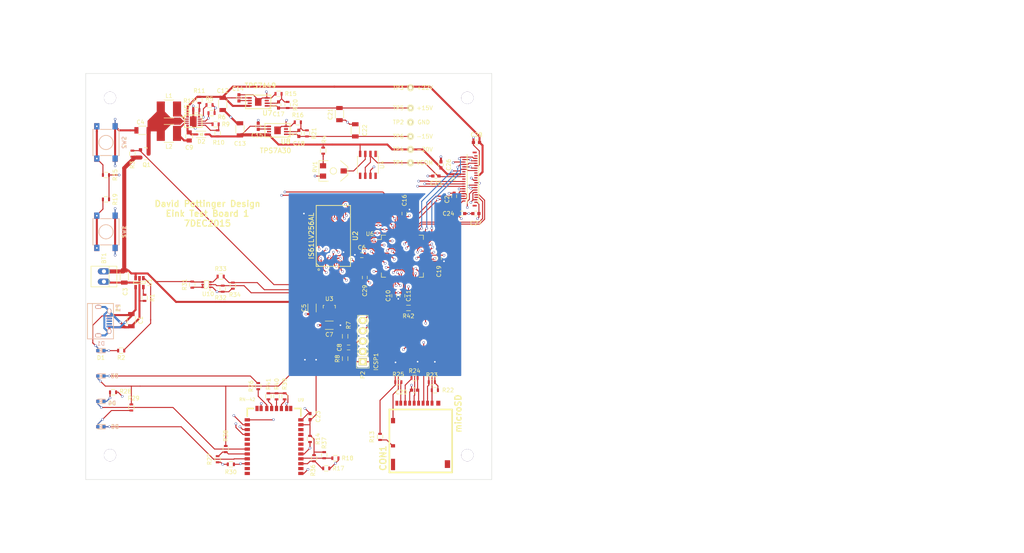
<source format=kicad_pcb>
(kicad_pcb (version 4) (host pcbnew 4.0.0-rc1-stable)
  (layers (0 F.Cu signal) (1 In1.Cu power) (2 In2.Cu signal) (31 B.Cu signal) (34 B.Paste user) (35 F.Paste user) (36 B.SilkS user) (37 F.SilkS user) (38 B.Mask user) (39 F.Mask user) (44 Edge.Cuts user))
  (net 0 "")
  (net 1 +BATT)
  (net 2 GND)
  (net 3 "Net-(C1-Pad1)")
  (net 4 +3.3V)
  (net 5 /SMPS_V+)
  (net 6 "Net-(C8-Pad1)")
  (net 7 "Net-(C9-Pad1)")
  (net 8 "Net-(C9-Pad2)")
  (net 9 /GVDD)
  (net 10 /GVEE)
  (net 11 "Net-(C14-Pad1)")
  (net 12 "Net-(C15-Pad1)")
  (net 13 /VPOS)
  (net 14 "Net-(C17-Pad2)")
  (net 15 /VNEG)
  (net 16 "Net-(C18-Pad2)")
  (net 17 "Net-(CON1-Pad8)")
  (net 18 /SD_DAT)
  (net 19 /SD_CLK)
  (net 20 /SD_IN)
  (net 21 /SD_CS)
  (net 22 "Net-(D1-Pad1)")
  (net 23 "Net-(D3-Pad1)")
  (net 24 "Net-(D4-Pad1)")
  (net 25 "Net-(D5-Pad2)")
  (net 26 /RC13)
  (net 27 /RD7)
  (net 28 /RC14)
  (net 29 /RD1)
  (net 30 /PMD7)
  (net 31 /PMD3)
  (net 32 /PMD1)
  (net 33 /RD6)
  (net 34 /RD2)
  (net 35 /RD3)
  (net 36 /PMD0)
  (net 37 /PMD2)
  (net 38 /PMD5)
  (net 39 /PMD6)
  (net 40 /VCOM)
  (net 41 "Net-(L1-Pad2)")
  (net 42 /~MCLR)
  (net 43 /ICSP_DAT)
  (net 44 /ICSP_CLK)
  (net 45 "Net-(R1-Pad1)")
  (net 46 "Net-(R2-Pad1)")
  (net 47 /SMPS_CTRL)
  (net 48 "Net-(R4-Pad1)")
  (net 49 /VPOS_CTRL)
  (net 50 /VNEG_CTRL)
  (net 51 "Net-(R9-Pad1)")
  (net 52 "Net-(R10-Pad1)")
  (net 53 "Net-(R11-Pad2)")
  (net 54 /RN_RST)
  (net 55 /AUTO_CONNECT)
  (net 56 /BAUDRATE)
  (net 57 /FACT_RST)
  (net 58 /AUTO_DISCOVER)
  (net 59 "Net-(RV1-Pad2)")
  (net 60 /PMA5)
  (net 61 /PMA4)
  (net 62 /PMA3)
  (net 63 /PMA2)
  (net 64 /RB5)
  (net 65 /IS-~CE)
  (net 66 /PMA6)
  (net 67 /PMA7)
  (net 68 /PMA13)
  (net 69 /PMA12)
  (net 70 /PMA11)
  (net 71 /PMA10)
  (net 72 /PMA1)
  (net 73 /PMA0)
  (net 74 /PMA9)
  (net 75 /PMA8)
  (net 76 /U1CTS)
  (net 77 /U1RX)
  (net 78 /U1TX)
  (net 79 /U1RTS)
  (net 80 /IS-~WE)
  (net 81 /IS-~OE)
  (net 82 /PMD4)
  (net 83 "Net-(CON1-PadCDA)")
  (net 84 "Net-(CON1-Pad1)")
  (net 85 "Net-(R32-Pad1)")
  (net 86 /CONN_STATUS)
  (net 87 /BLINK_STATUS)
  (net 88 /SW1)
  (net 89 "Net-(R31-Pad1)")
  (net 90 "Net-(R33-Pad1)")
  (net 91 /AN2)
  (net 92 /SW2)
  (net 93 "Net-(R26-Pad2)")
  (net 94 "Net-(R39-Pad2)")
  (net 95 "Net-(R40-Pad2)")
  (net 96 "Net-(R41-Pad2)")
  (net 97 "Net-(CON1-PadCDB)")
  (net 98 /RD8)
  (module LEDs:LED-0603 (layer B.Cu) (at 53.75 125 180)
    (fp_text reference D5 (at -3.45 0 180) (layer B.SilkS) (effects (justify mirror)))
    (fp_text value "GREEN LED" hide)
    (pad 2 smd rect (at 0.7493 0) (size 0.79756 0.79756) (layers B.Cu B.Paste B.Mask) (net 25 "Net-(D5-Pad2)"))
    (pad 1 smd rect (at -0.7493 0) (size 0.79756 0.79756) (layers B.Cu B.Paste B.Mask) (net 87 /BLINK_STATUS))
  )
  (module LEDs:LED-0603 (layer B.Cu) (at 53.75 118.75 180)
    (fp_text reference D4 (at -2.75 -0.45 180) (layer B.SilkS) (effects (justify mirror)))
    (fp_text value "BLUE LED" hide)
    (pad 2 smd rect (at 0.7493 0) (size 0.79756 0.79756) (layers B.Cu B.Paste B.Mask) (net 86 /CONN_STATUS))
    (pad 1 smd rect (at -0.7493 0) (size 0.79756 0.79756) (layers B.Cu B.Paste B.Mask) (net 24 "Net-(D4-Pad1)"))
  )
  (module LEDs:LED-0603 (layer B.Cu) (at 53.7507 112.5 180)
    (fp_text reference D3 (at -3.3493 0 180) (layer B.SilkS) (effects (justify mirror)))
    (fp_text value "RED LED" hide)
    (pad 2 smd rect (at 0.7493 0) (size 0.79756 0.79756) (layers B.Cu B.Paste B.Mask) (net 4 +3.3V))
    (pad 1 smd rect (at -0.7493 0) (size 0.79756 0.79756) (layers B.Cu B.Paste B.Mask) (net 23 "Net-(D3-Pad1)"))
  )
  (module LEDs:LED-0603 (layer B.Cu) (at 53.7507 106.25 180)
    (fp_text reference D1 (at 0 1.75 180) (layer B.SilkS) (effects (justify mirror)))
    (fp_text value "RED LED" hide)
    (pad 2 smd rect (at 0.7493 0) (size 0.79756 0.79756) (layers B.Cu B.Paste B.Mask) (net 3 "Net-(C1-Pad1)"))
    (pad 1 smd rect (at -0.7493 0) (size 0.79756 0.79756) (layers B.Cu B.Paste B.Mask) (net 22 "Net-(D1-Pad1)"))
  )
  (module Resistors_SMD:R_0603 (layer F.Cu) (at 56.75 116.5)
    (fp_text reference R28 (at 3.05 -0.2) (layer F.SilkS))
    (fp_text value 330 hide)
    (pad 1 smd rect (at -0.75 0) (size 0.5 0.9) (layers F.Cu F.Paste F.Mask) (net 24 "Net-(D4-Pad1)"))
    (pad 2 smd rect (at 0.75 0) (size 0.5 0.9) (layers F.Cu F.Paste F.Mask) (net 2 GND))
  )
  (module Housings_SOIC:SOIC-8_3.9x4.9mm_Pitch1.27mm (layer F.Cu) (at 119.5 60.5 270)
    (fp_text reference U4 (at 0 -3.5 270) (layer F.SilkS))
    (fp_text value MC33171 hide)
    (pad 1 smd rect (at -2.7 -1.905 270) (size 1.55 0.6) (layers F.Cu F.Paste F.Mask))
    (pad 2 smd rect (at -2.7 -0.635 270) (size 1.55 0.6) (layers F.Cu F.Paste F.Mask) (net 40 /VCOM))
    (pad 3 smd rect (at -2.7 0.635 270) (size 1.55 0.6) (layers F.Cu F.Paste F.Mask) (net 59 "Net-(RV1-Pad2)"))
    (pad 4 smd rect (at -2.7 1.905 270) (size 1.55 0.6) (layers F.Cu F.Paste F.Mask) (net 10 /GVEE))
    (pad 5 smd rect (at 2.7 1.905 270) (size 1.55 0.6) (layers F.Cu F.Paste F.Mask))
    (pad 6 smd rect (at 2.7 0.635 270) (size 1.55 0.6) (layers F.Cu F.Paste F.Mask) (net 40 /VCOM))
    (pad 7 smd rect (at 2.7 -0.635 270) (size 1.55 0.6) (layers F.Cu F.Paste F.Mask) (net 9 /GVDD))
    (pad 8 smd rect (at 2.7 -1.905 270) (size 1.55 0.6) (layers F.Cu F.Paste F.Mask))
  )
  (module Housings_QFP:LQFP-64_10x10mm_Pitch0.5mm (layer F.Cu) (at 128 83)
    (fp_text reference U6 (at -8 -5.5) (layer F.SilkS))
    (fp_text value pic32mx330f064h hide)
    (pad 1 smd rect (at -5.7 -3.75) (size 1 0.25) (layers F.Cu F.Paste F.Mask) (net 38 /PMD5))
    (pad 2 smd rect (at -5.7 -3.25) (size 1 0.25) (layers F.Cu F.Paste F.Mask) (net 39 /PMD6))
    (pad 3 smd rect (at -5.7 -2.75) (size 1 0.25) (layers F.Cu F.Paste F.Mask) (net 30 /PMD7))
    (pad 4 smd rect (at -5.7 -2.25) (size 1 0.25) (layers F.Cu F.Paste F.Mask) (net 60 /PMA5))
    (pad 5 smd rect (at -5.7 -1.75) (size 1 0.25) (layers F.Cu F.Paste F.Mask) (net 61 /PMA4))
    (pad 6 smd rect (at -5.7 -1.25) (size 1 0.25) (layers F.Cu F.Paste F.Mask) (net 62 /PMA3))
    (pad 7 smd rect (at -5.7 -0.75) (size 1 0.25) (layers F.Cu F.Paste F.Mask) (net 42 /~MCLR))
    (pad 8 smd rect (at -5.7 -0.25) (size 1 0.25) (layers F.Cu F.Paste F.Mask) (net 63 /PMA2))
    (pad 9 smd rect (at -5.7 0.25) (size 1 0.25) (layers F.Cu F.Paste F.Mask) (net 2 GND))
    (pad 10 smd rect (at -5.7 0.75) (size 1 0.25) (layers F.Cu F.Paste F.Mask) (net 4 +3.3V))
    (pad 11 smd rect (at -5.7 1.25) (size 1 0.25) (layers F.Cu F.Paste F.Mask) (net 64 /RB5))
    (pad 12 smd rect (at -5.7 1.75) (size 1 0.25) (layers F.Cu F.Paste F.Mask) (net 65 /IS-~CE))
    (pad 13 smd rect (at -5.7 2.25) (size 1 0.25) (layers F.Cu F.Paste F.Mask) (net 47 /SMPS_CTRL))
    (pad 14 smd rect (at -5.7 2.75) (size 1 0.25) (layers F.Cu F.Paste F.Mask) (net 91 /AN2))
    (pad 15 smd rect (at -5.7 3.25) (size 1 0.25) (layers F.Cu F.Paste F.Mask) (net 85 "Net-(R32-Pad1)"))
    (pad 16 smd rect (at -5.7 3.75) (size 1 0.25) (layers F.Cu F.Paste F.Mask) (net 66 /PMA6))
    (pad 17 smd rect (at -3.75 5.7 90) (size 1 0.25) (layers F.Cu F.Paste F.Mask) (net 44 /ICSP_CLK))
    (pad 18 smd rect (at -3.25 5.7 90) (size 1 0.25) (layers F.Cu F.Paste F.Mask) (net 43 /ICSP_DAT))
    (pad 19 smd rect (at -2.75 5.7 90) (size 1 0.25) (layers F.Cu F.Paste F.Mask) (net 4 +3.3V))
    (pad 20 smd rect (at -2.25 5.7 90) (size 1 0.25) (layers F.Cu F.Paste F.Mask) (net 2 GND))
    (pad 21 smd rect (at -1.75 5.7 90) (size 1 0.25) (layers F.Cu F.Paste F.Mask) (net 92 /SW2))
    (pad 22 smd rect (at -1.25 5.7 90) (size 1 0.25) (layers F.Cu F.Paste F.Mask) (net 67 /PMA7))
    (pad 23 smd rect (at -0.75 5.7 90) (size 1 0.25) (layers F.Cu F.Paste F.Mask) (net 68 /PMA13))
    (pad 24 smd rect (at -0.25 5.7 90) (size 1 0.25) (layers F.Cu F.Paste F.Mask) (net 69 /PMA12))
    (pad 25 smd rect (at 0.25 5.7 90) (size 1 0.25) (layers F.Cu F.Paste F.Mask) (net 2 GND))
    (pad 26 smd rect (at 0.75 5.7 90) (size 1 0.25) (layers F.Cu F.Paste F.Mask) (net 4 +3.3V))
    (pad 27 smd rect (at 1.25 5.7 90) (size 1 0.25) (layers F.Cu F.Paste F.Mask) (net 70 /PMA11))
    (pad 28 smd rect (at 1.75 5.7 90) (size 1 0.25) (layers F.Cu F.Paste F.Mask) (net 71 /PMA10))
    (pad 29 smd rect (at 2.25 5.7 90) (size 1 0.25) (layers F.Cu F.Paste F.Mask) (net 72 /PMA1))
    (pad 30 smd rect (at 2.75 5.7 90) (size 1 0.25) (layers F.Cu F.Paste F.Mask) (net 73 /PMA0))
    (pad 31 smd rect (at 3.25 5.7 90) (size 1 0.25) (layers F.Cu F.Paste F.Mask) (net 74 /PMA9))
    (pad 32 smd rect (at 3.75 5.7 90) (size 1 0.25) (layers F.Cu F.Paste F.Mask) (net 75 /PMA8))
    (pad 33 smd rect (at 5.7 3.75) (size 1 0.25) (layers F.Cu F.Paste F.Mask) (net 20 /SD_IN))
    (pad 34 smd rect (at 5.7 3.25) (size 1 0.25) (layers F.Cu F.Paste F.Mask) (net 18 /SD_DAT))
    (pad 35 smd rect (at 5.7 2.75) (size 1 0.25) (layers F.Cu F.Paste F.Mask) (net 19 /SD_CLK))
    (pad 36 smd rect (at 5.7 2.25) (size 1 0.25) (layers F.Cu F.Paste F.Mask) (net 21 /SD_CS))
    (pad 37 smd rect (at 5.7 1.75) (size 1 0.25) (layers F.Cu F.Paste F.Mask) (net 57 /FACT_RST))
    (pad 38 smd rect (at 5.7 1.25) (size 1 0.25) (layers F.Cu F.Paste F.Mask) (net 4 +3.3V))
    (pad 39 smd rect (at 5.7 0.75) (size 1 0.25) (layers F.Cu F.Paste F.Mask) (net 54 /RN_RST))
    (pad 40 smd rect (at 5.7 0.25) (size 1 0.25) (layers F.Cu F.Paste F.Mask) (net 88 /SW1))
    (pad 41 smd rect (at 5.7 -0.25) (size 1 0.25) (layers F.Cu F.Paste F.Mask) (net 2 GND))
    (pad 42 smd rect (at 5.7 -0.75) (size 1 0.25) (layers F.Cu F.Paste F.Mask) (net 98 /RD8))
    (pad 43 smd rect (at 5.7 -1.25) (size 1 0.25) (layers F.Cu F.Paste F.Mask) (net 76 /U1CTS))
    (pad 44 smd rect (at 5.7 -1.75) (size 1 0.25) (layers F.Cu F.Paste F.Mask) (net 77 /U1RX))
    (pad 45 smd rect (at 5.7 -2.25) (size 1 0.25) (layers F.Cu F.Paste F.Mask) (net 78 /U1TX))
    (pad 46 smd rect (at 5.7 -2.75) (size 1 0.25) (layers F.Cu F.Paste F.Mask) (net 79 /U1RTS))
    (pad 47 smd rect (at 5.7 -3.25) (size 1 0.25) (layers F.Cu F.Paste F.Mask) (net 26 /RC13))
    (pad 48 smd rect (at 5.7 -3.75) (size 1 0.25) (layers F.Cu F.Paste F.Mask) (net 28 /RC14))
    (pad 49 smd rect (at 3.75 -5.7 90) (size 1 0.25) (layers F.Cu F.Paste F.Mask) (net 29 /RD1))
    (pad 50 smd rect (at 3.25 -5.7 90) (size 1 0.25) (layers F.Cu F.Paste F.Mask) (net 34 /RD2))
    (pad 51 smd rect (at 2.75 -5.7 90) (size 1 0.25) (layers F.Cu F.Paste F.Mask) (net 35 /RD3))
    (pad 52 smd rect (at 2.25 -5.7 90) (size 1 0.25) (layers F.Cu F.Paste F.Mask) (net 80 /IS-~WE))
    (pad 53 smd rect (at 1.75 -5.7 90) (size 1 0.25) (layers F.Cu F.Paste F.Mask) (net 81 /IS-~OE))
    (pad 54 smd rect (at 1.25 -5.7 90) (size 1 0.25) (layers F.Cu F.Paste F.Mask) (net 33 /RD6))
    (pad 55 smd rect (at 0.75 -5.7 90) (size 1 0.25) (layers F.Cu F.Paste F.Mask) (net 27 /RD7))
    (pad 56 smd rect (at 0.25 -5.7 90) (size 1 0.25) (layers F.Cu F.Paste F.Mask) (net 2 GND))
    (pad 57 smd rect (at -0.25 -5.7 90) (size 1 0.25) (layers F.Cu F.Paste F.Mask) (net 4 +3.3V))
    (pad 58 smd rect (at -0.75 -5.7 90) (size 1 0.25) (layers F.Cu F.Paste F.Mask) (net 50 /VNEG_CTRL))
    (pad 59 smd rect (at -1.25 -5.7 90) (size 1 0.25) (layers F.Cu F.Paste F.Mask) (net 49 /VPOS_CTRL))
    (pad 60 smd rect (at -1.75 -5.7 90) (size 1 0.25) (layers F.Cu F.Paste F.Mask) (net 36 /PMD0))
    (pad 61 smd rect (at -2.25 -5.7 90) (size 1 0.25) (layers F.Cu F.Paste F.Mask) (net 32 /PMD1))
    (pad 62 smd rect (at -2.75 -5.7 90) (size 1 0.25) (layers F.Cu F.Paste F.Mask) (net 37 /PMD2))
    (pad 63 smd rect (at -3.25 -5.7 90) (size 1 0.25) (layers F.Cu F.Paste F.Mask) (net 31 /PMD3))
    (pad 64 smd rect (at -3.75 -5.7 90) (size 1 0.25) (layers F.Cu F.Paste F.Mask) (net 82 /PMD4))
  )
  (module Buttons_Switches_SMD:SW_SPST_PTS645 (layer B.Cu) (at 55 76.975 270)
    (fp_text reference SW1 (at 0.025 -4.5 270) (layer B.SilkS) (effects (justify mirror)))
    (fp_text value SW_PUSH hide)
    (pad 2 smd rect (at -3.975 -2.25 270) (size 1.55 1.3) (layers B.Cu B.Paste B.Mask) (net 2 GND))
    (pad 1 smd rect (at -3.975 2.25 270) (size 1.55 1.3) (layers B.Cu B.Paste B.Mask) (net 88 /SW1))
    (pad 1 smd rect (at 3.975 2.25 270) (size 1.55 1.3) (layers B.Cu B.Paste B.Mask) (net 88 /SW1))
    (pad 2 smd rect (at 3.975 -2.25 270) (size 1.55 1.3) (layers B.Cu B.Paste B.Mask) (net 2 GND))
  )
  (module Buttons_Switches_SMD:SW_SPST_PTS645 (layer B.Cu) (at 55 54.975 270)
    (fp_text reference SW2 (at 0.025 -4.5 270) (layer B.SilkS) (effects (justify mirror)))
    (fp_text value SW_PUSH hide)
    (pad 2 smd rect (at -3.975 -2.25 270) (size 1.55 1.3) (layers B.Cu B.Paste B.Mask) (net 2 GND))
    (pad 1 smd rect (at -3.975 2.25 270) (size 1.55 1.3) (layers B.Cu B.Paste B.Mask) (net 92 /SW2))
    (pad 1 smd rect (at 3.975 2.25 270) (size 1.55 1.3) (layers B.Cu B.Paste B.Mask) (net 92 /SW2))
    (pad 2 smd rect (at 3.975 -2.25 270) (size 1.55 1.3) (layers B.Cu B.Paste B.Mask) (net 2 GND))
  )
  (module Connect:USB_Micro-B (layer F.Cu) (at 54.25 99.0018 270)
    (fp_text reference P1 (at -3.2518 -3.75 270) (layer F.SilkS))
    (fp_text value 10118194-0001LF hide)
    (pad 1 smd rect (at -1.3009 -1.56254) (size 1.35 0.4) (layers F.Cu F.Paste F.Mask) (net 3 "Net-(C1-Pad1)"))
    (pad 2 smd rect (at -0.6509 -1.56254) (size 1.35 0.4) (layers F.Cu F.Paste F.Mask))
    (pad 3 smd rect (at -0.0009 -1.56254) (size 1.35 0.4) (layers F.Cu F.Paste F.Mask))
    (pad 4 smd rect (at 0.6491 -1.56254) (size 1.35 0.4) (layers F.Cu F.Paste F.Mask))
    (pad 5 smd rect (at 1.2991 -1.56254) (size 1.35 0.4) (layers F.Cu F.Paste F.Mask) (net 2 GND))
    (pad 6 thru_hole oval (at -2.5009 -1.56254) (size 0.95 1.25) (drill oval 0.55 0.85) (layers *.Cu *.Mask F.SilkS) (net 2 GND))
    (pad 6 thru_hole oval (at 2.4991 -1.56254) (size 0.95 1.25) (drill oval 0.55 0.85) (layers *.Cu *.Mask F.SilkS) (net 2 GND))
    (pad 6 thru_hole oval (at -3.5009 1.13746) (size 1.55 1) (drill oval 1.15 0.5) (layers *.Cu *.Mask F.SilkS) (net 2 GND))
    (pad 6 thru_hole oval (at 3.4991 1.13746) (size 1.55 1) (drill oval 1.15 0.5) (layers *.Cu *.Mask F.SilkS) (net 2 GND))
  )
  (module Connect:PINHEAD1-2 (layer F.Cu) (at 54.5 88 270)
    (fp_text reference BT1 (at -4.5 0 270) (layer F.SilkS))
    (fp_text value CONN_01X02 hide)
    (pad 1 thru_hole oval (at -1.27 0 270) (size 1.50622 3.01498) (drill 0.99822) (layers *.Cu *.Mask) (net 1 +BATT))
    (pad 2 thru_hole oval (at 1.27 0 270) (size 1.50622 3.01498) (drill 0.99822) (layers *.Cu *.Mask) (net 2 GND))
  )
  (module Capacitors_SMD:C_1206 (layer F.Cu) (at 61.25 98.75 270)
    (fp_text reference C1 (at 0 -2.3 270) (layer F.SilkS))
    (fp_text value 4.7µF hide)
    (pad 1 smd rect (at -1.5 0 270) (size 1 1.6) (layers F.Cu F.Paste F.Mask) (net 3 "Net-(C1-Pad1)"))
    (pad 2 smd rect (at 1.5 0 270) (size 1 1.6) (layers F.Cu F.Paste F.Mask) (net 2 GND))
  )
  (module Capacitors_SMD:C_0603 (layer F.Cu) (at 140.75 68.25 90)
    (fp_text reference C2 (at -0.75 -1.75 90) (layer F.SilkS))
    (fp_text value 100nF hide)
    (pad 1 smd rect (at -0.75 0 90) (size 0.8 0.75) (layers F.Cu F.Paste F.Mask) (net 33 /RD6))
    (pad 2 smd rect (at 0.75 0 90) (size 0.8 0.75) (layers F.Cu F.Paste F.Mask) (net 2 GND))
  )
  (module Capacitors_SMD:C_1206 (layer F.Cu) (at 59.5 88 270)
    (fp_text reference C3 (at 3.75 -0.25 270) (layer F.SilkS))
    (fp_text value 4.7µF hide)
    (pad 1 smd rect (at -1.5 0 270) (size 1 1.6) (layers F.Cu F.Paste F.Mask) (net 1 +BATT))
    (pad 2 smd rect (at 1.5 0 270) (size 1 1.6) (layers F.Cu F.Paste F.Mask) (net 2 GND))
  )
  (module Capacitors_SMD:C_1206 (layer F.Cu) (at 64 52 180)
    (fp_text reference C4 (at 0.5 2 180) (layer F.SilkS))
    (fp_text value 4.7µF hide)
    (pad 1 smd rect (at -1.5 0 180) (size 1 1.6) (layers F.Cu F.Paste F.Mask) (net 5 /SMPS_V+))
    (pad 2 smd rect (at 1.5 0 180) (size 1 1.6) (layers F.Cu F.Paste F.Mask) (net 2 GND))
  )
  (module Capacitors_SMD:C_1206 (layer F.Cu) (at 105.75 95.75 270)
    (fp_text reference C5 (at 0 2 270) (layer F.SilkS))
    (fp_text value 4.7µF hide)
    (pad 1 smd rect (at -1.5 0 270) (size 1 1.6) (layers F.Cu F.Paste F.Mask) (net 1 +BATT))
    (pad 2 smd rect (at 1.5 0 270) (size 1 1.6) (layers F.Cu F.Paste F.Mask) (net 2 GND))
  )
  (module Capacitors_SMD:C_0603 (layer F.Cu) (at 118 82.75)
    (fp_text reference C6 (at 0 -1.9) (layer F.SilkS))
    (fp_text value 100nF hide)
    (pad 1 smd rect (at -0.75 0) (size 0.8 0.75) (layers F.Cu F.Paste F.Mask) (net 4 +3.3V))
    (pad 2 smd rect (at 0.75 0) (size 0.8 0.75) (layers F.Cu F.Paste F.Mask) (net 2 GND))
  )
  (module Capacitors_SMD:C_1206 (layer F.Cu) (at 110 100 180)
    (fp_text reference C7 (at 0 -2.3 180) (layer F.SilkS))
    (fp_text value 4.7µF hide)
    (pad 1 smd rect (at -1.5 0 180) (size 1 1.6) (layers F.Cu F.Paste F.Mask) (net 4 +3.3V))
    (pad 2 smd rect (at 1.5 0 180) (size 1 1.6) (layers F.Cu F.Paste F.Mask) (net 2 GND))
  )
  (module Capacitors_SMD:C_0603 (layer F.Cu) (at 114.75 105.477593)
    (fp_text reference C8 (at -2.25 0 90) (layer F.SilkS))
    (fp_text value 100nF hide)
    (pad 1 smd rect (at -0.75 0) (size 0.8 0.75) (layers F.Cu F.Paste F.Mask) (net 6 "Net-(C8-Pad1)"))
    (pad 2 smd rect (at 0.75 0) (size 0.8 0.75) (layers F.Cu F.Paste F.Mask) (net 2 GND))
  )
  (module Capacitors_SMD:C_0805 (layer F.Cu) (at 75.5 53.5 90)
    (fp_text reference C9 (at -2.75 0 180) (layer F.SilkS))
    (fp_text value 1µF hide)
    (pad 1 smd rect (at -1 0 90) (size 1 1.25) (layers F.Cu F.Paste F.Mask) (net 7 "Net-(C9-Pad1)"))
    (pad 2 smd rect (at 1 0 90) (size 1 1.25) (layers F.Cu F.Paste F.Mask) (net 8 "Net-(C9-Pad2)"))
  )
  (module Capacitors_SMD:C_0603 (layer F.Cu) (at 126 92.75 270)
    (fp_text reference C10 (at 0 1.5 270) (layer F.SilkS))
    (fp_text value 100nF hide)
    (pad 1 smd rect (at -0.75 0 270) (size 0.8 0.75) (layers F.Cu F.Paste F.Mask) (net 2 GND))
    (pad 2 smd rect (at 0.75 0 270) (size 0.8 0.75) (layers F.Cu F.Paste F.Mask) (net 4 +3.3V))
  )
  (module Capacitors_SMD:C_0603 (layer F.Cu) (at 128 92.75 90)
    (fp_text reference C11 (at 0 1.5 90) (layer F.SilkS))
    (fp_text value 100nF hide)
    (pad 1 smd rect (at -0.75 0 90) (size 0.8 0.75) (layers F.Cu F.Paste F.Mask) (net 4 +3.3V))
    (pad 2 smd rect (at 0.75 0 90) (size 0.8 0.75) (layers F.Cu F.Paste F.Mask) (net 2 GND))
  )
  (module Capacitors_SMD:C_1206 (layer F.Cu) (at 83.75 45.5 270)
    (fp_text reference C12 (at -3.25 0 360) (layer F.SilkS))
    (fp_text value 4.7µF hide)
    (pad 1 smd rect (at -1.5 0 270) (size 1 1.6) (layers F.Cu F.Paste F.Mask) (net 9 /GVDD))
    (pad 2 smd rect (at 1.5 0 270) (size 1 1.6) (layers F.Cu F.Paste F.Mask) (net 2 GND))
  )
  (module Capacitors_SMD:C_1206 (layer F.Cu) (at 88 51.75 90)
    (fp_text reference C13 (at -3.5 0 180) (layer F.SilkS))
    (fp_text value 4.7µF hide)
    (pad 1 smd rect (at -1.5 0 90) (size 1 1.6) (layers F.Cu F.Paste F.Mask) (net 10 /GVEE))
    (pad 2 smd rect (at 1.5 0 90) (size 1 1.6) (layers F.Cu F.Paste F.Mask) (net 2 GND))
  )
  (module Capacitors_SMD:C_0603 (layer F.Cu) (at 87.75 44 90)
    (fp_text reference C14 (at 2.25 -0.25 180) (layer F.SilkS))
    (fp_text value 10nF hide)
    (pad 1 smd rect (at -0.75 0 90) (size 0.8 0.75) (layers F.Cu F.Paste F.Mask) (net 11 "Net-(C14-Pad1)"))
    (pad 2 smd rect (at 0.75 0 90) (size 0.8 0.75) (layers F.Cu F.Paste F.Mask) (net 2 GND))
  )
  (module Capacitors_SMD:C_0603 (layer F.Cu) (at 92.5 51 90)
    (fp_text reference C15 (at -2.25 -0.25 180) (layer F.SilkS))
    (fp_text value 10nF hide)
    (pad 1 smd rect (at -0.75 0 90) (size 0.8 0.75) (layers F.Cu F.Paste F.Mask) (net 12 "Net-(C15-Pad1)"))
    (pad 2 smd rect (at 0.75 0 90) (size 0.8 0.75) (layers F.Cu F.Paste F.Mask) (net 2 GND))
  )
  (module Capacitors_SMD:C_0603 (layer F.Cu) (at 128.5 72.5 270)
    (fp_text reference C16 (at -3.25 0 270) (layer F.SilkS))
    (fp_text value 100nF hide)
    (pad 1 smd rect (at -0.75 0 270) (size 0.8 0.75) (layers F.Cu F.Paste F.Mask) (net 4 +3.3V))
    (pad 2 smd rect (at 0.75 0 270) (size 0.8 0.75) (layers F.Cu F.Paste F.Mask) (net 2 GND))
  )
  (module Capacitors_SMD:C_0603 (layer F.Cu) (at 97.5 45.75 90)
    (fp_text reference C17 (at -2.25 0 180) (layer F.SilkS))
    (fp_text value 10nF hide)
    (pad 1 smd rect (at -0.75 0 90) (size 0.8 0.75) (layers F.Cu F.Paste F.Mask) (net 13 /VPOS))
    (pad 2 smd rect (at 0.75 0 90) (size 0.8 0.75) (layers F.Cu F.Paste F.Mask) (net 14 "Net-(C17-Pad2)"))
  )
  (module Capacitors_SMD:C_0603 (layer F.Cu) (at 102.5 52.75 90)
    (fp_text reference C18 (at -2.5 0 180) (layer F.SilkS))
    (fp_text value 10nF hide)
    (pad 1 smd rect (at -0.75 0 90) (size 0.8 0.75) (layers F.Cu F.Paste F.Mask) (net 15 /VNEG))
    (pad 2 smd rect (at 0.75 0 90) (size 0.8 0.75) (layers F.Cu F.Paste F.Mask) (net 16 "Net-(C18-Pad2)"))
  )
  (module Capacitors_SMD:C_0603 (layer F.Cu) (at 137 83.5 90)
    (fp_text reference C19 (at -3.25 0 90) (layer F.SilkS))
    (fp_text value 100nF hide)
    (pad 1 smd rect (at -0.75 0 90) (size 0.8 0.75) (layers F.Cu F.Paste F.Mask) (net 4 +3.3V))
    (pad 2 smd rect (at 0.75 0 90) (size 0.8 0.75) (layers F.Cu F.Paste F.Mask) (net 2 GND))
  )
  (module Capacitors_SMD:C_0603 (layer F.Cu) (at 131 116)
    (fp_text reference C20 (at -3.25 0.5) (layer F.SilkS))
    (fp_text value 100nF hide)
    (pad 1 smd rect (at -0.75 0) (size 0.8 0.75) (layers F.Cu F.Paste F.Mask) (net 2 GND))
    (pad 2 smd rect (at 0.75 0) (size 0.8 0.75) (layers F.Cu F.Paste F.Mask) (net 4 +3.3V))
  )
  (module Capacitors_SMD:C_1206 (layer F.Cu) (at 112.5 48 270)
    (fp_text reference C21 (at 0 2.25 450) (layer F.SilkS))
    (fp_text value 4.7µF hide)
    (pad 1 smd rect (at -1.5 0 270) (size 1 1.6) (layers F.Cu F.Paste F.Mask) (net 13 /VPOS))
    (pad 2 smd rect (at 1.5 0 270) (size 1 1.6) (layers F.Cu F.Paste F.Mask) (net 2 GND))
  )
  (module Capacitors_SMD:C_1206 (layer F.Cu) (at 116.4 52 90)
    (fp_text reference C22 (at 0 2.35 270) (layer F.SilkS))
    (fp_text value 4.7µF hide)
    (pad 1 smd rect (at -1.5 0 90) (size 1 1.6) (layers F.Cu F.Paste F.Mask) (net 15 /VNEG))
    (pad 2 smd rect (at 1.5 0 90) (size 1 1.6) (layers F.Cu F.Paste F.Mask) (net 2 GND))
  )
  (module Capacitors_SMD:C_0603 (layer F.Cu) (at 105.25 122.5 90)
    (fp_text reference C23 (at 0 2 90) (layer F.SilkS))
    (fp_text value 100nF hide)
    (pad 1 smd rect (at -0.75 0 90) (size 0.8 0.75) (layers F.Cu F.Paste F.Mask) (net 4 +3.3V))
    (pad 2 smd rect (at 0.75 0 90) (size 0.8 0.75) (layers F.Cu F.Paste F.Mask) (net 2 GND))
  )
  (module eink:microSD_std_top (layer F.Cu) (at 132 126.5)
    (fp_text reference CON1 (at -8.75 6.25 270) (layer F.SilkS) (effects (font (thickness 0.3048))))
    (fp_text value microSD (at 9.75 -4.75 90) (layer F.SilkS) (effects (font (thickness 0.3048))))
    (pad CDA smd rect (at -6.3 3.2) (size 1 0.8) (layers F.Cu F.Paste F.Mask) (net 83 "Net-(CON1-PadCDA)") (clearance 0.20066))
    (pad "" smd rect (at -5.35 -7.3) (size 0.7 1.2) (layers F.Cu F.Paste F.Mask) (clearance 0.20066))
    (pad 8 smd rect (at -4.4 -7.3) (size 0.7 1.2) (layers F.Cu F.Paste F.Mask) (net 17 "Net-(CON1-Pad8)") (clearance 0.20066))
    (pad 7 smd rect (at -3.3 -7.3) (size 0.7 1.2) (layers F.Cu F.Paste F.Mask) (net 18 /SD_DAT) (clearance 0.20066))
    (pad 6 smd rect (at -2.2 -7.3) (size 0.7 1.2) (layers F.Cu F.Paste F.Mask) (net 2 GND) (clearance 0.20066))
    (pad 5 smd rect (at -1.1 -7.3) (size 0.7 1.2) (layers F.Cu F.Paste F.Mask) (net 19 /SD_CLK) (clearance 0.20066))
    (pad 4 smd rect (at 0 -7.3) (size 0.7 1.2) (layers F.Cu F.Paste F.Mask) (net 4 +3.3V) (clearance 0.20066))
    (pad 3 smd rect (at 1.1 -7.3) (size 0.7 1.2) (layers F.Cu F.Paste F.Mask) (net 20 /SD_IN) (clearance 0.20066))
    (pad 2 smd rect (at 2.2 -7.3) (size 0.7 1.2) (layers F.Cu F.Paste F.Mask) (net 21 /SD_CS) (clearance 0.20066))
    (pad 1 smd rect (at 3.3 -7.3) (size 0.7 1.2) (layers F.Cu F.Paste F.Mask) (net 84 "Net-(CON1-Pad1)") (clearance 0.20066))
    (pad CDB smd rect (at -6.3 -3) (size 1 1.30048) (layers F.Cu F.Paste F.Mask) (net 97 "Net-(CON1-PadCDB)") (clearance 0.20066))
    (pad "" smd rect (at 7.1 7.7) (size 1.3 1.9) (layers F.Cu F.Paste F.Mask))
    (pad "" smd rect (at -6.3 7.8) (size 1 2.8) (layers F.Cu F.Paste F.Mask))
    (pad "" smd rect (at 4.85 -7.3) (size 1 1.2) (layers F.Cu F.Paste F.Mask) (clearance 0.20066))
  )
  (module LEDs:LED-0603 (layer F.Cu) (at 53.75 106.25 180)
    (fp_text reference D1 (at 0 -1.75 180) (layer F.SilkS))
    (fp_text value "RED LED")
    (pad 2 smd rect (at 0.7493 0) (size 0.79756 0.79756) (layers F.Cu F.Paste F.Mask) (net 3 "Net-(C1-Pad1)"))
    (pad 1 smd rect (at -0.7493 0) (size 0.79756 0.79756) (layers F.Cu F.Paste F.Mask) (net 22 "Net-(D1-Pad1)"))
  )
  (module LEDs:LED-0603 (layer F.Cu) (at 53.75 112.5 180)
    (fp_text reference D3 (at -3.35 0 180) (layer F.SilkS))
    (fp_text value "RED LED")
    (pad 2 smd rect (at 0.7493 0) (size 0.79756 0.79756) (layers F.Cu F.Paste F.Mask) (net 4 +3.3V))
    (pad 1 smd rect (at -0.7493 0) (size 0.79756 0.79756) (layers F.Cu F.Paste F.Mask) (net 23 "Net-(D3-Pad1)"))
  )
  (module LEDs:LED-0603 (layer F.Cu) (at 53.75 118.75 180)
    (fp_text reference D4 (at -2.75 -0.45 180) (layer F.SilkS))
    (fp_text value "BLUE LED")
    (pad 2 smd rect (at 0.7493 0) (size 0.79756 0.79756) (layers F.Cu F.Paste F.Mask) (net 86 /CONN_STATUS))
    (pad 1 smd rect (at -0.7493 0) (size 0.79756 0.79756) (layers F.Cu F.Paste F.Mask) (net 24 "Net-(D4-Pad1)"))
  )
  (module LEDs:LED-0603 (layer F.Cu) (at 53.75 125 180)
    (fp_text reference D5 (at -3.45 0 180) (layer F.SilkS))
    (fp_text value "GREEN LED")
    (pad 2 smd rect (at 0.7493 0) (size 0.79756 0.79756) (layers F.Cu F.Paste F.Mask) (net 25 "Net-(D5-Pad2)"))
    (pad 1 smd rect (at -0.7493 0) (size 0.79756 0.79756) (layers F.Cu F.Paste F.Mask) (net 87 /BLINK_STATUS))
  )
  (module FPC39:FPC39 (layer F.Cu) (at 144 64 90)
    (fp_text reference J1 (at 0 -3.5 180) (layer F.SilkS) (effects (font (size 0.7 0.8))))
    (fp_text value FPC39-P0P3 hide)
    (pad "" smd rect (at -6.55 1.8 90) (size 0.4 1) (layers F.Cu F.Paste F.Mask))
    (pad "" smd rect (at 6.55 1.8 90) (size 0.4 1) (layers F.Cu F.Paste F.Mask))
    (pad 39 smd rect (at 5.7 2.1 90) (size 0.3 0.8) (layers F.Cu F.Paste F.Mask))
    (pad 37 smd rect (at 5.1 2.1 90) (size 0.3 0.8) (layers F.Cu F.Paste F.Mask) (net 26 /RC13))
    (pad 35 smd rect (at 4.5 2.1 90) (size 0.3 0.8) (layers F.Cu F.Paste F.Mask) (net 33 /RD6))
    (pad 33 smd rect (at 3.9 2.1 90) (size 0.3 0.8) (layers F.Cu F.Paste F.Mask) (net 28 /RC14))
    (pad 31 smd rect (at 3.3 2.1 90) (size 0.3 0.8) (layers F.Cu F.Paste F.Mask) (net 2 GND))
    (pad 29 smd rect (at 2.7 2.1 90) (size 0.3 0.8) (layers F.Cu F.Paste F.Mask) (net 33 /RD6))
    (pad 27 smd rect (at 2.1 2.1 90) (size 0.3 0.8) (layers F.Cu F.Paste F.Mask) (net 29 /RD1))
    (pad 25 smd rect (at 1.5 2.1 90) (size 0.3 0.8) (layers F.Cu F.Paste F.Mask))
    (pad 23 smd rect (at 0.9 2.1 90) (size 0.3 0.8) (layers F.Cu F.Paste F.Mask) (net 9 /GVDD))
    (pad 21 smd rect (at 0.3 2.1 90) (size 0.3 0.8) (layers F.Cu F.Paste F.Mask))
    (pad 19 smd rect (at -0.3 2.1 90) (size 0.3 0.8) (layers F.Cu F.Paste F.Mask) (net 30 /PMD7))
    (pad 17 smd rect (at -0.9 2.1 90) (size 0.3 0.8) (layers F.Cu F.Paste F.Mask) (net 38 /PMD5))
    (pad 15 smd rect (at -1.5 2.1 90) (size 0.3 0.8) (layers F.Cu F.Paste F.Mask) (net 31 /PMD3))
    (pad 13 smd rect (at -2.1 2.1 90) (size 0.3 0.8) (layers F.Cu F.Paste F.Mask) (net 32 /PMD1))
    (pad 11 smd rect (at -2.7 2.1 90) (size 0.3 0.8) (layers F.Cu F.Paste F.Mask) (net 98 /RD8))
    (pad 9 smd rect (at -3.3 2.1 90) (size 0.3 0.8) (layers F.Cu F.Paste F.Mask) (net 2 GND))
    (pad 7 smd rect (at -3.9 2.1 90) (size 0.3 0.8) (layers F.Cu F.Paste F.Mask) (net 34 /RD2))
    (pad 5 smd rect (at -4.5 2.1 90) (size 0.3 0.8) (layers F.Cu F.Paste F.Mask) (net 35 /RD3))
    (pad 3 smd rect (at -5.1 2.1 90) (size 0.3 0.8) (layers F.Cu F.Paste F.Mask) (net 2 GND))
    (pad 1 smd rect (at -5.7 2.1 90) (size 0.3 0.8) (layers F.Cu F.Paste F.Mask) (net 15 /VNEG))
    (pad 2 smd rect (at -5.4 -0.85 90) (size 0.3 0.8) (layers F.Cu F.Paste F.Mask) (net 13 /VPOS))
    (pad 4 smd rect (at -4.8 -0.85 90) (size 0.3 0.8) (layers F.Cu F.Paste F.Mask) (net 33 /RD6))
    (pad 6 smd rect (at -4.2 -0.85 90) (size 0.3 0.8) (layers F.Cu F.Paste F.Mask) (net 27 /RD7))
    (pad 8 smd rect (at -3.6 -0.85 90) (size 0.3 0.8) (layers F.Cu F.Paste F.Mask) (net 33 /RD6))
    (pad 10 smd rect (at -3 -0.85 90) (size 0.3 0.8) (layers F.Cu F.Paste F.Mask) (net 33 /RD6))
    (pad 12 smd rect (at -2.4 -0.85 90) (size 0.3 0.8) (layers F.Cu F.Paste F.Mask) (net 36 /PMD0))
    (pad 14 smd rect (at -1.8 -0.85 90) (size 0.3 0.8) (layers F.Cu F.Paste F.Mask) (net 37 /PMD2))
    (pad 16 smd rect (at -1.2 -0.85 90) (size 0.3 0.8) (layers F.Cu F.Paste F.Mask) (net 82 /PMD4))
    (pad 18 smd rect (at -0.6 -0.85 90) (size 0.3 0.8) (layers F.Cu F.Paste F.Mask) (net 39 /PMD6))
    (pad 20 smd rect (at 0 -0.85 90) (size 0.3 0.8) (layers F.Cu F.Paste F.Mask))
    (pad 22 smd rect (at 0.6 -0.85 90) (size 0.3 0.8) (layers F.Cu F.Paste F.Mask) (net 40 /VCOM))
    (pad 24 smd rect (at 1.2 -0.85 90) (size 0.3 0.8) (layers F.Cu F.Paste F.Mask) (net 10 /GVEE))
    (pad 26 smd rect (at 1.8 -0.85 90) (size 0.3 0.8) (layers F.Cu F.Paste F.Mask))
    (pad 28 smd rect (at 2.4 -0.85 90) (size 0.3 0.8) (layers F.Cu F.Paste F.Mask) (net 29 /RD1))
    (pad 30 smd rect (at 3 -0.85 90) (size 0.3 0.8) (layers F.Cu F.Paste F.Mask) (net 33 /RD6))
    (pad 32 smd rect (at 3.6 -0.85 90) (size 0.3 0.8) (layers F.Cu F.Paste F.Mask) (net 28 /RC14))
    (pad 34 smd rect (at 4.2 -0.85 90) (size 0.3 0.8) (layers F.Cu F.Paste F.Mask) (net 2 GND))
    (pad 36 smd rect (at 4.8 -0.85 90) (size 0.3 0.8) (layers F.Cu F.Paste F.Mask) (net 33 /RD6))
    (pad 38 smd rect (at 5.4 -0.85 90) (size 0.3 0.8) (layers F.Cu F.Paste F.Mask) (net 26 /RC13))
  )
  (module Inductors:NR4018_HandSoldering (layer F.Cu) (at 70.5 46.75)
    (fp_text reference L1 (at 0 -3.25) (layer F.SilkS))
    (fp_text value 10µH hide)
    (pad 1 smd rect (at -2 0) (size 2 3.7) (layers F.Cu F.Paste F.Mask) (net 5 /SMPS_V+))
    (pad 2 smd rect (at 2 0) (size 2 3.7) (layers F.Cu F.Paste F.Mask) (net 41 "Net-(L1-Pad2)"))
  )
  (module Inductors:NR4018_HandSoldering (layer F.Cu) (at 70.5 52.75)
    (fp_text reference L2 (at 0 3.25) (layer F.SilkS))
    (fp_text value 10µH hide)
    (pad 1 smd rect (at -2 0) (size 2 3.7) (layers F.Cu F.Paste F.Mask) (net 5 /SMPS_V+))
    (pad 2 smd rect (at 2 0) (size 2 3.7) (layers F.Cu F.Paste F.Mask) (net 7 "Net-(C9-Pad1)"))
  )
  (module Connect:USB_Micro-B (layer B.Cu) (at 54.25 99 90)
    (fp_text reference P1 (at 3.25 3.75 90) (layer B.SilkS) (effects (justify mirror)))
    (fp_text value 10118194-0001LF hide)
    (pad 1 smd rect (at -1.3009 1.56254) (size 1.35 0.4) (layers B.Cu B.Paste B.Mask) (net 3 "Net-(C1-Pad1)"))
    (pad 2 smd rect (at -0.6509 1.56254) (size 1.35 0.4) (layers B.Cu B.Paste B.Mask))
    (pad 3 smd rect (at -0.0009 1.56254) (size 1.35 0.4) (layers B.Cu B.Paste B.Mask))
    (pad 4 smd rect (at 0.6491 1.56254) (size 1.35 0.4) (layers B.Cu B.Paste B.Mask))
    (pad 5 smd rect (at 1.2991 1.56254) (size 1.35 0.4) (layers B.Cu B.Paste B.Mask) (net 2 GND))
    (pad 6 thru_hole oval (at -2.5009 1.56254) (size 0.95 1.25) (drill oval 0.55 0.85) (layers *.Cu *.Mask B.SilkS) (net 2 GND))
    (pad 6 thru_hole oval (at 2.4991 1.56254) (size 0.95 1.25) (drill oval 0.55 0.85) (layers *.Cu *.Mask B.SilkS) (net 2 GND))
    (pad 6 thru_hole oval (at -3.5009 -1.13746) (size 1.55 1) (drill oval 1.15 0.5) (layers *.Cu *.Mask B.SilkS) (net 2 GND))
    (pad 6 thru_hole oval (at 3.4991 -1.13746) (size 1.55 1) (drill oval 1.15 0.5) (layers *.Cu *.Mask B.SilkS) (net 2 GND))
  )
  (module Pin_Headers:Pin_Header_Straight_1x05 (layer F.Cu) (at 118.25 109 180)
    (fp_text reference P2 (at 0 -3.25 270) (layer F.SilkS))
    (fp_text value ICSP1 (at -3.25 0 270) (layer F.SilkS))
    (pad 1 thru_hole rect (at 0 0 180) (size 2.032 1.7272) (drill 1.016) (layers *.Cu *.Mask F.SilkS) (net 42 /~MCLR))
    (pad 2 thru_hole oval (at 0 2.54 180) (size 2.032 1.7272) (drill 1.016) (layers *.Cu *.Mask F.SilkS) (net 4 +3.3V))
    (pad 3 thru_hole oval (at 0 5.08 180) (size 2.032 1.7272) (drill 1.016) (layers *.Cu *.Mask F.SilkS) (net 2 GND))
    (pad 4 thru_hole oval (at 0 7.62 180) (size 2.032 1.7272) (drill 1.016) (layers *.Cu *.Mask F.SilkS) (net 43 /ICSP_DAT))
    (pad 5 thru_hole oval (at 0 10.16 180) (size 2.032 1.7272) (drill 1.016) (layers *.Cu *.Mask F.SilkS) (net 44 /ICSP_CLK))
  )
  (module eink:SOT-23_IRLML6402 (layer F.Cu) (at 64.5 57.75 270)
    (fp_text reference Q1 (at 2.75 -0.5 360) (layer F.SilkS))
    (fp_text value 3A hide)
    (pad G smd rect (at -0.95 1.00076 270) (size 0.8001 0.8001) (layers F.Cu F.Paste F.Mask) (net 47 /SMPS_CTRL))
    (pad S smd rect (at 0.95 1.00076 270) (size 0.8001 0.8001) (layers F.Cu F.Paste F.Mask) (net 1 +BATT))
    (pad D smd rect (at 0 -0.99822 270) (size 0.8001 0.8001) (layers F.Cu F.Paste F.Mask) (net 5 /SMPS_V+))
  )
  (module Resistors_SMD:R_0603 (layer F.Cu) (at 64.5 93.25 270)
    (fp_text reference R1 (at 0 -1.9 270) (layer F.SilkS))
    (fp_text value 2k)
    (pad 1 smd rect (at -0.75 0 270) (size 0.5 0.9) (layers F.Cu F.Paste F.Mask) (net 45 "Net-(R1-Pad1)"))
    (pad 2 smd rect (at 0.75 0 270) (size 0.5 0.9) (layers F.Cu F.Paste F.Mask) (net 2 GND))
  )
  (module Resistors_SMD:R_0603 (layer F.Cu) (at 58.75 106.25 180)
    (fp_text reference R2 (at 0 -1.75 180) (layer F.SilkS))
    (fp_text value 470)
    (pad 1 smd rect (at -0.75 0 180) (size 0.5 0.9) (layers F.Cu F.Paste F.Mask) (net 46 "Net-(R2-Pad1)"))
    (pad 2 smd rect (at 0.75 0 180) (size 0.5 0.9) (layers F.Cu F.Paste F.Mask) (net 22 "Net-(D1-Pad1)"))
  )
  (module Resistors_SMD:R_0603 (layer F.Cu) (at 61.5 57.75 90)
    (fp_text reference R3 (at -2.75 0 90) (layer F.SilkS))
    (fp_text value 10k hide)
    (pad 1 smd rect (at -0.75 0 90) (size 0.5 0.9) (layers F.Cu F.Paste F.Mask) (net 1 +BATT))
    (pad 2 smd rect (at 0.75 0 90) (size 0.5 0.9) (layers F.Cu F.Paste F.Mask) (net 47 /SMPS_CTRL))
  )
  (module Resistors_SMD:R_0603 (layer F.Cu) (at 108.5 57 90)
    (fp_text reference R4 (at 2.75 0.25 90) (layer F.SilkS))
    (fp_text value 68k hide)
    (pad 1 smd rect (at -0.75 0 90) (size 0.5 0.9) (layers F.Cu F.Paste F.Mask) (net 48 "Net-(R4-Pad1)"))
    (pad 2 smd rect (at 0.75 0 90) (size 0.5 0.9) (layers F.Cu F.Paste F.Mask) (net 10 /GVEE))
  )
  (module Resistors_SMD:R_0603 (layer F.Cu) (at 80.5 45.75)
    (fp_text reference R5 (at 0 -1.5) (layer F.SilkS))
    (fp_text value 10k hide)
    (pad 1 smd rect (at -0.75 0) (size 0.5 0.9) (layers F.Cu F.Paste F.Mask) (net 49 /VPOS_CTRL))
    (pad 2 smd rect (at 0.75 0) (size 0.5 0.9) (layers F.Cu F.Paste F.Mask) (net 2 GND))
  )
  (module Resistors_SMD:R_0603 (layer F.Cu) (at 81 47.75)
    (fp_text reference R6 (at 2.5 1) (layer F.SilkS))
    (fp_text value 10k hide)
    (pad 1 smd rect (at -0.75 0) (size 0.5 0.9) (layers F.Cu F.Paste F.Mask) (net 50 /VNEG_CTRL))
    (pad 2 smd rect (at 0.75 0) (size 0.5 0.9) (layers F.Cu F.Paste F.Mask) (net 2 GND))
  )
  (module Resistors_SMD:R_0603 (layer F.Cu) (at 113.902627 102.727593 90)
    (fp_text reference R7 (at 2.727593 0.847373 90) (layer F.SilkS))
    (fp_text value 10k hide)
    (pad 1 smd rect (at -0.75 0 90) (size 0.5 0.9) (layers F.Cu F.Paste F.Mask) (net 6 "Net-(C8-Pad1)"))
    (pad 2 smd rect (at 0.75 0 90) (size 0.5 0.9) (layers F.Cu F.Paste F.Mask) (net 4 +3.3V))
  )
  (module Resistors_SMD:R_0603 (layer F.Cu) (at 113.902627 108.227593 90)
    (fp_text reference R8 (at -0.022407 -1.902627 90) (layer F.SilkS))
    (fp_text value 470 hide)
    (pad 1 smd rect (at -0.75 0 90) (size 0.5 0.9) (layers F.Cu F.Paste F.Mask) (net 42 /~MCLR))
    (pad 2 smd rect (at 0.75 0 90) (size 0.5 0.9) (layers F.Cu F.Paste F.Mask) (net 6 "Net-(C8-Pad1)"))
  )
  (module Resistors_SMD:R_0603 (layer F.Cu) (at 82 50.5)
    (fp_text reference R9 (at 2.5 0 180) (layer F.SilkS))
    (fp_text value 10k hide)
    (pad 1 smd rect (at -0.75 0) (size 0.5 0.9) (layers F.Cu F.Paste F.Mask) (net 51 "Net-(R9-Pad1)"))
    (pad 2 smd rect (at 0.75 0) (size 0.5 0.9) (layers F.Cu F.Paste F.Mask) (net 52 "Net-(R10-Pad1)"))
  )
  (module Resistors_SMD:R_0603 (layer F.Cu) (at 82.5 52.75 270)
    (fp_text reference R10 (at 2.25 -0.25 360) (layer F.SilkS))
    (fp_text value 160k hide)
    (pad 1 smd rect (at -0.75 0 270) (size 0.5 0.9) (layers F.Cu F.Paste F.Mask) (net 52 "Net-(R10-Pad1)"))
    (pad 2 smd rect (at 0.75 0 270) (size 0.5 0.9) (layers F.Cu F.Paste F.Mask) (net 10 /GVEE))
  )
  (module Resistors_SMD:R_0603 (layer F.Cu) (at 78 44.5 270)
    (fp_text reference R11 (at -2.25 0 360) (layer F.SilkS))
    (fp_text value 200k hide)
    (pad 1 smd rect (at -0.75 0 270) (size 0.5 0.9) (layers F.Cu F.Paste F.Mask) (net 9 /GVDD))
    (pad 2 smd rect (at 0.75 0 270) (size 0.5 0.9) (layers F.Cu F.Paste F.Mask) (net 53 "Net-(R11-Pad2)"))
  )
  (module Resistors_SMD:R_0603 (layer F.Cu) (at 77.25 47 180)
    (fp_text reference R12 (at 1.75 2.25 180) (layer F.SilkS))
    (fp_text value 12k hide)
    (pad 1 smd rect (at -0.75 0 180) (size 0.5 0.9) (layers F.Cu F.Paste F.Mask) (net 53 "Net-(R11-Pad2)"))
    (pad 2 smd rect (at 0.75 0 180) (size 0.5 0.9) (layers F.Cu F.Paste F.Mask) (net 2 GND))
  )
  (module Resistors_SMD:R_0603 (layer F.Cu) (at 122.5 127.5 270)
    (fp_text reference R13 (at 0 2 270) (layer F.SilkS))
    (fp_text value 10k hide)
    (pad 1 smd rect (at -0.75 0 270) (size 0.5 0.9) (layers F.Cu F.Paste F.Mask) (net 4 +3.3V))
    (pad 2 smd rect (at 0.75 0 270) (size 0.5 0.9) (layers F.Cu F.Paste F.Mask) (net 83 "Net-(CON1-PadCDA)"))
  )
  (module Resistors_SMD:R_0603 (layer F.Cu) (at 105.25 128 270)
    (fp_text reference R14 (at 0 -1.9 270) (layer F.SilkS))
    (fp_text value 1k hide)
    (pad 1 smd rect (at -0.75 0 270) (size 0.5 0.9) (layers F.Cu F.Paste F.Mask) (net 4 +3.3V))
    (pad 2 smd rect (at 0.75 0 270) (size 0.5 0.9) (layers F.Cu F.Paste F.Mask) (net 54 /RN_RST))
  )
  (module Resistors_SMD:R_0603 (layer F.Cu) (at 97.5 43 180)
    (fp_text reference R15 (at -3 0 180) (layer F.SilkS))
    (fp_text value 12k hide)
    (pad 1 smd rect (at -0.75 0 180) (size 0.5 0.9) (layers F.Cu F.Paste F.Mask) (net 14 "Net-(C17-Pad2)"))
    (pad 2 smd rect (at 0.75 0 180) (size 0.5 0.9) (layers F.Cu F.Paste F.Mask) (net 2 GND))
  )
  (module Resistors_SMD:R_0603 (layer F.Cu) (at 102.25 50 180)
    (fp_text reference R16 (at 0 1.75 180) (layer F.SilkS))
    (fp_text value 12k hide)
    (pad 1 smd rect (at -0.75 0 180) (size 0.5 0.9) (layers F.Cu F.Paste F.Mask) (net 16 "Net-(C18-Pad2)"))
    (pad 2 smd rect (at 0.75 0 180) (size 0.5 0.9) (layers F.Cu F.Paste F.Mask) (net 2 GND))
  )
  (module Resistors_SMD:R_0603 (layer F.Cu) (at 109.25 135.25)
    (fp_text reference R17 (at 3 0) (layer F.SilkS))
    (fp_text value 10k hide)
    (pad 1 smd rect (at -0.75 0) (size 0.5 0.9) (layers F.Cu F.Paste F.Mask) (net 55 /AUTO_CONNECT))
    (pad 2 smd rect (at 0.75 0) (size 0.5 0.9) (layers F.Cu F.Paste F.Mask) (net 2 GND))
  )
  (module Resistors_SMD:R_0603 (layer F.Cu) (at 111.5 132.75)
    (fp_text reference R18 (at 3 0) (layer F.SilkS))
    (fp_text value 10k hide)
    (pad 1 smd rect (at -0.75 0) (size 0.5 0.9) (layers F.Cu F.Paste F.Mask) (net 56 /BAUDRATE))
    (pad 2 smd rect (at 0.75 0) (size 0.5 0.9) (layers F.Cu F.Paste F.Mask) (net 2 GND))
  )
  (module Resistors_SMD:R_0603 (layer F.Cu) (at 55 69)
    (fp_text reference R19 (at 2.25 0 90) (layer F.SilkS))
    (fp_text value 10k hide)
    (pad 1 smd rect (at -0.75 0) (size 0.5 0.9) (layers F.Cu F.Paste F.Mask) (net 88 /SW1))
    (pad 2 smd rect (at 0.75 0) (size 0.5 0.9) (layers F.Cu F.Paste F.Mask) (net 4 +3.3V))
  )
  (module Resistors_SMD:R_0603 (layer F.Cu) (at 99.75 45.75 270)
    (fp_text reference R20 (at 0 -1.9 270) (layer F.SilkS))
    (fp_text value 140k hide)
    (pad 1 smd rect (at -0.75 0 270) (size 0.5 0.9) (layers F.Cu F.Paste F.Mask) (net 14 "Net-(C17-Pad2)"))
    (pad 2 smd rect (at 0.75 0 270) (size 0.5 0.9) (layers F.Cu F.Paste F.Mask) (net 13 /VPOS))
  )
  (module Resistors_SMD:R_0603 (layer F.Cu) (at 104.5 52.75 270)
    (fp_text reference R21 (at 0 -1.75 270) (layer F.SilkS))
    (fp_text value 140k hide)
    (pad 1 smd rect (at -0.75 0 270) (size 0.5 0.9) (layers F.Cu F.Paste F.Mask) (net 16 "Net-(C18-Pad2)"))
    (pad 2 smd rect (at 0.75 0 270) (size 0.5 0.9) (layers F.Cu F.Paste F.Mask) (net 15 /VNEG))
  )
  (module Resistors_SMD:R_0603 (layer F.Cu) (at 136 116 180)
    (fp_text reference R22 (at -3.25 0 180) (layer F.SilkS))
    (fp_text value 68k hide)
    (pad 1 smd rect (at -0.75 0 180) (size 0.5 0.9) (layers F.Cu F.Paste F.Mask) (net 4 +3.3V))
    (pad 2 smd rect (at 0.75 0 180) (size 0.5 0.9) (layers F.Cu F.Paste F.Mask) (net 84 "Net-(CON1-Pad1)"))
  )
  (module Resistors_SMD:R_0603 (layer F.Cu) (at 135.25 114 180)
    (fp_text reference R23 (at 0 1.75 180) (layer F.SilkS))
    (fp_text value 68k hide)
    (pad 1 smd rect (at -0.75 0 180) (size 0.5 0.9) (layers F.Cu F.Paste F.Mask) (net 4 +3.3V))
    (pad 2 smd rect (at 0.75 0 180) (size 0.5 0.9) (layers F.Cu F.Paste F.Mask) (net 21 /SD_CS))
  )
  (module Resistors_SMD:R_0603 (layer F.Cu) (at 131 113 180)
    (fp_text reference R24 (at 0 1.75 180) (layer F.SilkS))
    (fp_text value 68k hide)
    (pad 1 smd rect (at -0.75 0 180) (size 0.5 0.9) (layers F.Cu F.Paste F.Mask) (net 4 +3.3V))
    (pad 2 smd rect (at 0.75 0 180) (size 0.5 0.9) (layers F.Cu F.Paste F.Mask) (net 18 /SD_DAT))
  )
  (module Resistors_SMD:R_0603 (layer F.Cu) (at 127 114)
    (fp_text reference R25 (at 0 -1.9) (layer F.SilkS))
    (fp_text value 68k hide)
    (pad 1 smd rect (at -0.75 0) (size 0.5 0.9) (layers F.Cu F.Paste F.Mask) (net 4 +3.3V))
    (pad 2 smd rect (at 0.75 0) (size 0.5 0.9) (layers F.Cu F.Paste F.Mask) (net 17 "Net-(CON1-Pad8)"))
  )
  (module Resistors_SMD:R_0603 (layer F.Cu) (at 92.5 115 270)
    (fp_text reference R26 (at 0 1.75 270) (layer F.SilkS))
    (fp_text value 470 hide)
    (pad 1 smd rect (at -0.75 0 270) (size 0.5 0.9) (layers F.Cu F.Paste F.Mask) (net 23 "Net-(D3-Pad1)"))
    (pad 2 smd rect (at 0.75 0 270) (size 0.5 0.9) (layers F.Cu F.Paste F.Mask) (net 93 "Net-(R26-Pad2)"))
  )
  (module Resistors_SMD:R_0603 (layer F.Cu) (at 82.5 133 270)
    (fp_text reference R27 (at 0 2 270) (layer F.SilkS))
    (fp_text value 10k hide)
    (pad 1 smd rect (at -0.75 0 270) (size 0.5 0.9) (layers F.Cu F.Paste F.Mask) (net 58 /AUTO_DISCOVER))
    (pad 2 smd rect (at 0.75 0 270) (size 0.5 0.9) (layers F.Cu F.Paste F.Mask) (net 2 GND))
  )
  (module Resistors_SMD:R_0603 (layer F.Cu) (at 61.25 120.25 270)
    (fp_text reference R29 (at -2.25 -0.55 360) (layer F.SilkS))
    (fp_text value 330 hide)
    (pad 1 smd rect (at -0.75 0 270) (size 0.5 0.9) (layers F.Cu F.Paste F.Mask) (net 4 +3.3V))
    (pad 2 smd rect (at 0.75 0 270) (size 0.5 0.9) (layers F.Cu F.Paste F.Mask) (net 25 "Net-(D5-Pad2)"))
  )
  (module Resistors_SMD:R_0603 (layer F.Cu) (at 85.75 134.25 180)
    (fp_text reference R30 (at 0 -1.9 180) (layer F.SilkS))
    (fp_text value 10k hide)
    (pad 1 smd rect (at -0.75 0 180) (size 0.5 0.9) (layers F.Cu F.Paste F.Mask) (net 57 /FACT_RST))
    (pad 2 smd rect (at 0.75 0 180) (size 0.5 0.9) (layers F.Cu F.Paste F.Mask) (net 2 GND))
  )
  (module SMD_Packages:POT_SMD (layer F.Cu) (at 111 62 270)
    (fp_text reference RV1 (at -1 4.5 270) (layer F.SilkS))
    (fp_text value 10k hide)
    (pad 1 smd rect (at -1.27 2.54 270) (size 1.27 1.524) (layers F.Cu F.Paste F.Mask) (net 48 "Net-(R4-Pad1)"))
    (pad 2 smd rect (at 0 -2.54 270) (size 1.27 1.524) (layers F.Cu F.Paste F.Mask) (net 59 "Net-(RV1-Pad2)"))
    (pad 3 smd rect (at 1.27 2.54 270) (size 1.27 1.524) (layers F.Cu F.Paste F.Mask) (net 2 GND))
  )
  (module Buttons_Switches_SMD:SW_SPST_PTS645 (layer F.Cu) (at 55 77 90)
    (fp_text reference SW1 (at 0 4.5 90) (layer F.SilkS))
    (fp_text value SW_PUSH hide)
    (pad 2 smd rect (at -3.975 2.25 90) (size 1.55 1.3) (layers F.Cu F.Paste F.Mask) (net 2 GND))
    (pad 1 smd rect (at -3.975 -2.25 90) (size 1.55 1.3) (layers F.Cu F.Paste F.Mask) (net 88 /SW1))
    (pad 1 smd rect (at 3.975 -2.25 90) (size 1.55 1.3) (layers F.Cu F.Paste F.Mask) (net 88 /SW1))
    (pad 2 smd rect (at 3.975 2.25 90) (size 1.55 1.3) (layers F.Cu F.Paste F.Mask) (net 2 GND))
  )
  (module Connect:PINTST (layer F.Cu) (at 130 60)
    (fp_text reference TP1 (at -3 0) (layer F.SilkS))
    (fp_text value VCOM (at 3.5 0) (layer F.SilkS))
    (pad 1 thru_hole circle (at 0 0) (size 1.143 1.143) (drill 0.635) (layers *.Cu *.Mask F.SilkS) (net 40 /VCOM))
  )
  (module Connect:PINTST (layer F.Cu) (at 130 50)
    (fp_text reference TP2 (at -3 0) (layer F.SilkS))
    (fp_text value GND (at 3.25 0) (layer F.SilkS))
    (pad 1 thru_hole circle (at 0 0) (size 1.143 1.143) (drill 0.635) (layers *.Cu *.Mask F.SilkS) (net 2 GND))
  )
  (module Connect:PINTST (layer F.Cu) (at 130 41.5)
    (fp_text reference TP3 (at -3 0) (layer F.SilkS))
    (fp_text value +22V (at 3.5 0) (layer F.SilkS))
    (pad 1 thru_hole circle (at 0 0) (size 1.143 1.143) (drill 0.635) (layers *.Cu *.Mask F.SilkS) (net 9 /GVDD))
  )
  (module Connect:PINTST (layer F.Cu) (at 130 56.7)
    (fp_text reference TP4 (at -3 0) (layer F.SilkS))
    (fp_text value -20V (at 3.5 0) (layer F.SilkS))
    (pad 1 thru_hole circle (at 0 0) (size 1.143 1.143) (drill 0.635) (layers *.Cu *.Mask F.SilkS) (net 10 /GVEE))
  )
  (module Connect:PINTST (layer F.Cu) (at 130 46.5)
    (fp_text reference TP5 (at -3 0) (layer F.SilkS))
    (fp_text value +15V (at 3.5 0) (layer F.SilkS))
    (pad 1 thru_hole circle (at 0 0) (size 1.143 1.143) (drill 0.635) (layers *.Cu *.Mask F.SilkS) (net 13 /VPOS))
  )
  (module Connect:PINTST (layer F.Cu) (at 130 53.5)
    (fp_text reference TP6 (at -3 0) (layer F.SilkS))
    (fp_text value -15V (at 3.5 0) (layer F.SilkS))
    (pad 1 thru_hole circle (at 0 0) (size 1.143 1.143) (drill 0.635) (layers *.Cu *.Mask F.SilkS) (net 15 /VNEG))
  )
  (module TO_SOT_Packages_SMD:SOT-23-5 (layer F.Cu) (at 63.25 89.5 270)
    (fp_text reference U1 (at -0.05 -2.55 270) (layer F.SilkS))
    (fp_text value MCP73831T-2ACI/OT hide)
    (pad 1 smd rect (at -1.1 -0.95 270) (size 1.06 0.65) (layers F.Cu F.Paste F.Mask) (net 46 "Net-(R2-Pad1)"))
    (pad 2 smd rect (at -1.1 0 270) (size 1.06 0.65) (layers F.Cu F.Paste F.Mask) (net 2 GND))
    (pad 3 smd rect (at -1.1 0.95 270) (size 1.06 0.65) (layers F.Cu F.Paste F.Mask) (net 1 +BATT))
    (pad 4 smd rect (at 1.1 0.95 270) (size 1.06 0.65) (layers F.Cu F.Paste F.Mask) (net 3 "Net-(C1-Pad1)"))
    (pad 5 smd rect (at 1.1 -0.95 270) (size 1.06 0.65) (layers F.Cu F.Paste F.Mask) (net 45 "Net-(R1-Pad1)"))
  )
  (module eink:28TSOP-I (layer F.Cu) (at 111 78 90)
    (fp_text reference U2 (at 0 5.415 90) (layer F.SilkS) (effects (font (size 1.2 1.2) (thickness 0.2))))
    (fp_text value IS61LV256AL (at 0 -5.415 90) (layer F.SilkS) (effects (font (size 1.2 1.2) (thickness 0.2))))
    (pad 1 smd rect (at -6.5 0.275 90) (size 1 0.28) (layers F.Cu F.Paste F.Mask) (net 64 /RB5))
    (pad 2 smd rect (at -6.5 0.825 90) (size 1 0.28) (layers F.Cu F.Paste F.Mask) (net 69 /PMA12))
    (pad 3 smd rect (at -6.5 1.375 90) (size 1 0.28) (layers F.Cu F.Paste F.Mask) (net 67 /PMA7))
    (pad 4 smd rect (at -6.5 1.925 90) (size 1 0.28) (layers F.Cu F.Paste F.Mask) (net 66 /PMA6))
    (pad 5 smd rect (at -6.5 2.475 90) (size 1 0.28) (layers F.Cu F.Paste F.Mask) (net 60 /PMA5))
    (pad 6 smd rect (at -6.5 3.025 90) (size 1 0.28) (layers F.Cu F.Paste F.Mask) (net 61 /PMA4))
    (pad 7 smd rect (at -6.5 3.575 90) (size 1 0.28) (layers F.Cu F.Paste F.Mask) (net 62 /PMA3))
    (pad 8 smd rect (at 6.5 3.575 270) (size 1 0.28) (layers F.Cu F.Paste F.Mask) (net 63 /PMA2))
    (pad 9 smd rect (at 6.5 3.025 270) (size 1 0.28) (layers F.Cu F.Paste F.Mask) (net 72 /PMA1))
    (pad 10 smd rect (at 6.5 2.475 270) (size 1 0.28) (layers F.Cu F.Paste F.Mask) (net 73 /PMA0))
    (pad 11 smd rect (at 6.5 1.925 270) (size 1 0.28) (layers F.Cu F.Paste F.Mask) (net 36 /PMD0))
    (pad 12 smd rect (at 6.5 1.375 270) (size 1 0.28) (layers F.Cu F.Paste F.Mask) (net 32 /PMD1))
    (pad 13 smd rect (at 6.5 0.825 270) (size 1 0.28) (layers F.Cu F.Paste F.Mask) (net 37 /PMD2))
    (pad 14 smd rect (at 6.5 0.275 270) (size 1 0.28) (layers F.Cu F.Paste F.Mask) (net 2 GND))
    (pad 28 smd rect (at -6.5 -0.275 270) (size 1 0.28) (layers F.Cu F.Paste F.Mask) (net 4 +3.3V))
    (pad 27 smd rect (at -6.5 -0.825 270) (size 1 0.28) (layers F.Cu F.Paste F.Mask) (net 80 /IS-~WE))
    (pad 26 smd rect (at -6.5 -1.375 270) (size 1 0.28) (layers F.Cu F.Paste F.Mask) (net 68 /PMA13))
    (pad 25 smd rect (at -6.5 -1.925 270) (size 1 0.28) (layers F.Cu F.Paste F.Mask) (net 75 /PMA8))
    (pad 24 smd rect (at -6.5 -2.475 270) (size 1 0.28) (layers F.Cu F.Paste F.Mask) (net 74 /PMA9))
    (pad 23 smd rect (at -6.5 -3.025 270) (size 1 0.28) (layers F.Cu F.Paste F.Mask) (net 70 /PMA11))
    (pad 22 smd rect (at -6.5 -3.575 270) (size 1 0.28) (layers F.Cu F.Paste F.Mask) (net 81 /IS-~OE))
    (pad 21 smd rect (at 6.5 -3.575 90) (size 1 0.28) (layers F.Cu F.Paste F.Mask) (net 71 /PMA10))
    (pad 20 smd rect (at 6.5 -3.025 90) (size 1 0.28) (layers F.Cu F.Paste F.Mask) (net 65 /IS-~CE))
    (pad 19 smd rect (at 6.5 -2.475 90) (size 1 0.28) (layers F.Cu F.Paste F.Mask) (net 30 /PMD7))
    (pad 18 smd rect (at 6.5 -1.925 90) (size 1 0.28) (layers F.Cu F.Paste F.Mask) (net 39 /PMD6))
    (pad 17 smd rect (at 6.5 -1.375 90) (size 1 0.28) (layers F.Cu F.Paste F.Mask) (net 38 /PMD5))
    (pad 16 smd rect (at 6.5 -0.825 90) (size 1 0.28) (layers F.Cu F.Paste F.Mask) (net 82 /PMD4))
    (pad 15 smd rect (at 6.5 -0.275 90) (size 1 0.28) (layers F.Cu F.Paste F.Mask) (net 31 /PMD3))
  )
  (module TO_SOT_Packages_SMD:SOT-23 (layer F.Cu) (at 110 95.75)
    (fp_text reference U3 (at 0 -2.25) (layer F.SilkS))
    (fp_text value MCP1700T-3302E/TT hide)
    (pad 1 smd rect (at -0.95 1.00076) (size 0.8001 0.8001) (layers F.Cu F.Paste F.Mask) (net 2 GND))
    (pad 2 smd rect (at 0.95 1.00076) (size 0.8001 0.8001) (layers F.Cu F.Paste F.Mask) (net 4 +3.3V))
    (pad 3 smd rect (at 0 -0.99822) (size 0.8001 0.8001) (layers F.Cu F.Paste F.Mask) (net 1 +BATT))
  )
  (module eink:10DFN-3x3 (layer F.Cu) (at 76.5 49.75)
    (fp_text reference U5 (at -1.5 -3 90) (layer F.SilkS) (effects (font (size 1.2 1.2) (thickness 0.2))))
    (fp_text value LT3463 hide)
    (pad 11 smd rect (at 0 0) (size 1.65 2.38) (layers F.Cu F.Paste F.Mask) (net 2 GND))
    (pad 1 smd rect (at -1.4125 -1) (size 0.675 0.25) (layers F.Cu F.Paste F.Mask) (net 9 /GVDD))
    (pad 2 smd rect (at -1.4125 -0.5) (size 0.675 0.25) (layers F.Cu F.Paste F.Mask) (net 41 "Net-(L1-Pad2)"))
    (pad 3 smd rect (at -1.4125 0) (size 0.675 0.25) (layers F.Cu F.Paste F.Mask) (net 5 /SMPS_V+))
    (pad 4 smd rect (at -1.4125 0.5) (size 0.675 0.25) (layers F.Cu F.Paste F.Mask) (net 7 "Net-(C9-Pad1)"))
    (pad 5 smd rect (at -1.4125 1) (size 0.675 0.25) (layers F.Cu F.Paste F.Mask) (net 8 "Net-(C9-Pad2)"))
    (pad 10 smd rect (at 1.4125 -1) (size 0.675 0.25) (layers F.Cu F.Paste F.Mask) (net 53 "Net-(R11-Pad2)"))
    (pad 9 smd rect (at 1.4125 -0.5) (size 0.675 0.25) (layers F.Cu F.Paste F.Mask) (net 49 /VPOS_CTRL))
    (pad 8 smd rect (at 1.4125 0) (size 0.675 0.25) (layers F.Cu F.Paste F.Mask) (net 50 /VNEG_CTRL))
    (pad 7 smd rect (at 1.4125 0.5) (size 0.675 0.25) (layers F.Cu F.Paste F.Mask) (net 51 "Net-(R9-Pad1)"))
    (pad 6 smd rect (at 1.4125 1) (size 0.675 0.25) (layers F.Cu F.Paste F.Mask) (net 52 "Net-(R10-Pad1)"))
  )
  (module eink:8MSOP (layer F.Cu) (at 92.5 45 180)
    (fp_text reference U7 (at -2.25 -2.75 180) (layer F.SilkS) (effects (font (size 1.2 1.2) (thickness 0.2))))
    (fp_text value TPS7A49 (at -0.5 4 180) (layer F.SilkS) (effects (font (size 1.2 1.2) (thickness 0.2))))
    (pad EP smd rect (at 0 0 180) (size 1.6 1.9) (layers F.Cu F.Paste F.Mask) (net 2 GND))
    (pad 1 smd rect (at -2.1 -0.975 180) (size 1 0.38) (layers F.Cu F.Paste F.Mask) (net 13 /VPOS))
    (pad 2 smd rect (at -2.1 -0.325 180) (size 1 0.38) (layers F.Cu F.Paste F.Mask) (net 14 "Net-(C17-Pad2)"))
    (pad 3 smd rect (at -2.1 0.325 180) (size 1 0.38) (layers F.Cu F.Paste F.Mask))
    (pad 4 smd rect (at -2.1 0.975 180) (size 1 0.38) (layers F.Cu F.Paste F.Mask) (net 2 GND))
    (pad 8 smd rect (at 2.1 -0.975 180) (size 1 0.38) (layers F.Cu F.Paste F.Mask) (net 9 /GVDD))
    (pad 7 smd rect (at 2.1 -0.325 180) (size 1 0.38) (layers F.Cu F.Paste F.Mask))
    (pad 6 smd rect (at 2.1 0.325 180) (size 1 0.38) (layers F.Cu F.Paste F.Mask) (net 11 "Net-(C14-Pad1)"))
    (pad 5 smd rect (at 2.1 0.975 180) (size 1 0.38) (layers F.Cu F.Paste F.Mask) (net 9 /GVDD))
  )
  (module eink:8MSOP (layer F.Cu) (at 97.25 52 180)
    (fp_text reference U8 (at -2 -2.75 180) (layer F.SilkS) (effects (font (size 1.2 1.2) (thickness 0.2))))
    (fp_text value TPS7A30 (at 0.5 -5 180) (layer F.SilkS) (effects (font (size 1.2 1.2) (thickness 0.2))))
    (pad EP smd rect (at 0 0 180) (size 1.6 1.9) (layers F.Cu F.Paste F.Mask) (net 2 GND))
    (pad 1 smd rect (at -2.1 -0.975 180) (size 1 0.38) (layers F.Cu F.Paste F.Mask) (net 15 /VNEG))
    (pad 2 smd rect (at -2.1 -0.325 180) (size 1 0.38) (layers F.Cu F.Paste F.Mask) (net 16 "Net-(C18-Pad2)"))
    (pad 3 smd rect (at -2.1 0.325 180) (size 1 0.38) (layers F.Cu F.Paste F.Mask))
    (pad 4 smd rect (at -2.1 0.975 180) (size 1 0.38) (layers F.Cu F.Paste F.Mask) (net 2 GND))
    (pad 8 smd rect (at 2.1 -0.975 180) (size 1 0.38) (layers F.Cu F.Paste F.Mask) (net 10 /GVEE))
    (pad 7 smd rect (at 2.1 -0.325 180) (size 1 0.38) (layers F.Cu F.Paste F.Mask))
    (pad 6 smd rect (at 2.1 0.325 180) (size 1 0.38) (layers F.Cu F.Paste F.Mask) (net 12 "Net-(C15-Pad1)"))
    (pad 5 smd rect (at 2.1 0.975 180) (size 1 0.38) (layers F.Cu F.Paste F.Mask) (net 10 /GVEE))
  )
  (module Resistors_SMD:R_0603 (layer F.Cu) (at 76.25 90 90)
    (fp_text reference R31 (at 0 -1.9 90) (layer F.SilkS))
    (fp_text value 10k hide)
    (pad 1 smd rect (at -0.75 0 90) (size 0.5 0.9) (layers F.Cu F.Paste F.Mask) (net 89 "Net-(R31-Pad1)"))
    (pad 2 smd rect (at 0.75 0 90) (size 0.5 0.9) (layers F.Cu F.Paste F.Mask) (net 1 +BATT))
  )
  (module Resistors_SMD:R_0603 (layer F.Cu) (at 83.75 91 270)
    (fp_text reference R32 (at 2.25 0.5 360) (layer F.SilkS))
    (fp_text value 10k hide)
    (pad 1 smd rect (at -0.75 0 270) (size 0.5 0.9) (layers F.Cu F.Paste F.Mask) (net 85 "Net-(R32-Pad1)"))
    (pad 2 smd rect (at 0.75 0 270) (size 0.5 0.9) (layers F.Cu F.Paste F.Mask) (net 2 GND))
  )
  (module Resistors_SMD:R_0603 (layer F.Cu) (at 83.25 88)
    (fp_text reference R33 (at 0 -1.9) (layer F.SilkS))
    (fp_text value 10k hide)
    (pad 1 smd rect (at -0.75 0) (size 0.5 0.9) (layers F.Cu F.Paste F.Mask) (net 90 "Net-(R33-Pad1)"))
    (pad 2 smd rect (at 0.75 0) (size 0.5 0.9) (layers F.Cu F.Paste F.Mask) (net 91 /AN2))
  )
  (module Resistors_SMD:R_0603 (layer F.Cu) (at 86.25 90.25 90)
    (fp_text reference R34 (at -2.25 0.5 180) (layer F.SilkS))
    (fp_text value 10k hide)
    (pad 1 smd rect (at -0.75 0 90) (size 0.5 0.9) (layers F.Cu F.Paste F.Mask) (net 2 GND))
    (pad 2 smd rect (at 0.75 0 90) (size 0.5 0.9) (layers F.Cu F.Paste F.Mask) (net 91 /AN2))
  )
  (module Resistors_SMD:R_0603 (layer F.Cu) (at 55 63 180)
    (fp_text reference R35 (at -2.25 0 270) (layer F.SilkS))
    (fp_text value 10k hide)
    (pad 1 smd rect (at -0.75 0 180) (size 0.5 0.9) (layers F.Cu F.Paste F.Mask) (net 4 +3.3V))
    (pad 2 smd rect (at 0.75 0 180) (size 0.5 0.9) (layers F.Cu F.Paste F.Mask) (net 92 /SW2))
  )
  (module Buttons_Switches_SMD:SW_SPST_PTS645 (layer F.Cu) (at 55 55 90)
    (fp_text reference SW2 (at 0 4.5 90) (layer F.SilkS))
    (fp_text value SW_PUSH hide)
    (pad 2 smd rect (at -3.975 2.25 90) (size 1.55 1.3) (layers F.Cu F.Paste F.Mask) (net 2 GND))
    (pad 1 smd rect (at -3.975 -2.25 90) (size 1.55 1.3) (layers F.Cu F.Paste F.Mask) (net 92 /SW2))
    (pad 1 smd rect (at 3.975 -2.25 90) (size 1.55 1.3) (layers F.Cu F.Paste F.Mask) (net 92 /SW2))
    (pad 2 smd rect (at 3.975 2.25 90) (size 1.55 1.3) (layers F.Cu F.Paste F.Mask) (net 2 GND))
  )
  (module eink:SOT-363 (layer F.Cu) (at 79.75 90 180)
    (fp_text reference U10 (at -0.4 -2.3 180) (layer F.SilkS))
    (fp_text value DMG1016UDW hide)
    (pad 5 smd rect (at 0.95 0 180) (size 0.6 0.42) (layers F.Cu F.Paste F.Mask) (net 89 "Net-(R31-Pad1)"))
    (pad 1 smd rect (at -0.95 -0.65 180) (size 0.6 0.42) (layers F.Cu F.Paste F.Mask) (net 2 GND))
    (pad 3 smd rect (at -0.95 0.65 180) (size 0.6 0.42) (layers F.Cu F.Paste F.Mask) (net 90 "Net-(R33-Pad1)"))
    (pad 6 smd rect (at 0.95 -0.65 180) (size 0.6 0.42) (layers F.Cu F.Paste F.Mask) (net 89 "Net-(R31-Pad1)"))
    (pad 2 smd rect (at -0.95 0 180) (size 0.6 0.42) (layers F.Cu F.Paste F.Mask) (net 85 "Net-(R32-Pad1)"))
    (pad 4 smd rect (at 0.95 0.65 180) (size 0.6 0.42) (layers F.Cu F.Paste F.Mask) (net 1 +BATT))
  )
  (module Mounting_Holes:MountingHole_3mm (layer F.Cu) (at 56 44)
    (fp_text reference MH1 hide)
    (fp_text value M_HOLE hide)
    (pad 1 thru_hole circle (at 0 0) (size 3 3) (drill 3) (layers))
  )
  (module Mounting_Holes:MountingHole_3mm (layer F.Cu) (at 56 132)
    (fp_text reference MH2 hide)
    (fp_text value M_HOLE hide)
    (pad 1 thru_hole circle (at 0 0) (size 3 3) (drill 3) (layers))
  )
  (module Mounting_Holes:MountingHole_3mm (layer F.Cu) (at 144 44)
    (fp_text reference MH3 hide)
    (fp_text value M_HOLE hide)
    (pad 1 thru_hole circle (at 0 0) (size 3 3) (drill 3) (layers))
  )
  (module Mounting_Holes:MountingHole_3mm (layer F.Cu) (at 144 132)
    (fp_text reference MH4 hide)
    (fp_text value M_HOLE hide)
    (pad 1 thru_hole circle (at 0 0) (size 3 3) (drill 3) (layers))
  )
  (module eink:SOD-323-inv (layer F.Cu) (at 78.5 53)
    (fp_text reference D2 (at 0 1.75) (layer F.SilkS))
    (fp_text value DIODESCH hide)
    (pad 2 smd rect (at -1.055 0) (size 0.59 0.45) (layers F.Cu F.Paste F.Mask) (net 8 "Net-(C9-Pad2)"))
    (pad 1 smd rect (at 1.055 0) (size 0.59 0.45) (layers F.Cu F.Paste F.Mask) (net 10 /GVEE))
  )
  (module Capacitors_SMD:C_0603 (layer F.Cu) (at 142.6 72.5 180)
    (fp_text reference C24 (at 3.25 0 180) (layer F.SilkS))
    (fp_text value 10nF hide)
    (pad 1 smd rect (at -0.75 0 180) (size 0.8 0.75) (layers F.Cu F.Paste F.Mask) (net 2 GND))
    (pad 2 smd rect (at 0.75 0 180) (size 0.8 0.75) (layers F.Cu F.Paste F.Mask) (net 13 /VPOS))
  )
  (module Capacitors_SMD:C_0603 (layer F.Cu) (at 136.25 63.25)
    (fp_text reference C25 (at 0 1.75) (layer F.SilkS))
    (fp_text value 10nF hide)
    (pad 1 smd rect (at -0.75 0) (size 0.8 0.75) (layers F.Cu F.Paste F.Mask) (net 2 GND))
    (pad 2 smd rect (at 0.75 0) (size 0.8 0.75) (layers F.Cu F.Paste F.Mask) (net 40 /VCOM))
  )
  (module Capacitors_SMD:C_0603 (layer F.Cu) (at 137.5 60.5 270)
    (fp_text reference C26 (at 0 -1.9 270) (layer F.SilkS))
    (fp_text value 10nF hide)
    (pad 1 smd rect (at -0.75 0 270) (size 0.8 0.75) (layers F.Cu F.Paste F.Mask) (net 2 GND))
    (pad 2 smd rect (at 0.75 0 270) (size 0.8 0.75) (layers F.Cu F.Paste F.Mask) (net 10 /GVEE))
  )
  (module Capacitors_SMD:C_0603 (layer F.Cu) (at 146.1 72.5)
    (fp_text reference C27 (at 0 2.4) (layer F.SilkS))
    (fp_text value 10nF hide)
    (pad 1 smd rect (at -0.75 0) (size 0.8 0.75) (layers F.Cu F.Paste F.Mask) (net 2 GND))
    (pad 2 smd rect (at 0.75 0) (size 0.8 0.75) (layers F.Cu F.Paste F.Mask) (net 15 /VNEG))
  )
  (module Capacitors_SMD:C_0603 (layer F.Cu) (at 146.25 55)
    (fp_text reference C28 (at 0 -1.9) (layer F.SilkS))
    (fp_text value 10nF hide)
    (pad 1 smd rect (at -0.75 0) (size 0.8 0.75) (layers F.Cu F.Paste F.Mask) (net 2 GND))
    (pad 2 smd rect (at 0.75 0) (size 0.8 0.75) (layers F.Cu F.Paste F.Mask) (net 9 /GVDD))
  )
  (module Capacitors_SMD:C_0603 (layer F.Cu) (at 118.75 88.25 270)
    (fp_text reference C29 (at 3.25 0 270) (layer F.SilkS))
    (fp_text value 100nF hide)
    (pad 1 smd rect (at -0.75 0 270) (size 0.8 0.75) (layers F.Cu F.Paste F.Mask) (net 91 /AN2))
    (pad 2 smd rect (at 0.75 0 270) (size 0.8 0.75) (layers F.Cu F.Paste F.Mask) (net 2 GND))
  )
  (module Resistors_SMD:R_0603 (layer F.Cu) (at 106.25 132.75 90)
    (fp_text reference R36 (at -3 -0.25 90) (layer F.SilkS))
    (fp_text value 10k hide)
    (pad 1 smd rect (at -0.75 0 90) (size 0.5 0.9) (layers F.Cu F.Paste F.Mask) (net 55 /AUTO_CONNECT))
    (pad 2 smd rect (at 0.75 0 90) (size 0.5 0.9) (layers F.Cu F.Paste F.Mask) (net 4 +3.3V))
  )
  (module Resistors_SMD:R_0603 (layer F.Cu) (at 108.75 132 90)
    (fp_text reference R37 (at 3 0 90) (layer F.SilkS))
    (fp_text value 10k hide)
    (pad 1 smd rect (at -0.75 0 90) (size 0.5 0.9) (layers F.Cu F.Paste F.Mask) (net 56 /BAUDRATE))
    (pad 2 smd rect (at 0.75 0 90) (size 0.5 0.9) (layers F.Cu F.Paste F.Mask) (net 4 +3.3V))
  )
  (module Resistors_SMD:R_0603 (layer F.Cu) (at 84.5 130.5 270)
    (fp_text reference R38 (at -3.25 0 270) (layer F.SilkS))
    (fp_text value 10k hide)
    (pad 1 smd rect (at -0.75 0 270) (size 0.5 0.9) (layers F.Cu F.Paste F.Mask) (net 4 +3.3V))
    (pad 2 smd rect (at 0.75 0 270) (size 0.5 0.9) (layers F.Cu F.Paste F.Mask) (net 58 /AUTO_DISCOVER))
  )
  (module Resistors_SMD:R_0603 (layer F.Cu) (at 99 117.5 270)
    (fp_text reference R39 (at -3 0 270) (layer F.SilkS))
    (fp_text value 10k hide)
    (pad 1 smd rect (at -0.75 0 270) (size 0.5 0.9) (layers F.Cu F.Paste F.Mask) (net 2 GND))
    (pad 2 smd rect (at 0.75 0 270) (size 0.5 0.9) (layers F.Cu F.Paste F.Mask) (net 94 "Net-(R39-Pad2)"))
  )
  (module Resistors_SMD:R_0603 (layer F.Cu) (at 97 117.5 270)
    (fp_text reference R40 (at -3 -0.050001 270) (layer F.SilkS))
    (fp_text value 10k hide)
    (pad 1 smd rect (at -0.75 0 270) (size 0.5 0.9) (layers F.Cu F.Paste F.Mask) (net 2 GND))
    (pad 2 smd rect (at 0.75 0 270) (size 0.5 0.9) (layers F.Cu F.Paste F.Mask) (net 95 "Net-(R40-Pad2)"))
  )
  (module Resistors_SMD:R_0603 (layer F.Cu) (at 95 117.5 270)
    (fp_text reference R41 (at -3 0 270) (layer F.SilkS))
    (fp_text value 10k hide)
    (pad 1 smd rect (at -0.75 0 270) (size 0.5 0.9) (layers F.Cu F.Paste F.Mask) (net 2 GND))
    (pad 2 smd rect (at 0.75 0 270) (size 0.5 0.9) (layers F.Cu F.Paste F.Mask) (net 96 "Net-(R41-Pad2)"))
  )
  (module Resistors_SMD:R_0603 (layer F.Cu) (at 129.5 95.75)
    (fp_text reference R42 (at 0 2) (layer F.SilkS))
    (fp_text value 10k hide)
    (pad 1 smd rect (at -0.75 0) (size 0.5 0.9) (layers F.Cu F.Paste F.Mask) (net 43 /ICSP_DAT))
    (pad 2 smd rect (at 0.75 0) (size 0.5 0.9) (layers F.Cu F.Paste F.Mask) (net 97 "Net-(CON1-PadCDB)"))
  )
  (module eink:RN-42 (layer F.Cu) (at 103 136.5 180)
    (fp_text reference U9 (at 0 18.1 180) (layer F.SilkS) (effects (font (size 0.762 0.762) (thickness 0.127))))
    (fp_text value RN-42 (at 13.2 18.2 180) (layer F.SilkS) (effects (font (size 0.762 0.762) (thickness 0.127))))
    (pad 11 smd rect (at 0 11.99896 180) (size 1.2954 0.79756) (layers F.Cu F.Paste F.Mask) (net 4 +3.3V))
    (pad 12 smd rect (at 0 13.1953 180) (size 1.2954 0.79756) (layers F.Cu F.Paste F.Mask) (net 2 GND))
    (pad 10 smd rect (at 0 10.795 180) (size 1.2954 0.79756) (layers F.Cu F.Paste F.Mask))
    (pad 9 smd rect (at 0 9.59866 180) (size 1.2954 0.79756) (layers F.Cu F.Paste F.Mask))
    (pad 5 smd rect (at 0 4.8006 180) (size 1.2954 0.79756) (layers F.Cu F.Paste F.Mask) (net 54 /RN_RST))
    (pad 6 smd rect (at 0 5.99948 180) (size 1.2954 0.79756) (layers F.Cu F.Paste F.Mask))
    (pad 8 smd rect (at 0 8.39978 180) (size 1.2954 0.79756) (layers F.Cu F.Paste F.Mask))
    (pad 7 smd rect (at 0 7.2009 180) (size 1.2954 0.79756) (layers F.Cu F.Paste F.Mask))
    (pad 3 smd rect (at 0 2.4003 180) (size 1.2954 0.79756) (layers F.Cu F.Paste F.Mask) (net 55 /AUTO_CONNECT))
    (pad 4 smd rect (at 0 3.59918 180) (size 1.2954 0.79756) (layers F.Cu F.Paste F.Mask) (net 56 /BAUDRATE))
    (pad 2 smd rect (at 0 1.19888 180) (size 1.2954 0.79756) (layers F.Cu F.Paste F.Mask))
    (pad 1 smd rect (at 0 0 180) (size 1.2954 0.79756) (layers F.Cu F.Paste F.Mask) (net 2 GND))
    (pad 13 smd rect (at 13.19784 13.20038 180) (size 1.2954 0.79756) (layers F.Cu F.Paste F.Mask) (net 77 /U1RX))
    (pad 14 smd rect (at 13.20038 11.99896 180) (size 1.2954 0.79756) (layers F.Cu F.Paste F.Mask) (net 78 /U1TX))
    (pad 15 smd rect (at 13.20038 10.80008 180) (size 1.2954 0.79756) (layers F.Cu F.Paste F.Mask) (net 79 /U1RTS))
    (pad 16 smd rect (at 13.20038 9.6012 180) (size 1.2954 0.79756) (layers F.Cu F.Paste F.Mask) (net 76 /U1CTS))
    (pad 17 smd rect (at 13.20038 8.39978 180) (size 1.2954 0.79756) (layers F.Cu F.Paste F.Mask))
    (pad 18 smd rect (at 13.20038 7.2009 180) (size 1.2954 0.79756) (layers F.Cu F.Paste F.Mask))
    (pad 19 smd rect (at 13.20038 5.99948 180) (size 1.2954 0.79756) (layers F.Cu F.Paste F.Mask) (net 86 /CONN_STATUS))
    (pad 20 smd rect (at 13.20038 4.8006 180) (size 1.2954 0.79756) (layers F.Cu F.Paste F.Mask) (net 58 /AUTO_DISCOVER))
    (pad 21 smd rect (at 13.20038 3.59918 180) (size 1.2954 0.79756) (layers F.Cu F.Paste F.Mask) (net 87 /BLINK_STATUS))
    (pad 22 smd rect (at 13.20038 2.4003 180) (size 1.2954 0.79756) (layers F.Cu F.Paste F.Mask) (net 57 /FACT_RST))
    (pad 23 smd rect (at 13.20038 1.19888 180) (size 1.2954 0.79756) (layers F.Cu F.Paste F.Mask))
    (pad 24 smd rect (at 13.20038 0 180) (size 1.2954 0.79756) (layers F.Cu F.Paste F.Mask))
    (pad 35 smd rect (at 2.49936 15.99946 180) (size 0.79756 1.2954) (layers F.Cu F.Paste F.Mask) (clearance 0.1778))
    (pad 29 smd rect (at 3.49758 15.99946 180) (size 0.79756 1.2954) (layers F.Cu F.Paste F.Mask) (net 2 GND) (clearance 0.1778))
    (pad 34 smd rect (at 4.79806 15.99946 180) (size 0.79756 1.2954) (layers F.Cu F.Paste F.Mask) (net 94 "Net-(R39-Pad2)"))
    (pad 33 smd rect (at 5.99948 15.99946 180) (size 0.79756 1.2954) (layers F.Cu F.Paste F.Mask) (net 95 "Net-(R40-Pad2)"))
    (pad 32 smd rect (at 7.19836 15.99946 180) (size 0.79756 1.2954) (layers F.Cu F.Paste F.Mask) (net 96 "Net-(R41-Pad2)"))
    (pad 31 smd rect (at 8.39978 15.99946 180) (size 0.79756 1.2954) (layers F.Cu F.Paste F.Mask) (net 93 "Net-(R26-Pad2)"))
    (pad 28 smd rect (at 9.79678 15.99946 180) (size 0.79756 1.2954) (layers F.Cu F.Paste F.Mask) (net 2 GND) (clearance 0.1778))
    (pad 30 smd rect (at 10.795 15.99946 180) (size 0.79756 1.2954) (layers F.Cu F.Paste F.Mask) (clearance 0.1778))
  )
  (gr_text "David Pottinger Design\nEink Test Board 1\n7DEC2015" (at 80 72.5) (layer F.SilkS) (effects (font (size 1.5 1.5) (thickness 0.3))))
  (gr_line (start 50 138) (end 50 38) (angle 90) (layer Edge.Cuts) (width 0.1))
  (gr_line (start 150 138) (end 50 138) (angle 90) (layer Edge.Cuts) (width 0.1))
  (gr_line (start 150 38) (end 150 138) (angle 90) (layer Edge.Cuts) (width 0.1))
  (gr_line (start 50 38) (end 150 38) (angle 90) (layer Edge.Cuts) (width 0.1))
  (segment (start 65.25 87.25) (end 67.422188 89.422188) (width 0.5) (layer F.Cu) (net 1))
  (segment (start 67.422188 89.422188) (end 72.25 94.25) (width 0.5) (layer F.Cu) (net 1))
  (segment (start 76.25 89.25) (end 67.594376 89.25) (width 0.25) (layer F.Cu) (net 1))
  (segment (start 67.594376 89.25) (end 67.422188 89.422188) (width 0.25) (layer F.Cu) (net 1))
  (segment (start 78.8 89.35) (end 76.35 89.35) (width 0.25) (layer F.Cu) (net 1))
  (segment (start 76.35 89.35) (end 76.25 89.25) (width 0.25) (layer F.Cu) (net 1))
  (segment (start 54.5 86.73) (end 54.52 86.75) (width 1) (layer F.Cu) (net 1))
  (segment (start 54.52 86.75) (end 59.25 86.75) (width 1) (layer F.Cu) (net 1))
  (segment (start 59.25 86.75) (end 59.5 86.5) (width 1) (layer F.Cu) (net 1))
  (segment (start 59.5 86.5) (end 60.5 86.5) (width 0.5) (layer F.Cu) (net 1))
  (segment (start 60.5 86.5) (end 61.25 87.25) (width 0.5) (layer F.Cu) (net 1))
  (segment (start 61.25 87.25) (end 62.324383 87.25) (width 0.5) (layer F.Cu) (net 1))
  (segment (start 62.324383 87.25) (end 65.25 87.25) (width 0.5) (layer F.Cu) (net 1))
  (segment (start 62.3 88.4) (end 62.3 87.274383) (width 0.5) (layer F.Cu) (net 1))
  (segment (start 62.3 87.274383) (end 62.324383 87.25) (width 0.5) (layer F.Cu) (net 1))
  (segment (start 72.25 94.25) (end 105.75 94.25) (width 0.5) (layer F.Cu) (net 1))
  (segment (start 62.3 88.4) (end 62.3 87.3) (width 0.5) (layer F.Cu) (net 1))
  (segment (start 105.75 94.25) (end 109.49822 94.25) (width 0.5) (layer F.Cu) (net 1))
  (segment (start 109.49822 94.25) (end 110 94.75178) (width 0.5) (layer F.Cu) (net 1))
  (segment (start 60 60.79919) (end 60.679949 60.119241) (width 1) (layer F.Cu) (net 1))
  (segment (start 60.679949 60.119241) (end 62.09919 58.7) (width 1) (layer F.Cu) (net 1))
  (segment (start 59.5 86.5) (end 59.5 61.29919) (width 1) (layer F.Cu) (net 1))
  (segment (start 59.5 61.29919) (end 60.679949 60.119241) (width 1) (layer F.Cu) (net 1))
  (segment (start 62.09919 58.7) (end 63.49924 58.7) (width 1) (layer F.Cu) (net 1))
  (segment (start 61.5 58.5) (end 63.29924 58.5) (width 0.25) (layer F.Cu) (net 1))
  (segment (start 63.29924 58.5) (end 63.49924 58.7) (width 0.25) (layer F.Cu) (net 1))
  (segment (start 57.25 80.95) (end 57.25 82.75) (width 0.25) (layer B.Cu) (net 2))
  (segment (start 57.25 73) (end 57.25 71.25) (width 0.25) (layer B.Cu) (net 2))
  (segment (start 57.25 58.95) (end 57.25 60.75) (width 0.25) (layer B.Cu) (net 2))
  (segment (start 57.25 51) (end 57.25 49.25) (width 0.25) (layer B.Cu) (net 2))
  (segment (start 57.25 80.975) (end 57.25 82.75) (width 0.25) (layer F.Cu) (net 2))
  (via (at 57.25 82.75) (size 0.6) (drill 0.4) (layers F.Cu B.Cu) (net 2))
  (segment (start 57.25 73.025) (end 57.25 71.25) (width 0.25) (layer F.Cu) (net 2))
  (via (at 57.25 71.25) (size 0.6) (drill 0.4) (layers F.Cu B.Cu) (net 2))
  (segment (start 57.25 58.975) (end 57.25 60.75) (width 0.25) (layer F.Cu) (net 2))
  (via (at 57.25 60.75) (size 0.6) (drill 0.4) (layers F.Cu B.Cu) (net 2))
  (segment (start 57.25 51.025) (end 57.25 49.25) (width 0.25) (layer F.Cu) (net 2))
  (via (at 57.25 49.25) (size 0.6) (drill 0.4) (layers F.Cu B.Cu) (net 2))
  (segment (start 82.5 133.75) (end 83.25 133.75) (width 0.25) (layer F.Cu) (net 2))
  (segment (start 83.25 133.75) (end 83.75 134.25) (width 0.25) (layer F.Cu) (net 2))
  (segment (start 57.5 116.5) (end 58 116.5) (width 0.25) (layer F.Cu) (net 2))
  (segment (start 58 116.5) (end 59 117.5) (width 0.25) (layer F.Cu) (net 2))
  (via (at 59 117.5) (size 0.6) (drill 0.4) (layers F.Cu B.Cu) (net 2))
  (segment (start 145.360722 69.189278) (end 145.260571 69.289429) (width 0.25) (layer F.Cu) (net 2))
  (segment (start 145.260571 69.289429) (end 144.87502 69.67498) (width 0.25) (layer F.Cu) (net 2))
  (segment (start 145.45 69.1) (end 145.260571 69.289429) (width 0.25) (layer F.Cu) (net 2))
  (segment (start 145.45 69.1) (end 145.360722 69.189278) (width 0.25) (layer F.Cu) (net 2))
  (segment (start 145.564998 67.3) (end 145.360722 67.504276) (width 0.25) (layer F.Cu) (net 2))
  (segment (start 146.1 67.3) (end 145.564998 67.3) (width 0.25) (layer F.Cu) (net 2))
  (segment (start 145.360722 67.504276) (end 145.360722 69.189278) (width 0.25) (layer F.Cu) (net 2))
  (segment (start 140.75 67.5) (end 139.500006 67.5) (width 0.25) (layer F.Cu) (net 2))
  (via (at 139.500006 67.5) (size 0.6) (drill 0.4) (layers F.Cu B.Cu) (net 2))
  (segment (start 144.87502 69.67498) (end 144.87502 69.766956) (width 0.25) (layer F.Cu) (net 2))
  (segment (start 146.1 69.1) (end 145.45 69.1) (width 0.25) (layer F.Cu) (net 2))
  (via (at 144.87502 69.766956) (size 0.6) (drill 0.4) (layers F.Cu B.Cu) (net 2))
  (segment (start 118.75 89) (end 119.4 89) (width 0.25) (layer F.Cu) (net 2))
  (segment (start 119.4 89) (end 120 89.6) (width 0.25) (layer F.Cu) (net 2))
  (via (at 120 89.6) (size 0.6) (drill 0.4) (layers F.Cu B.Cu) (net 2))
  (segment (start 55.81254 101.5009) (end 55.3759 101.5009) (width 0.5) (layer B.Cu) (net 2))
  (segment (start 55.3759 101.5009) (end 54.6 100.725) (width 0.5) (layer B.Cu) (net 2))
  (segment (start 54.6 100.725) (end 54.6 97.4) (width 0.5) (layer B.Cu) (net 2))
  (segment (start 54.6 97.4) (end 55.3491 96.6509) (width 0.5) (layer B.Cu) (net 2))
  (segment (start 55.3491 96.6509) (end 55.81254 96.6509) (width 0.5) (layer B.Cu) (net 2))
  (segment (start 55.81254 96.6509) (end 55.81254 96.5009) (width 0.5) (layer B.Cu) (net 2))
  (segment (start 56.524627 97.362987) (end 57.065901 97.904261) (width 0.5) (layer B.Cu) (net 2))
  (segment (start 57.065901 97.904261) (end 58.411628 99.249988) (width 0.5) (layer B.Cu) (net 2))
  (segment (start 55.81254 97.7009) (end 56.73754 97.7009) (width 0.25) (layer B.Cu) (net 2))
  (segment (start 56.73754 97.7009) (end 56.940901 97.904261) (width 0.25) (layer B.Cu) (net 2))
  (segment (start 56.940901 97.904261) (end 57.065901 97.904261) (width 0.25) (layer B.Cu) (net 2))
  (segment (start 55.81254 96.6509) (end 56.524627 97.362987) (width 0.5) (layer B.Cu) (net 2))
  (segment (start 55.81254 97.7009) (end 56.186714 97.7009) (width 0.25) (layer B.Cu) (net 2))
  (segment (start 56.186714 97.7009) (end 56.524627 97.362987) (width 0.25) (layer B.Cu) (net 2))
  (segment (start 58.200001 98.949989) (end 58.5 99.249988) (width 0.5) (layer B.Cu) (net 2))
  (segment (start 56.950912 97.7009) (end 58.200001 98.949989) (width 0.5) (layer B.Cu) (net 2))
  (segment (start 55.81254 97.7009) (end 56.73077 97.7009) (width 0.25) (layer B.Cu) (net 2))
  (segment (start 115.5 105.477593) (end 115.525 105.477593) (width 0.25) (layer F.Cu) (net 2))
  (segment (start 115.525 105.477593) (end 117.082593 103.92) (width 0.25) (layer F.Cu) (net 2))
  (segment (start 117.082593 103.92) (end 118.25 103.92) (width 0.25) (layer F.Cu) (net 2))
  (segment (start 118.307593 103.977593) (end 118.25 103.92) (width 0.25) (layer F.Cu) (net 2))
  (segment (start 129.5 73.25) (end 129.75 73) (width 0.25) (layer F.Cu) (net 2))
  (segment (start 128.5 73.25) (end 129.5 73.25) (width 0.25) (layer F.Cu) (net 2))
  (via (at 129.75 73) (size 0.6) (drill 0.4) (layers F.Cu B.Cu) (net 2))
  (segment (start 118.75 82.25) (end 118.75 81.75) (width 0.25) (layer F.Cu) (net 2))
  (segment (start 118.75 82.75) (end 118.75 81.75) (width 0.25) (layer F.Cu) (net 2))
  (via (at 118.75 81.75) (size 0.6) (drill 0.4) (layers F.Cu B.Cu) (net 2))
  (segment (start 108.5 100) (end 107.25 100) (width 0.5) (layer F.Cu) (net 2))
  (via (at 107.25 100) (size 0.6) (drill 0.4) (layers F.Cu B.Cu) (net 2))
  (segment (start 93.20322 120.50054) (end 93.20322 119.29678) (width 0.25) (layer F.Cu) (net 2))
  (segment (start 93.20322 119.29678) (end 93.25 119.25) (width 0.25) (layer F.Cu) (net 2))
  (via (at 93.25 119.25) (size 0.6) (drill 0.4) (layers F.Cu B.Cu) (net 2))
  (segment (start 99.50242 119.327451) (end 99.5 119.325031) (width 0.25) (layer F.Cu) (net 2))
  (segment (start 99.799999 119.025032) (end 99.5 119.325031) (width 0.25) (layer F.Cu) (net 2))
  (segment (start 99 116.75) (end 99.2 116.75) (width 0.25) (layer F.Cu) (net 2))
  (segment (start 99.2 116.75) (end 99.799999 117.349999) (width 0.25) (layer F.Cu) (net 2))
  (via (at 99.5 119.325031) (size 0.6) (drill 0.4) (layers F.Cu B.Cu) (net 2))
  (segment (start 99.799999 117.349999) (end 99.799999 119.025032) (width 0.25) (layer F.Cu) (net 2))
  (segment (start 99.50242 120.50054) (end 99.50242 119.327451) (width 0.25) (layer F.Cu) (net 2))
  (segment (start 104.025 120.5) (end 104 120.5) (width 0.25) (layer F.Cu) (net 2))
  (segment (start 105.25 121.725) (end 104.025 120.5) (width 0.25) (layer F.Cu) (net 2))
  (segment (start 105.25 121.75) (end 105.25 121.725) (width 0.25) (layer F.Cu) (net 2))
  (via (at 104 120.5) (size 0.6) (drill 0.4) (layers F.Cu B.Cu) (net 2))
  (segment (start 112.25 133.25) (end 111.5 134) (width 0.25) (layer F.Cu) (net 2))
  (segment (start 110 135.25) (end 110.25 135.25) (width 0.25) (layer F.Cu) (net 2))
  (segment (start 110.25 135.25) (end 111.5 134) (width 0.25) (layer F.Cu) (net 2))
  (segment (start 103 136.5) (end 103.75 136.5) (width 0.25) (layer F.Cu) (net 2))
  (segment (start 103.75 136.5) (end 104.75 135.5) (width 0.25) (layer F.Cu) (net 2))
  (via (at 104.75 135.5) (size 0.6) (drill 0.4) (layers F.Cu B.Cu) (net 2))
  (segment (start 112.25 132.75) (end 112.25 133.25) (width 0.25) (layer F.Cu) (net 2))
  (via (at 111.5 134) (size 0.6) (drill 0.4) (layers F.Cu B.Cu) (net 2))
  (segment (start 85 134.25) (end 83.75 134.25) (width 0.25) (layer F.Cu) (net 2))
  (segment (start 97 116.75) (end 99 116.75) (width 0.25) (layer F.Cu) (net 2))
  (segment (start 95 116.75) (end 97 116.75) (width 0.25) (layer F.Cu) (net 2))
  (via (at 83.75 134.25) (size 0.6) (drill 0.4) (layers F.Cu B.Cu) (net 2))
  (segment (start 130.25 116) (end 130.25 114.75) (width 0.25) (layer F.Cu) (net 2))
  (via (at 130.25 114.75) (size 0.6) (drill 0.4) (layers F.Cu B.Cu) (net 2))
  (segment (start 118.192407 103.977593) (end 118.25 103.92) (width 0.25) (layer F.Cu) (net 2))
  (segment (start 129.8 119.2) (end 129.8 116.45) (width 0.25) (layer F.Cu) (net 2))
  (segment (start 129.8 116.45) (end 130.25 116) (width 0.25) (layer F.Cu) (net 2))
  (via (at 82.35 91.75) (size 0.6) (drill 0.4) (layers F.Cu B.Cu) (net 2))
  (segment (start 83.75 91.75) (end 85.25 91.75) (width 0.25) (layer F.Cu) (net 2))
  (segment (start 85.25 91.75) (end 86 91) (width 0.25) (layer F.Cu) (net 2))
  (segment (start 86 91) (end 86.25 91) (width 0.25) (layer F.Cu) (net 2))
  (segment (start 80.7 90.65) (end 81.25 90.65) (width 0.25) (layer F.Cu) (net 2))
  (segment (start 81.25 90.65) (end 82.35 91.75) (width 0.25) (layer F.Cu) (net 2))
  (segment (start 82.35 91.75) (end 83.05 91.75) (width 0.25) (layer F.Cu) (net 2))
  (segment (start 83.05 91.75) (end 83.75 91.75) (width 0.25) (layer F.Cu) (net 2))
  (segment (start 59.5 89.5) (end 54.73 89.5) (width 0.5) (layer F.Cu) (net 2))
  (segment (start 54.73 89.5) (end 54.5 89.27) (width 0.5) (layer F.Cu) (net 2))
  (segment (start 109.05 96.75076) (end 109.05 99.45) (width 0.5) (layer F.Cu) (net 2))
  (segment (start 109.05 99.45) (end 108.5 100) (width 0.5) (layer F.Cu) (net 2))
  (segment (start 105.75 97.25) (end 106 97.25) (width 0.5) (layer F.Cu) (net 2))
  (segment (start 106 97.25) (end 106.5 96.75) (width 0.5) (layer F.Cu) (net 2))
  (segment (start 106.5 96.75) (end 109.04924 96.75) (width 0.5) (layer F.Cu) (net 2))
  (segment (start 109.04924 96.75) (end 109.05 96.75076) (width 0.5) (layer F.Cu) (net 2))
  (segment (start 105.75 97.25) (end 104.25 97.25) (width 0.5) (layer F.Cu) (net 2))
  (via (at 104.25 97.25) (size 0.6) (drill 0.4) (layers F.Cu B.Cu) (net 2))
  (segment (start 59.5 89.5) (end 60.8 89.5) (width 0.5) (layer F.Cu) (net 2))
  (segment (start 60.8 89.5) (end 63.25 89.5) (width 0.5) (layer F.Cu) (net 2))
  (segment (start 81.75 47.75) (end 81.75 46.75) (width 0.25) (layer F.Cu) (net 2))
  (segment (start 81.75 46.75) (end 82 46.5) (width 0.25) (layer F.Cu) (net 2))
  (segment (start 81.25 45.75) (end 82 46.5) (width 0.25) (layer F.Cu) (net 2))
  (via (at 82 46.5) (size 0.6) (drill 0.4) (layers F.Cu B.Cu) (net 2))
  (via (at 85.75 48.75) (size 0.6) (drill 0.4) (layers F.Cu B.Cu) (net 2))
  (segment (start 81.75 47.75) (end 81.75 47.55) (width 0.25) (layer F.Cu) (net 2))
  (segment (start 81.25 45.75) (end 81.25 45.95) (width 0.25) (layer F.Cu) (net 2))
  (via (at 126.982631 92) (size 0.6) (drill 0.4) (layers F.Cu B.Cu) (net 2))
  (segment (start 146.95 60.5) (end 146.95 57.075) (width 0.25) (layer F.Cu) (net 2))
  (segment (start 145.5 55.625) (end 145.5 55) (width 0.25) (layer F.Cu) (net 2))
  (segment (start 146.95 57.075) (end 145.5 55.625) (width 0.25) (layer F.Cu) (net 2))
  (segment (start 146.75 60.7) (end 146.95 60.5) (width 0.25) (layer F.Cu) (net 2))
  (segment (start 146.1 60.7) (end 146.75 60.7) (width 0.25) (layer F.Cu) (net 2))
  (segment (start 140.699996 59.8) (end 140.499996 60) (width 0.25) (layer F.Cu) (net 2))
  (segment (start 143.15 59.8) (end 140.699996 59.8) (width 0.25) (layer F.Cu) (net 2))
  (via (at 140.499996 60) (size 0.6) (drill 0.4) (layers F.Cu B.Cu) (net 2))
  (segment (start 137 82.75) (end 138.25 82.75) (width 0.25) (layer F.Cu) (net 2))
  (via (at 138.25 82.75) (size 0.6) (drill 0.4) (layers F.Cu B.Cu) (net 2))
  (segment (start 57.25 80.975) (end 57.25 73.025) (width 0.5) (layer F.Cu) (net 2))
  (segment (start 57.25 51.025) (end 57.25 58.975) (width 0.5) (layer F.Cu) (net 2))
  (segment (start 145.5 55) (end 145.5 53.75) (width 0.5) (layer F.Cu) (net 2))
  (via (at 145.5 53.75) (size 0.6) (drill 0.4) (layers F.Cu B.Cu) (net 2))
  (segment (start 137.5 59.75) (end 137.5 58.5) (width 0.5) (layer F.Cu) (net 2))
  (via (at 137.5 58.5) (size 0.6) (drill 0.4) (layers F.Cu B.Cu) (net 2))
  (segment (start 108.46 63.27) (end 106.52 63.27) (width 0.25) (layer F.Cu) (net 2))
  (segment (start 106.52 63.27) (end 106.5 63.25) (width 0.25) (layer F.Cu) (net 2))
  (via (at 106.5 63.25) (size 0.6) (drill 0.4) (layers F.Cu B.Cu) (net 2))
  (segment (start 133.7 82.75) (end 137 82.75) (width 0.25) (layer F.Cu) (net 2))
  (segment (start 145.35 72.5) (end 144.35 72.5) (width 0.25) (layer F.Cu) (net 2))
  (segment (start 143.35 72.5) (end 144.35 72.5) (width 0.25) (layer F.Cu) (net 2))
  (via (at 144.35 72.5) (size 0.6) (drill 0.4) (layers F.Cu B.Cu) (net 2))
  (segment (start 140.85 67.6) (end 140.75 67.5) (width 0.25) (layer F.Cu) (net 2))
  (segment (start 135.5 63.25) (end 134.25 63.25) (width 0.25) (layer F.Cu) (net 2))
  (via (at 134.25 63.25) (size 0.6) (drill 0.4) (layers F.Cu B.Cu) (net 2))
  (segment (start 99.35 51.025) (end 99.35 49.65) (width 0.25) (layer F.Cu) (net 2))
  (segment (start 99.35 49.65) (end 99.5 49.5) (width 0.25) (layer F.Cu) (net 2))
  (via (at 99.5 49.5) (size 0.6) (drill 0.4) (layers F.Cu B.Cu) (net 2))
  (segment (start 94.6 44.025) (end 94.6 42.6) (width 0.25) (layer F.Cu) (net 2))
  (segment (start 94.6 42.6) (end 94.5 42.5) (width 0.25) (layer F.Cu) (net 2))
  (via (at 94.5 42.5) (size 0.6) (drill 0.4) (layers F.Cu B.Cu) (net 2))
  (segment (start 92.5 50.25) (end 92.5 49.5) (width 0.25) (layer F.Cu) (net 2))
  (via (at 92.5 49.5) (size 0.6) (drill 0.4) (layers F.Cu B.Cu) (net 2))
  (segment (start 115 50.5) (end 114.5 50) (width 0.25) (layer F.Cu) (net 2))
  (segment (start 116.4 50.5) (end 115 50.5) (width 0.25) (layer F.Cu) (net 2))
  (segment (start 114 49.5) (end 114.5 50) (width 0.25) (layer F.Cu) (net 2))
  (via (at 114.5 50) (size 0.6) (drill 0.4) (layers F.Cu B.Cu) (net 2))
  (segment (start 114 49.5) (end 112.5 49.5) (width 0.25) (layer F.Cu) (net 2))
  (via (at 77 51.5) (size 0.6) (drill 0.4) (layers F.Cu B.Cu) (net 2))
  (segment (start 97.25 52) (end 97.25 51.5) (width 0.25) (layer F.Cu) (net 2))
  (segment (start 95.75 44.025) (end 95.75 44) (width 0.25) (layer F.Cu) (net 2))
  (segment (start 95.75 44) (end 96.75 43) (width 0.25) (layer F.Cu) (net 2))
  (segment (start 94.6 44.025) (end 95.75 44.025) (width 0.25) (layer F.Cu) (net 2))
  (segment (start 95.75 44.025) (end 95.725 44.025) (width 0.25) (layer F.Cu) (net 2))
  (segment (start 99.35 51.025) (end 100.475 51.025) (width 0.25) (layer F.Cu) (net 2))
  (segment (start 100.475 51.025) (end 101.5 50) (width 0.25) (layer F.Cu) (net 2))
  (segment (start 99.35 51.025) (end 98.225 51.025) (width 0.25) (layer F.Cu) (net 2))
  (segment (start 98.225 51.025) (end 97.25 52) (width 0.25) (layer F.Cu) (net 2))
  (segment (start 92.5 45) (end 92.5 45.25) (width 0.25) (layer F.Cu) (net 2))
  (segment (start 94.6 44.025) (end 93.475 44.025) (width 0.25) (layer F.Cu) (net 2))
  (segment (start 93.475 44.025) (end 92.5 45) (width 0.25) (layer F.Cu) (net 2))
  (segment (start 87.75 43.25) (end 91.25 43.25) (width 0.25) (layer F.Cu) (net 2))
  (segment (start 91.25 43.25) (end 92.5 44.5) (width 0.25) (layer F.Cu) (net 2))
  (segment (start 92.5 44.5) (end 92.5 45) (width 0.25) (layer F.Cu) (net 2))
  (segment (start 83.5 47) (end 84 47) (width 0.5) (layer F.Cu) (net 2))
  (segment (start 84 47) (end 85.75 48.75) (width 0.5) (layer F.Cu) (net 2))
  (segment (start 88 50.5) (end 87.5 50.5) (width 0.5) (layer F.Cu) (net 2))
  (segment (start 87.5 50.5) (end 85.75 48.75) (width 0.5) (layer F.Cu) (net 2))
  (segment (start 77 50.25) (end 77 51.5) (width 0.5) (layer F.Cu) (net 2))
  (segment (start 76.5 51) (end 77 51.5) (width 0.5) (layer F.Cu) (net 2))
  (segment (start 76.5 51) (end 76.5 49.75) (width 0.5) (layer F.Cu) (net 2))
  (segment (start 76.5 47) (end 76.5 46) (width 0.5) (layer F.Cu) (net 2))
  (via (at 76.5 46) (size 0.6) (drill 0.4) (layers F.Cu B.Cu) (net 2))
  (segment (start 57.25 51.025) (end 58.225 52) (width 0.5) (layer F.Cu) (net 2))
  (segment (start 58.225 52) (end 61 52) (width 0.5) (layer F.Cu) (net 2))
  (segment (start 61 52) (end 62.5 52) (width 0.5) (layer F.Cu) (net 2))
  (segment (start 76.5 49.75) (end 76.5 47) (width 0.5) (layer F.Cu) (net 2))
  (segment (start 128.25 77.3) (end 128.25 73.5) (width 0.25) (layer F.Cu) (net 2))
  (segment (start 128.25 73.5) (end 128.5 73.25) (width 0.25) (layer F.Cu) (net 2))
  (segment (start 103 123.3047) (end 103.1953 123.3047) (width 0.25) (layer F.Cu) (net 2))
  (segment (start 103.1953 123.3047) (end 104.75 121.75) (width 0.25) (layer F.Cu) (net 2))
  (segment (start 104.75 121.75) (end 105.25 121.75) (width 0.25) (layer F.Cu) (net 2))
  (segment (start 60 100.5) (end 59.75 100.5) (width 0.5) (layer F.Cu) (net 2))
  (segment (start 59.75 100.5) (end 59.5 100.25) (width 0.5) (layer F.Cu) (net 2))
  (segment (start 59.5 100.25) (end 59.5 100.5) (width 0.5) (layer F.Cu) (net 2))
  (segment (start 64.5 94) (end 63.25 94) (width 0.25) (layer F.Cu) (net 2))
  (segment (start 63.25 94) (end 63.5 94) (width 0.25) (layer F.Cu) (net 2))
  (segment (start 63.5 94) (end 63.25 94) (width 0.25) (layer F.Cu) (net 2))
  (segment (start 58.411628 99.249988) (end 58.5 99.249988) (width 0.5) (layer B.Cu) (net 2))
  (segment (start 58.799999 99.549987) (end 58.5 99.249988) (width 0.5) (layer F.Cu) (net 2))
  (segment (start 59.5 100.249988) (end 58.799999 99.549987) (width 0.5) (layer F.Cu) (net 2))
  (segment (start 59.5 100.25) (end 59.5 100.249988) (width 0.5) (layer F.Cu) (net 2))
  (segment (start 58.5 99.249992) (end 58.5 99.249988) (width 0.25) (layer F.Cu) (net 2))
  (via (at 58.5 99.249988) (size 0.6) (drill 0.4) (layers F.Cu B.Cu) (net 2))
  (segment (start 53.11254 102.5009) (end 54.81254 102.5009) (width 0.5) (layer B.Cu) (net 2))
  (segment (start 54.81254 102.5009) (end 55.81254 101.5009) (width 0.5) (layer B.Cu) (net 2))
  (segment (start 53.11254 95.5009) (end 54.81254 95.5009) (width 0.5) (layer B.Cu) (net 2))
  (segment (start 54.81254 95.5009) (end 55.81254 96.5009) (width 0.5) (layer B.Cu) (net 2))
  (segment (start 55.81254 101.5009) (end 55.81254 100.6991) (width 0.5) (layer F.Cu) (net 2))
  (segment (start 55.81254 100.6991) (end 56.01164 100.5) (width 0.5) (layer F.Cu) (net 2))
  (segment (start 56.75 100.5) (end 56.01164 100.5) (width 0.25) (layer F.Cu) (net 2))
  (segment (start 56.01164 100.5) (end 55.81254 100.3009) (width 0.25) (layer F.Cu) (net 2))
  (segment (start 55.81254 100.3009) (end 56.5509 100.3009) (width 0.25) (layer F.Cu) (net 2))
  (segment (start 56.75 100.5) (end 59.5 100.5) (width 0.5) (layer F.Cu) (net 2))
  (segment (start 59.5 100.5) (end 60 100.5) (width 0.5) (layer F.Cu) (net 2))
  (segment (start 60 100.5) (end 60.25 100.5) (width 0.5) (layer F.Cu) (net 2))
  (segment (start 60.25 100.5) (end 60.5 100.5) (width 0.5) (layer F.Cu) (net 2))
  (segment (start 56.5509 100.3009) (end 56.75 100.5) (width 0.25) (layer F.Cu) (net 2))
  (segment (start 61.25 100.25) (end 60.75 100.25) (width 0.5) (layer F.Cu) (net 2))
  (segment (start 60.75 100.25) (end 60.5 100.5) (width 0.5) (layer F.Cu) (net 2))
  (segment (start 63.25 88.4) (end 63.25 89.5) (width 0.5) (layer F.Cu) (net 2))
  (segment (start 63.25 89.5) (end 63.25 94) (width 0.5) (layer F.Cu) (net 2))
  (segment (start 63.25 94) (end 63.25 98.25) (width 0.5) (layer F.Cu) (net 2))
  (segment (start 63.25 98.25) (end 61.25 100.25) (width 0.5) (layer F.Cu) (net 2))
  (segment (start 111.275 73.725014) (end 111.25 73.750014) (width 0.25) (layer F.Cu) (net 2))
  (segment (start 111.275 71.5) (end 111.275 73.725014) (width 0.25) (layer F.Cu) (net 2))
  (via (at 111.25 73.750014) (size 0.6) (drill 0.4) (layers F.Cu B.Cu) (net 2))
  (segment (start 126.982631 92) (end 128 92) (width 0.25) (layer F.Cu) (net 2))
  (segment (start 126 92) (end 126.982631 92) (width 0.25) (layer F.Cu) (net 2))
  (segment (start 128.25 88.7) (end 128.25 91.75) (width 0.25) (layer F.Cu) (net 2))
  (segment (start 128.25 91.75) (end 128 92) (width 0.25) (layer F.Cu) (net 2))
  (segment (start 125.75 88.7) (end 125.75 91.75) (width 0.25) (layer F.Cu) (net 2))
  (segment (start 125.75 91.75) (end 126 92) (width 0.25) (layer F.Cu) (net 2))
  (segment (start 122.3 83.25) (end 119.25 83.25) (width 0.25) (layer F.Cu) (net 2))
  (segment (start 119.25 83.25) (end 118.75 82.75) (width 0.25) (layer F.Cu) (net 2))
  (segment (start 55.81254 101.4991) (end 55.81254 100.2991) (width 0.25) (layer F.Cu) (net 2))
  (segment (start 52.4 105) (end 51.75052 104.35052) (width 0.25) (layer F.Cu) (net 3))
  (segment (start 51.75052 104.35052) (end 51.75 104.35052) (width 0.25) (layer F.Cu) (net 3))
  (segment (start 53.0014 106.25) (end 53.0014 105.6014) (width 0.25) (layer B.Cu) (net 3))
  (segment (start 53.0014 105.6014) (end 52.4 105) (width 0.25) (layer B.Cu) (net 3))
  (segment (start 53.0007 106.25) (end 53.0007 105.6007) (width 0.25) (layer F.Cu) (net 3))
  (segment (start 53.0007 105.6007) (end 52.4 105) (width 0.25) (layer F.Cu) (net 3))
  (via (at 52.4 105) (size 0.6) (drill 0.4) (layers F.Cu B.Cu) (net 3))
  (segment (start 53.0007 106.25) (end 53.0007 105.60122) (width 0.25) (layer F.Cu) (net 3))
  (segment (start 53.0007 105.60122) (end 51.75 104.35052) (width 0.25) (layer F.Cu) (net 3))
  (segment (start 51.75 104.35052) (end 51.75 100) (width 0.25) (layer F.Cu) (net 3))
  (segment (start 51.75 100) (end 54.0491 97.7009) (width 0.25) (layer F.Cu) (net 3))
  (segment (start 54.0491 97.7009) (end 55.81254 97.7009) (width 0.25) (layer F.Cu) (net 3))
  (segment (start 55.81254 100.3009) (end 55.893924 100.3009) (width 0.25) (layer B.Cu) (net 3))
  (segment (start 55.893924 100.3009) (end 56.093024 100.5) (width 0.25) (layer B.Cu) (net 3))
  (segment (start 56.093024 100.5) (end 56.5 100.5) (width 0.25) (layer B.Cu) (net 3))
  (segment (start 56.796281 100.5) (end 56.5 100.5) (width 0.5) (layer B.Cu) (net 3))
  (segment (start 58.5 100.5) (end 56.796281 100.5) (width 0.5) (layer B.Cu) (net 3))
  (segment (start 56.796281 100.5) (end 56.796281 100.359641) (width 0.25) (layer B.Cu) (net 3))
  (segment (start 56.796281 100.359641) (end 56.73754 100.3009) (width 0.25) (layer B.Cu) (net 3))
  (segment (start 56.73754 100.3009) (end 55.81254 100.3009) (width 0.25) (layer B.Cu) (net 3))
  (segment (start 59.75 99.25) (end 58.5 100.5) (width 0.5) (layer B.Cu) (net 3))
  (segment (start 59.75 99.25) (end 61.25 97.75) (width 0.5) (layer F.Cu) (net 3))
  (segment (start 61.25 97.75) (end 61.25 97.25) (width 0.5) (layer F.Cu) (net 3))
  (segment (start 61.25 97.25) (end 60.95 97.25) (width 0.5) (layer F.Cu) (net 3))
  (via (at 59.75 99.25) (size 0.6) (drill 0.4) (layers F.Cu B.Cu) (net 3))
  (segment (start 61 97.5) (end 60.25 97.5) (width 0.5) (layer F.Cu) (net 3))
  (segment (start 60.25 97.5) (end 57 97.5) (width 0.5) (layer F.Cu) (net 3))
  (segment (start 61 97.5) (end 61.25 97.25) (width 0.5) (layer F.Cu) (net 3))
  (segment (start 55.81254 97.7009) (end 55.81254 97.68746) (width 0.25) (layer F.Cu) (net 3))
  (segment (start 55.81254 97.68746) (end 56 97.5) (width 0.25) (layer F.Cu) (net 3))
  (segment (start 56 97.5) (end 57 97.5) (width 0.25) (layer F.Cu) (net 3))
  (segment (start 55.81254 97.7009) (end 56.7991 97.7009) (width 0.25) (layer F.Cu) (net 3))
  (segment (start 56.7991 97.7009) (end 57 97.5) (width 0.25) (layer F.Cu) (net 3))
  (segment (start 55.86164 97.75) (end 55.81254 97.7009) (width 0.25) (layer F.Cu) (net 3))
  (segment (start 56.9509 97.4509) (end 57 97.5) (width 0.25) (layer F.Cu) (net 3))
  (segment (start 61.25 97.25) (end 60.75 97.25) (width 0.5) (layer F.Cu) (net 3))
  (segment (start 62.3 90.6) (end 62.3 96.2) (width 0.5) (layer F.Cu) (net 3))
  (segment (start 62.3 96.2) (end 61.25 97.25) (width 0.5) (layer F.Cu) (net 3))
  (segment (start 53.999461 114.147541) (end 54.85192 115) (width 0.25) (layer F.Cu) (net 4))
  (segment (start 53.999461 114.147541) (end 53.590372 113.738452) (width 0.25) (layer F.Cu) (net 4))
  (segment (start 53.0014 112.5) (end 53.0014 113.14948) (width 0.25) (layer B.Cu) (net 4))
  (segment (start 53.0014 113.14948) (end 53.590372 113.738452) (width 0.25) (layer B.Cu) (net 4))
  (segment (start 53.0007 112.5) (end 53.0007 113.14878) (width 0.25) (layer F.Cu) (net 4))
  (segment (start 53.0007 113.14878) (end 53.590372 113.738452) (width 0.25) (layer F.Cu) (net 4))
  (via (at 53.590372 113.738452) (size 0.6) (drill 0.4) (layers F.Cu B.Cu) (net 4))
  (segment (start 61.25 119.5) (end 61.25 115.029784) (width 0.25) (layer F.Cu) (net 4))
  (segment (start 61.25 115.029784) (end 61.220216 115) (width 0.25) (layer F.Cu) (net 4))
  (segment (start 84.5 129.75) (end 84.5 115.028097) (width 0.25) (layer F.Cu) (net 4))
  (segment (start 61.220216 115) (end 63.411571 115) (width 0.25) (layer F.Cu) (net 4))
  (segment (start 63.411571 115) (end 84.471903 115) (width 0.25) (layer F.Cu) (net 4))
  (segment (start 127.75 77.3) (end 127.75 72.525) (width 0.25) (layer F.Cu) (net 4))
  (segment (start 127.75 72.525) (end 128.5 71.775) (width 0.25) (layer F.Cu) (net 4))
  (segment (start 128.5 71.775) (end 128.5 71.75) (width 0.25) (layer F.Cu) (net 4))
  (segment (start 84.471903 115) (end 97.5 115) (width 0.25) (layer F.Cu) (net 4))
  (segment (start 84.5 115.028097) (end 84.471903 115) (width 0.25) (layer F.Cu) (net 4))
  (segment (start 54.85192 115) (end 61.220216 115) (width 0.25) (layer F.Cu) (net 4))
  (segment (start 97.5 115) (end 102.5 110) (width 0.25) (layer F.Cu) (net 4))
  (segment (start 102.5 110) (end 104 108.5) (width 0.25) (layer F.Cu) (net 4))
  (segment (start 58.25 63) (end 55.75 63) (width 0.25) (layer F.Cu) (net 4))
  (via (at 58.25 63) (size 0.6) (drill 0.4) (layers F.Cu B.Cu) (net 4))
  (segment (start 126.25 109.209646) (end 126.310547 109.149099) (width 0.25) (layer F.Cu) (net 4))
  (segment (start 126.25 114) (end 126.25 109.209646) (width 0.25) (layer F.Cu) (net 4))
  (via (at 126.310547 109.149099) (size 0.6) (drill 0.4) (layers F.Cu B.Cu) (net 4))
  (segment (start 106.75 111.25) (end 106.75 108.5) (width 0.25) (layer F.Cu) (net 4))
  (via (at 106.75 108.5) (size 0.6) (drill 0.4) (layers F.Cu B.Cu) (net 4))
  (segment (start 105.25 123.25) (end 105.5 123.25) (width 0.25) (layer F.Cu) (net 4))
  (segment (start 105.5 123.25) (end 106.75 122) (width 0.25) (layer F.Cu) (net 4))
  (segment (start 106.75 122) (end 106.75 111.25) (width 0.25) (layer F.Cu) (net 4))
  (segment (start 112.750002 100) (end 113.902627 101.152625) (width 0.25) (layer F.Cu) (net 4))
  (segment (start 113.902627 101.152625) (end 113.902627 101.977593) (width 0.25) (layer F.Cu) (net 4))
  (segment (start 136 114) (end 136 109.01286) (width 0.25) (layer F.Cu) (net 4))
  (via (at 136 109.01286) (size 0.6) (drill 0.4) (layers F.Cu B.Cu) (net 4))
  (segment (start 131.75 113) (end 131.75 108.983699) (width 0.25) (layer F.Cu) (net 4))
  (via (at 131.75 108.983699) (size 0.6) (drill 0.4) (layers F.Cu B.Cu) (net 4))
  (via (at 104 108.5) (size 0.6) (drill 0.4) (layers F.Cu B.Cu) (net 4))
  (via (at 112.750002 100) (size 0.6) (drill 0.4) (layers F.Cu B.Cu) (net 4))
  (segment (start 129.499992 71.75) (end 129.75 71.499992) (width 0.25) (layer F.Cu) (net 4))
  (segment (start 128.5 71.75) (end 129.499992 71.75) (width 0.25) (layer F.Cu) (net 4))
  (via (at 129.75 71.499992) (size 0.6) (drill 0.4) (layers F.Cu B.Cu) (net 4))
  (segment (start 113.200001 82.300001) (end 113.5 82.000002) (width 0.25) (layer F.Cu) (net 4))
  (segment (start 111.674997 82.875001) (end 112.625001 82.875001) (width 0.25) (layer F.Cu) (net 4))
  (segment (start 110.725 83.824998) (end 111.674997 82.875001) (width 0.25) (layer F.Cu) (net 4))
  (via (at 113.5 82.000002) (size 0.6) (drill 0.4) (layers F.Cu B.Cu) (net 4))
  (segment (start 110.725 84.5) (end 110.725 83.824998) (width 0.25) (layer F.Cu) (net 4))
  (segment (start 112.625001 82.875001) (end 113.200001 82.300001) (width 0.25) (layer F.Cu) (net 4))
  (segment (start 111.5 100) (end 112.75 100) (width 0.5) (layer F.Cu) (net 4))
  (segment (start 111.5 100.3) (end 111.5 100) (width 0.25) (layer F.Cu) (net 4))
  (segment (start 106.25 128.05) (end 106.25 131.238127) (width 0.25) (layer F.Cu) (net 4))
  (segment (start 106.25 131.238127) (end 106.25 131.5) (width 0.25) (layer F.Cu) (net 4))
  (segment (start 108.75 131.25) (end 106.261873 131.25) (width 0.25) (layer F.Cu) (net 4))
  (segment (start 106.261873 131.25) (end 106.25 131.238127) (width 0.25) (layer F.Cu) (net 4))
  (segment (start 105.25 127.25) (end 105.45 127.25) (width 0.25) (layer F.Cu) (net 4))
  (segment (start 105.45 127.25) (end 106.25 128.05) (width 0.25) (layer F.Cu) (net 4))
  (segment (start 106.25 131.5) (end 106.25 132) (width 0.25) (layer F.Cu) (net 4))
  (segment (start 105.25 123.25) (end 105.25 124.527578) (width 0.25) (layer F.Cu) (net 4))
  (segment (start 105.25 124.527578) (end 105.25 126.086312) (width 0.25) (layer F.Cu) (net 4))
  (segment (start 103 124.50104) (end 105.223462 124.50104) (width 0.25) (layer F.Cu) (net 4))
  (segment (start 105.223462 124.50104) (end 105.25 124.527578) (width 0.25) (layer F.Cu) (net 4))
  (segment (start 105.25 127.25) (end 105.25 126.086312) (width 0.25) (layer F.Cu) (net 4))
  (segment (start 105.25 126.086312) (end 105.25 125.75) (width 0.25) (layer F.Cu) (net 4))
  (segment (start 136.75 114.95) (end 136.75 116) (width 0.25) (layer F.Cu) (net 4))
  (segment (start 136 114) (end 136 114.2) (width 0.25) (layer F.Cu) (net 4))
  (segment (start 136 114.2) (end 136.75 114.95) (width 0.25) (layer F.Cu) (net 4))
  (segment (start 126.25 114) (end 126.25 114.75) (width 0.25) (layer F.Cu) (net 4))
  (segment (start 126.25 114.75) (end 122.5 118.5) (width 0.25) (layer F.Cu) (net 4))
  (segment (start 122.5 118.5) (end 122.5 126.25) (width 0.25) (layer F.Cu) (net 4))
  (segment (start 122.5 126.25) (end 122.5 126.75) (width 0.25) (layer F.Cu) (net 4))
  (segment (start 113.702627 101.977593) (end 113.902627 101.977593) (width 0.25) (layer F.Cu) (net 4))
  (segment (start 131.75 116) (end 131.75 115.375) (width 0.25) (layer F.Cu) (net 4))
  (segment (start 131.75 115.375) (end 131.75 113) (width 0.25) (layer F.Cu) (net 4))
  (segment (start 132 119.2) (end 132 116.25) (width 0.25) (layer F.Cu) (net 4))
  (segment (start 132 116.25) (end 131.75 116) (width 0.25) (layer F.Cu) (net 4))
  (via (at 103.75 72.5) (size 0.6) (drill 0.4) (layers F.Cu B.Cu) (net 4))
  (segment (start 55.75 65.983714) (end 55.75 69) (width 0.25) (layer F.Cu) (net 4))
  (segment (start 55.75 63) (end 55.75 65.983714) (width 0.25) (layer F.Cu) (net 4))
  (segment (start 126.993936 93.5) (end 128 93.5) (width 0.25) (layer F.Cu) (net 4))
  (segment (start 126 93.5) (end 126.993936 93.5) (width 0.25) (layer F.Cu) (net 4))
  (via (at 126.993936 93.5) (size 0.6) (drill 0.4) (layers F.Cu B.Cu) (net 4))
  (segment (start 137 84.25) (end 138.25 84.25) (width 0.25) (layer F.Cu) (net 4))
  (via (at 138.25 84.25) (size 0.6) (drill 0.4) (layers F.Cu B.Cu) (net 4))
  (segment (start 111.5 100) (end 111.5 97.30076) (width 0.5) (layer F.Cu) (net 4))
  (segment (start 111.5 97.30076) (end 110.95 96.75076) (width 0.5) (layer F.Cu) (net 4))
  (segment (start 116.402252 82.75) (end 116.305579 82.653327) (width 0.25) (layer F.Cu) (net 4))
  (segment (start 117.25 82.75) (end 116.402252 82.75) (width 0.25) (layer F.Cu) (net 4))
  (via (at 116.305579 82.653327) (size 0.6) (drill 0.4) (layers F.Cu B.Cu) (net 4))
  (segment (start 133.7 84.25) (end 137 84.25) (width 0.25) (layer F.Cu) (net 4))
  (segment (start 128 93.5) (end 128 93.475) (width 0.25) (layer F.Cu) (net 4))
  (segment (start 128 93.475) (end 128.75 92.725) (width 0.25) (layer F.Cu) (net 4))
  (segment (start 128.75 92.725) (end 128.75 89.45) (width 0.25) (layer F.Cu) (net 4))
  (segment (start 128.75 89.45) (end 128.75 88.7) (width 0.25) (layer F.Cu) (net 4))
  (segment (start 126 93.5) (end 126 93.475) (width 0.25) (layer F.Cu) (net 4))
  (segment (start 126 93.475) (end 125.25 92.725) (width 0.25) (layer F.Cu) (net 4))
  (segment (start 125.25 92.725) (end 125.25 89.45) (width 0.25) (layer F.Cu) (net 4))
  (segment (start 125.25 89.45) (end 125.25 88.7) (width 0.25) (layer F.Cu) (net 4))
  (segment (start 122.3 83.75) (end 118.25 83.75) (width 0.25) (layer F.Cu) (net 4))
  (segment (start 118.25 83.75) (end 117.25 82.75) (width 0.25) (layer F.Cu) (net 4))
  (segment (start 65.49822 57.75) (end 65.49822 52.00178) (width 1) (layer F.Cu) (net 5))
  (segment (start 65.49822 52.00178) (end 65.5 52) (width 1) (layer F.Cu) (net 5))
  (segment (start 71 49.25) (end 68.5 46.75) (width 0.5) (layer F.Cu) (net 5))
  (segment (start 71 50.25) (end 68.5 52.75) (width 0.5) (layer F.Cu) (net 5))
  (segment (start 65.5 52) (end 67.75 52) (width 0.5) (layer F.Cu) (net 5))
  (segment (start 67.75 52) (end 68.5 52.75) (width 0.5) (layer F.Cu) (net 5))
  (segment (start 65.5 52) (end 65.5 50) (width 0.5) (layer F.Cu) (net 5))
  (segment (start 65.5 50) (end 65.5 49.75) (width 0.5) (layer F.Cu) (net 5))
  (segment (start 65.5 49.75) (end 66 49.25) (width 0.5) (layer F.Cu) (net 5))
  (segment (start 65.49822 50.00178) (end 65.5 50) (width 0.5) (layer F.Cu) (net 5))
  (segment (start 65.49822 57.75) (end 65.49822 50.00178) (width 0.5) (layer F.Cu) (net 5))
  (segment (start 65.75 49.5) (end 66 49.25) (width 0.5) (layer F.Cu) (net 5))
  (segment (start 66 49.25) (end 68.5 46.75) (width 0.5) (layer F.Cu) (net 5))
  (segment (start 74 49.75) (end 73.25 50.5) (width 0.25) (layer F.Cu) (net 5))
  (segment (start 73.25 50.5) (end 70.75 50.5) (width 0.25) (layer F.Cu) (net 5))
  (segment (start 70.75 50.5) (end 71 50.5) (width 0.25) (layer F.Cu) (net 5))
  (segment (start 74 49.75) (end 73.5 49.25) (width 0.25) (layer F.Cu) (net 5))
  (segment (start 70.75 49) (end 71 49) (width 0.25) (layer F.Cu) (net 5))
  (segment (start 73.25 49) (end 70.75 49) (width 0.25) (layer F.Cu) (net 5))
  (segment (start 73.5 49.25) (end 73.25 49) (width 0.25) (layer F.Cu) (net 5))
  (segment (start 75.0875 49.75) (end 74 49.75) (width 0.25) (layer F.Cu) (net 5))
  (segment (start 74 49.75) (end 73.75 49.75) (width 0.25) (layer F.Cu) (net 5))
  (segment (start 113.902627 105.477593) (end 113.902627 103.477593) (width 0.25) (layer F.Cu) (net 6))
  (segment (start 113.902627 107.477593) (end 113.902627 105.477593) (width 0.25) (layer F.Cu) (net 6))
  (segment (start 75.5 54.5) (end 74.25 54.5) (width 0.5) (layer F.Cu) (net 7))
  (segment (start 74.25 54.5) (end 72.5 52.75) (width 0.5) (layer F.Cu) (net 7))
  (segment (start 72.5 52.75) (end 72.5 52.25) (width 0.25) (layer F.Cu) (net 7))
  (segment (start 72.5 52.25) (end 73.75 51) (width 0.25) (layer F.Cu) (net 7))
  (segment (start 74.5 50.25) (end 73.75 51) (width 0.25) (layer F.Cu) (net 7))
  (segment (start 73.5 51) (end 74.25 50.25) (width 0.25) (layer F.Cu) (net 7))
  (segment (start 74.25 50.25) (end 74.5 50.25) (width 0.25) (layer F.Cu) (net 7))
  (segment (start 74.5 50.25) (end 75.0875 50.25) (width 0.25) (layer F.Cu) (net 7))
  (segment (start 73.5 51) (end 72.5 52.75) (width 0.25) (layer F.Cu) (net 7))
  (segment (start 77.445 53) (end 76 53) (width 0.5) (layer F.Cu) (net 8))
  (segment (start 76 53) (end 75.5 52.5) (width 0.5) (layer F.Cu) (net 8))
  (segment (start 75.0875 51.0875) (end 75.0875 51) (width 0.5) (layer F.Cu) (net 8))
  (segment (start 75.0875 50.75) (end 75.0875 51) (width 0.25) (layer F.Cu) (net 8))
  (segment (start 75.0875 51.0875) (end 75.0875 52.0875) (width 0.5) (layer F.Cu) (net 8))
  (segment (start 75.5 52.5) (end 75.0875 52.0875) (width 0.5) (layer F.Cu) (net 8))
  (segment (start 75.75 52.75) (end 75.5 52.5) (width 0.5) (layer F.Cu) (net 8))
  (segment (start 75 50.75) (end 75.0875 50.75) (width 0.25) (layer F.Cu) (net 8))
  (segment (start 129.308534 41.25) (end 132.916972 41.25) (width 0.5) (layer F.Cu) (net 9))
  (segment (start 111.25 41.25) (end 129.308534 41.25) (width 0.5) (layer F.Cu) (net 9))
  (segment (start 129.308534 41.25) (end 129.75 41.25) (width 0.25) (layer F.Cu) (net 9))
  (segment (start 129.75 41.25) (end 130 41.5) (width 0.25) (layer F.Cu) (net 9))
  (segment (start 146.1 63.1) (end 146.9 63.1) (width 0.25) (layer F.Cu) (net 9))
  (segment (start 147 63) (end 146.9 63.1) (width 0.25) (layer F.Cu) (net 9))
  (segment (start 147 55) (end 147.025 55) (width 0.5) (layer F.Cu) (net 9))
  (segment (start 147.75 55.725) (end 147.75 62.25) (width 0.5) (layer F.Cu) (net 9))
  (segment (start 147.025 55) (end 147.75 55.725) (width 0.5) (layer F.Cu) (net 9))
  (segment (start 147.75 62.25) (end 147.575011 62.424989) (width 0.5) (layer F.Cu) (net 9))
  (segment (start 147.575011 62.424989) (end 147 63) (width 0.5) (layer F.Cu) (net 9))
  (segment (start 132.916972 41.25) (end 133.75 41.25) (width 0.5) (layer F.Cu) (net 9))
  (segment (start 147 55) (end 147 53.5) (width 0.5) (layer F.Cu) (net 9))
  (segment (start 147 53.5) (end 134.75 41.25) (width 0.5) (layer F.Cu) (net 9))
  (segment (start 134.75 41.25) (end 132.916972 41.25) (width 0.5) (layer F.Cu) (net 9))
  (segment (start 120.135 63.2) (end 120.135 61.865) (width 0.25) (layer F.Cu) (net 9))
  (segment (start 120.135 61.865) (end 121 61) (width 0.25) (layer F.Cu) (net 9))
  (via (at 121 61) (size 0.6) (drill 0.4) (layers F.Cu B.Cu) (net 9))
  (segment (start 83.5 44) (end 86.25 41.25) (width 0.5) (layer F.Cu) (net 9))
  (segment (start 86.25 41.25) (end 111.25 41.25) (width 0.5) (layer F.Cu) (net 9))
  (segment (start 90.375 44) (end 88.75 44) (width 0.25) (layer F.Cu) (net 9))
  (segment (start 88.75 44) (end 86 44) (width 0.25) (layer F.Cu) (net 9))
  (segment (start 86 44) (end 83.5 44) (width 0.25) (layer F.Cu) (net 9))
  (segment (start 90.375 44) (end 90.4 44.025) (width 0.25) (layer F.Cu) (net 9))
  (segment (start 83.5 44) (end 84.25 44) (width 0.5) (layer F.Cu) (net 9))
  (segment (start 84.25 44) (end 86.225 45.975) (width 0.5) (layer F.Cu) (net 9))
  (segment (start 86.225 45.975) (end 90.4 45.975) (width 0.5) (layer F.Cu) (net 9))
  (segment (start 78 43.75) (end 83.25 43.75) (width 0.5) (layer F.Cu) (net 9))
  (segment (start 83.25 43.75) (end 83.5 44) (width 0.5) (layer F.Cu) (net 9))
  (segment (start 75.0875 46.5) (end 75.0875 46.1625) (width 0.5) (layer F.Cu) (net 9))
  (segment (start 77.5 43.75) (end 78 43.75) (width 0.5) (layer F.Cu) (net 9))
  (segment (start 75.0875 46.1625) (end 77.5 43.75) (width 0.5) (layer F.Cu) (net 9))
  (segment (start 75.0875 48.5) (end 75.0875 46.5) (width 0.5) (layer F.Cu) (net 9))
  (segment (start 75.0875 46.5) (end 75.0875 46.4125) (width 0.5) (layer F.Cu) (net 9))
  (segment (start 75.0875 48.75) (end 75.0875 48.5) (width 0.25) (layer F.Cu) (net 9))
  (segment (start 75.0875 48.5) (end 75.0875 48.0875) (width 0.25) (layer F.Cu) (net 9))
  (segment (start 75.0875 48.0875) (end 75 48) (width 0.25) (layer F.Cu) (net 9))
  (segment (start 117.623104 55.5) (end 124.3 55.5) (width 0.5) (layer F.Cu) (net 10))
  (segment (start 124.3 55.5) (end 125.5 56.7) (width 0.5) (layer F.Cu) (net 10))
  (segment (start 125.5 56.7) (end 130 56.7) (width 0.5) (layer F.Cu) (net 10))
  (segment (start 137.5 61.25) (end 137.5 61.225) (width 0.5) (layer F.Cu) (net 10))
  (segment (start 137.5 61.225) (end 132.975 56.7) (width 0.5) (layer F.Cu) (net 10))
  (segment (start 132.975 56.7) (end 130.808223 56.7) (width 0.5) (layer F.Cu) (net 10))
  (segment (start 130.808223 56.7) (end 130 56.7) (width 0.5) (layer F.Cu) (net 10))
  (segment (start 108.477587 55.5) (end 110.75 55.5) (width 0.5) (layer F.Cu) (net 10))
  (segment (start 106.972532 55.5) (end 108.477587 55.5) (width 0.5) (layer F.Cu) (net 10))
  (segment (start 108.477587 55.5) (end 108.5 55.522413) (width 0.25) (layer F.Cu) (net 10))
  (segment (start 108.5 55.522413) (end 108.5 56.25) (width 0.25) (layer F.Cu) (net 10))
  (segment (start 139.05 62.8) (end 137.5 61.25) (width 0.5) (layer F.Cu) (net 10))
  (segment (start 142.3 62.8) (end 139.05 62.8) (width 0.5) (layer F.Cu) (net 10))
  (segment (start 97.5 55.5) (end 106.972532 55.5) (width 0.5) (layer F.Cu) (net 10))
  (segment (start 110.75 55.5) (end 117.623104 55.5) (width 0.5) (layer F.Cu) (net 10))
  (segment (start 117.623104 55.5) (end 117.595 55.528104) (width 0.25) (layer F.Cu) (net 10))
  (segment (start 117.595 55.528104) (end 117.595 57.8) (width 0.25) (layer F.Cu) (net 10))
  (segment (start 88 53.25) (end 95.25 53.25) (width 0.5) (layer F.Cu) (net 10))
  (segment (start 95.25 53.25) (end 97.5 55.5) (width 0.5) (layer F.Cu) (net 10))
  (segment (start 143.15 62.8) (end 142.3 62.8) (width 0.25) (layer F.Cu) (net 10))
  (segment (start 95.15 52.975) (end 88.275 52.975) (width 0.5) (layer F.Cu) (net 10))
  (segment (start 88.275 52.975) (end 88 53.25) (width 0.5) (layer F.Cu) (net 10))
  (segment (start 95.15 51.025) (end 94.275 51.025) (width 0.25) (layer F.Cu) (net 10))
  (segment (start 90.5 51) (end 88 53.5) (width 0.25) (layer F.Cu) (net 10))
  (segment (start 94.25 51) (end 90.5 51) (width 0.25) (layer F.Cu) (net 10))
  (segment (start 94.275 51.025) (end 94.25 51) (width 0.25) (layer F.Cu) (net 10))
  (segment (start 82.5 53.5) (end 88 53.5) (width 0.5) (layer F.Cu) (net 10))
  (segment (start 79.555 53) (end 80.5 53) (width 0.5) (layer F.Cu) (net 10))
  (segment (start 81 53.5) (end 82.5 53.5) (width 0.5) (layer F.Cu) (net 10))
  (segment (start 80.5 53) (end 81 53.5) (width 0.5) (layer F.Cu) (net 10))
  (segment (start 90.4 44.675) (end 87.825 44.675) (width 0.25) (layer F.Cu) (net 11))
  (segment (start 87.825 44.675) (end 87.75 44.75) (width 0.25) (layer F.Cu) (net 11))
  (segment (start 95.15 51.675) (end 92.575 51.675) (width 0.25) (layer F.Cu) (net 12))
  (segment (start 92.575 51.675) (end 92.5 51.75) (width 0.25) (layer F.Cu) (net 12))
  (segment (start 143.15 69.4) (end 142.9 69.4) (width 0.25) (layer F.Cu) (net 13))
  (segment (start 142.9 69.4) (end 141.85 70.45) (width 0.25) (layer F.Cu) (net 13))
  (segment (start 141.85 70.45) (end 141.85 72.5) (width 0.25) (layer F.Cu) (net 13))
  (segment (start 141.85 72.5) (end 141.85 73.099998) (width 0.25) (layer F.Cu) (net 13))
  (segment (start 141.85 73.099998) (end 142.5 73.749998) (width 0.25) (layer F.Cu) (net 13))
  (via (at 142.5 73.749998) (size 0.6) (drill 0.4) (layers F.Cu B.Cu) (net 13))
  (segment (start 112.5 46.5) (end 130 46.5) (width 0.25) (layer F.Cu) (net 13))
  (segment (start 107.25 46.5) (end 112.5 46.5) (width 0.25) (layer F.Cu) (net 13))
  (segment (start 99.75 46.5) (end 107.25 46.5) (width 0.25) (layer F.Cu) (net 13))
  (segment (start 97.5 46.5) (end 99.75 46.5) (width 0.25) (layer F.Cu) (net 13))
  (segment (start 94.6 45.975) (end 96.975 45.975) (width 0.25) (layer F.Cu) (net 13))
  (segment (start 96.975 45.975) (end 97.5 46.5) (width 0.25) (layer F.Cu) (net 13))
  (segment (start 99.75 45) (end 99 45) (width 0.25) (layer F.Cu) (net 14))
  (segment (start 99 45) (end 98.25 44.25) (width 0.25) (layer F.Cu) (net 14))
  (segment (start 97.5 45) (end 98.25 44.25) (width 0.25) (layer F.Cu) (net 14))
  (segment (start 98.25 44.25) (end 98.25 43) (width 0.25) (layer F.Cu) (net 14))
  (segment (start 94.6 45.325) (end 97.175 45.325) (width 0.25) (layer F.Cu) (net 14))
  (segment (start 97.175 45.325) (end 97.5 45) (width 0.25) (layer F.Cu) (net 14))
  (segment (start 146.499996 73.75) (end 146.85 73.399996) (width 0.25) (layer F.Cu) (net 15))
  (segment (start 146.85 73.399996) (end 146.85 72.5) (width 0.25) (layer F.Cu) (net 15))
  (segment (start 146.35 69.7) (end 146.85 70.2) (width 0.25) (layer F.Cu) (net 15))
  (segment (start 146.85 70.2) (end 146.85 72.5) (width 0.25) (layer F.Cu) (net 15))
  (segment (start 146.35 69.7) (end 146.1 69.7) (width 0.25) (layer F.Cu) (net 15))
  (via (at 146.499996 73.75) (size 0.6) (drill 0.4) (layers F.Cu B.Cu) (net 15))
  (segment (start 130 53.5) (end 116.4 53.5) (width 0.25) (layer F.Cu) (net 15))
  (segment (start 107.25 53.5) (end 116.4 53.5) (width 0.25) (layer F.Cu) (net 15))
  (segment (start 104.5 53.5) (end 107.25 53.5) (width 0.25) (layer F.Cu) (net 15))
  (segment (start 102.5 53.5) (end 104.5 53.5) (width 0.25) (layer F.Cu) (net 15))
  (segment (start 99.35 52.975) (end 101.975 52.975) (width 0.25) (layer F.Cu) (net 15))
  (segment (start 101.975 52.975) (end 102.5 53.5) (width 0.25) (layer F.Cu) (net 15))
  (segment (start 104.5 52) (end 103.5 52) (width 0.25) (layer F.Cu) (net 16))
  (segment (start 103.5 52) (end 103 51.5) (width 0.25) (layer F.Cu) (net 16))
  (segment (start 103 50) (end 103 51.5) (width 0.25) (layer F.Cu) (net 16))
  (segment (start 103 51.5) (end 102.5 52) (width 0.25) (layer F.Cu) (net 16))
  (segment (start 99.35 52.325) (end 102.175 52.325) (width 0.25) (layer F.Cu) (net 16))
  (segment (start 102.175 52.325) (end 102.5 52) (width 0.25) (layer F.Cu) (net 16))
  (segment (start 127.6 119.2) (end 127.6 114.15) (width 0.25) (layer F.Cu) (net 17))
  (segment (start 127.6 114.15) (end 127.75 114) (width 0.25) (layer F.Cu) (net 17))
  (segment (start 133.7 86.25) (end 133.749999 86.299999) (width 0.25) (layer F.Cu) (net 18))
  (segment (start 133.749999 86.299999) (end 134.460001 86.299999) (width 0.25) (layer F.Cu) (net 18))
  (segment (start 134.460001 86.299999) (end 134.75 86.589998) (width 0.25) (layer F.Cu) (net 18))
  (segment (start 134.75 86.589998) (end 134.75 100.25) (width 0.25) (layer F.Cu) (net 18))
  (segment (start 134.75 100.25) (end 130.25 104.75) (width 0.25) (layer F.Cu) (net 18))
  (segment (start 130.25 104.75) (end 130.25 112.3) (width 0.25) (layer F.Cu) (net 18))
  (segment (start 130.25 112.3) (end 130.25 113) (width 0.25) (layer F.Cu) (net 18))
  (segment (start 128.7 119.2) (end 128.7 114.75) (width 0.25) (layer F.Cu) (net 18))
  (segment (start 130.25 113.2) (end 130.25 113) (width 0.25) (layer F.Cu) (net 18))
  (segment (start 128.7 114.75) (end 130.25 113.2) (width 0.25) (layer F.Cu) (net 18))
  (segment (start 130.9 119.2) (end 130.9 117.35) (width 0.25) (layer F.Cu) (net 19))
  (segment (start 130.9 117.35) (end 131.024999 117.225001) (width 0.25) (layer F.Cu) (net 19))
  (segment (start 131.024999 117.225001) (end 131.024999 105.225001) (width 0.25) (layer F.Cu) (net 19))
  (segment (start 131.024999 105.225001) (end 135.75 100.5) (width 0.25) (layer F.Cu) (net 19))
  (segment (start 135.75 100.5) (end 135.75 86.953587) (width 0.25) (layer F.Cu) (net 19))
  (segment (start 134.546413 85.75) (end 134.45 85.75) (width 0.25) (layer F.Cu) (net 19))
  (segment (start 134.45 85.75) (end 133.7 85.75) (width 0.25) (layer F.Cu) (net 19))
  (segment (start 135.75 86.953587) (end 134.546413 85.75) (width 0.25) (layer F.Cu) (net 19))
  (segment (start 133.7 86.75) (end 133.7 99.45) (width 0.25) (layer F.Cu) (net 20))
  (segment (start 133.7 99.45) (end 133.75 99.5) (width 0.25) (layer F.Cu) (net 20))
  (via (at 133.75 99.5) (size 0.6) (drill 0.4) (layers F.Cu B.Cu) (net 20))
  (segment (start 133.1 119.2) (end 133.25 119.05) (width 0.25) (layer F.Cu) (net 20))
  (segment (start 133.25 119.05) (end 133.25 104.250004) (width 0.25) (layer F.Cu) (net 20))
  (segment (start 133.25 104.250004) (end 133.249996 104.25) (width 0.25) (layer F.Cu) (net 20))
  (via (at 133.249996 104.25) (size 0.6) (drill 0.4) (layers F.Cu B.Cu) (net 20))
  (segment (start 133.7 85.25) (end 134.682824 85.25) (width 0.25) (layer F.Cu) (net 21))
  (segment (start 134.682824 85.25) (end 136.75 87.317176) (width 0.25) (layer F.Cu) (net 21))
  (segment (start 136.75 87.317176) (end 136.75 102) (width 0.25) (layer F.Cu) (net 21))
  (segment (start 136.75 102) (end 134.5 104.25) (width 0.25) (layer F.Cu) (net 21))
  (segment (start 134.5 104.25) (end 134.5 114.461696) (width 0.25) (layer F.Cu) (net 21))
  (segment (start 134.5 114.75) (end 134.5 114.461696) (width 0.25) (layer F.Cu) (net 21))
  (segment (start 134.5 114.461696) (end 134.5 114) (width 0.25) (layer F.Cu) (net 21))
  (segment (start 134.2 119.2) (end 134.2 115.05) (width 0.25) (layer F.Cu) (net 21))
  (segment (start 134.2 115.05) (end 134.5 114.75) (width 0.25) (layer F.Cu) (net 21))
  (segment (start 54.4993 106.25) (end 55.687565 106.25) (width 0.25) (layer F.Cu) (net 22))
  (segment (start 55.687565 106.25) (end 58 106.25) (width 0.25) (layer F.Cu) (net 22))
  (segment (start 54.5 106.25) (end 55.687565 106.25) (width 0.25) (layer B.Cu) (net 22))
  (via (at 55.687565 106.25) (size 0.6) (drill 0.4) (layers F.Cu B.Cu) (net 22))
  (segment (start 56.488761 112.5) (end 55.8 112.5) (width 0.25) (layer F.Cu) (net 23))
  (segment (start 55.8 112.5) (end 54.5 112.5) (width 0.25) (layer B.Cu) (net 23))
  (segment (start 90.55 112.5) (end 56.488761 112.5) (width 0.25) (layer F.Cu) (net 23))
  (segment (start 54.4993 112.5) (end 55.8 112.5) (width 0.25) (layer F.Cu) (net 23))
  (via (at 55.8 112.5) (size 0.6) (drill 0.4) (layers F.Cu B.Cu) (net 23))
  (segment (start 92.5 114.25) (end 92.3 114.25) (width 0.25) (layer F.Cu) (net 23))
  (segment (start 92.3 114.25) (end 90.55 112.5) (width 0.25) (layer F.Cu) (net 23))
  (via (at 55.99808 117.9) (size 0.6) (drill 0.4) (layers F.Cu B.Cu) (net 24))
  (segment (start 54.4993 118.75) (end 55.14808 118.75) (width 0.25) (layer B.Cu) (net 24))
  (segment (start 55.14808 118.75) (end 55.99808 117.9) (width 0.25) (layer B.Cu) (net 24))
  (segment (start 56 116.5) (end 56 117.89808) (width 0.25) (layer F.Cu) (net 24))
  (segment (start 55.14808 118.75) (end 54.4993 118.75) (width 0.25) (layer F.Cu) (net 24))
  (segment (start 56 117.89808) (end 55.14808 118.75) (width 0.25) (layer F.Cu) (net 24))
  (segment (start 55.9993 116.5007) (end 56 116.5) (width 0.25) (layer F.Cu) (net 24))
  (segment (start 54.173939 123.177981) (end 56.35192 121) (width 0.25) (layer F.Cu) (net 25))
  (segment (start 56.35192 121) (end 60.55 121) (width 0.25) (layer F.Cu) (net 25))
  (segment (start 60.55 121) (end 61.25 121) (width 0.25) (layer F.Cu) (net 25))
  (segment (start 53.0007 125) (end 53.0007 124.35122) (width 0.25) (layer F.Cu) (net 25))
  (segment (start 53.0007 124.35122) (end 54.173939 123.177981) (width 0.25) (layer F.Cu) (net 25))
  (segment (start 53.0007 125) (end 53.0007 124.35122) (width 0.25) (layer B.Cu) (net 25))
  (segment (start 53.0007 124.35122) (end 54.173939 123.177981) (width 0.25) (layer B.Cu) (net 25))
  (via (at 54.173939 123.177981) (size 0.6) (drill 0.4) (layers F.Cu B.Cu) (net 25))
  (segment (start 142 59) (end 142.299999 59.299999) (width 0.25) (layer B.Cu) (net 26))
  (segment (start 135.25 69.324998) (end 135.25 75.700768) (width 0.25) (layer B.Cu) (net 26))
  (segment (start 135.25 75.700768) (end 135.25 76.125032) (width 0.25) (layer B.Cu) (net 26))
  (segment (start 142.299999 59.299999) (end 142.299999 62.450001) (width 0.25) (layer B.Cu) (net 26))
  (segment (start 142.299999 62.450001) (end 136.375001 68.374999) (width 0.25) (layer B.Cu) (net 26))
  (segment (start 136.375001 68.374999) (end 136.199999 68.374999) (width 0.25) (layer B.Cu) (net 26))
  (segment (start 136.199999 68.374999) (end 135.25 69.324998) (width 0.25) (layer B.Cu) (net 26))
  (segment (start 135.25 78.95) (end 135.25 76.549296) (width 0.25) (layer F.Cu) (net 26))
  (segment (start 135.25 76.549296) (end 135.25 76.125032) (width 0.25) (layer F.Cu) (net 26))
  (segment (start 133.7 79.75) (end 134.45 79.75) (width 0.25) (layer F.Cu) (net 26))
  (via (at 135.25 76.125032) (size 0.6) (drill 0.4) (layers F.Cu B.Cu) (net 26))
  (segment (start 134.45 79.75) (end 135.25 78.95) (width 0.25) (layer F.Cu) (net 26))
  (segment (start 143.15 58.6) (end 142.4 58.6) (width 0.25) (layer F.Cu) (net 26))
  (segment (start 142.4 58.6) (end 142 59) (width 0.25) (layer F.Cu) (net 26))
  (via (at 142 59) (size 0.6) (drill 0.4) (layers F.Cu B.Cu) (net 26))
  (segment (start 143.15 58.6) (end 145.264998 58.6) (width 0.25) (layer F.Cu) (net 26))
  (segment (start 145.264998 58.6) (end 145.564998 58.9) (width 0.25) (layer F.Cu) (net 26))
  (segment (start 145.564998 58.9) (end 146.1 58.9) (width 0.25) (layer F.Cu) (net 26))
  (segment (start 136.888588 68.225001) (end 136.274999 68.225001) (width 0.25) (layer F.Cu) (net 27))
  (segment (start 136.274999 68.225001) (end 128.75 75.75) (width 0.25) (layer F.Cu) (net 27))
  (segment (start 128.75 75.75) (end 128.75 77.3) (width 0.25) (layer F.Cu) (net 27))
  (segment (start 136.888588 68.225001) (end 137.774999 68.225001) (width 0.25) (layer F.Cu) (net 27))
  (segment (start 143.15 68.2) (end 142.5 68.2) (width 0.25) (layer F.Cu) (net 27))
  (segment (start 142.5 68.2) (end 142.474999 68.225001) (width 0.25) (layer F.Cu) (net 27))
  (segment (start 142.474999 68.225001) (end 136.888588 68.225001) (width 0.25) (layer F.Cu) (net 27))
  (segment (start 146.1 60.1) (end 144.4 60.1) (width 0.25) (layer F.Cu) (net 28))
  (segment (start 144.4 60.1) (end 144.1 60.4) (width 0.25) (layer F.Cu) (net 28))
  (segment (start 144.1 60.4) (end 143.8 60.4) (width 0.25) (layer F.Cu) (net 28))
  (segment (start 143.8 60.4) (end 143.15 60.4) (width 0.25) (layer F.Cu) (net 28))
  (segment (start 133.7 79.25) (end 133.700001 76.425031) (width 0.25) (layer F.Cu) (net 28))
  (segment (start 141.62498 61.050013) (end 141.62498 62.12502) (width 0.25) (layer B.Cu) (net 28))
  (segment (start 134 75.700768) (end 134 76.125032) (width 0.25) (layer B.Cu) (net 28))
  (via (at 134 76.125032) (size 0.6) (drill 0.4) (layers F.Cu B.Cu) (net 28))
  (segment (start 134 69.75) (end 134 75.700768) (width 0.25) (layer B.Cu) (net 28))
  (segment (start 133.700001 76.425031) (end 134 76.125032) (width 0.25) (layer F.Cu) (net 28))
  (segment (start 141.62498 62.12502) (end 134 69.75) (width 0.25) (layer B.Cu) (net 28))
  (segment (start 143.15 60.4) (end 142.274993 60.4) (width 0.25) (layer F.Cu) (net 28))
  (segment (start 142.274993 60.4) (end 141.924979 60.750014) (width 0.25) (layer F.Cu) (net 28))
  (via (at 141.62498 61.050013) (size 0.6) (drill 0.4) (layers F.Cu B.Cu) (net 28))
  (segment (start 141.924979 60.750014) (end 141.62498 61.050013) (width 0.25) (layer F.Cu) (net 28))
  (segment (start 146.1 61.9) (end 144.15 61.9) (width 0.25) (layer F.Cu) (net 29))
  (segment (start 144.15 61.9) (end 143.85 61.6) (width 0.25) (layer F.Cu) (net 29))
  (segment (start 143.85 61.6) (end 143.15 61.6) (width 0.25) (layer F.Cu) (net 29))
  (segment (start 132.75 75.700768) (end 132.75 76.125032) (width 0.25) (layer B.Cu) (net 29))
  (segment (start 132.75 69.5) (end 132.75 75.700768) (width 0.25) (layer B.Cu) (net 29))
  (segment (start 140.249998 62.000002) (end 132.75 69.5) (width 0.25) (layer B.Cu) (net 29))
  (segment (start 131.75 76.925) (end 132.549968 76.125032) (width 0.25) (layer F.Cu) (net 29))
  (segment (start 131.75 77.3) (end 131.75 76.925) (width 0.25) (layer F.Cu) (net 29))
  (via (at 132.75 76.125032) (size 0.6) (drill 0.4) (layers F.Cu B.Cu) (net 29))
  (segment (start 132.549968 76.125032) (end 132.75 76.125032) (width 0.25) (layer F.Cu) (net 29))
  (segment (start 140.674262 62.000002) (end 140.249998 62.000002) (width 0.25) (layer F.Cu) (net 29))
  (segment (start 142.5 61.6) (end 142.099998 62.000002) (width 0.25) (layer F.Cu) (net 29))
  (segment (start 143.15 61.6) (end 142.5 61.6) (width 0.25) (layer F.Cu) (net 29))
  (segment (start 142.099998 62.000002) (end 140.674262 62.000002) (width 0.25) (layer F.Cu) (net 29))
  (via (at 140.249998 62.000002) (size 0.6) (drill 0.4) (layers F.Cu B.Cu) (net 29))
  (segment (start 146.1 64.3) (end 145.55 64.3) (width 0.25) (layer F.Cu) (net 30))
  (segment (start 145.55 64.3) (end 145 63.75) (width 0.25) (layer F.Cu) (net 30))
  (segment (start 122.3 80.25) (end 123.5 80.25) (width 0.25) (layer F.Cu) (net 30))
  (via (at 123.5 80.25) (size 0.6) (drill 0.4) (layers F.Cu B.Cu) (net 30))
  (segment (start 122.3 80.25) (end 121.577919 80.25) (width 0.25) (layer F.Cu) (net 30))
  (segment (start 121.577919 80.25) (end 121.102884 79.774965) (width 0.25) (layer F.Cu) (net 30))
  (segment (start 112.524965 79.774965) (end 108.525 75.775) (width 0.25) (layer F.Cu) (net 30))
  (segment (start 121.102884 79.774965) (end 112.524965 79.774965) (width 0.25) (layer F.Cu) (net 30))
  (segment (start 108.525 75.775) (end 108.525 72.25) (width 0.25) (layer F.Cu) (net 30))
  (segment (start 108.525 72.25) (end 108.525 71.5) (width 0.25) (layer F.Cu) (net 30))
  (segment (start 145.299999 64.049999) (end 145 63.75) (width 0.25) (layer F.Cu) (net 30))
  (via (at 145 63.75) (size 0.6) (drill 0.4) (layers F.Cu B.Cu) (net 30))
  (segment (start 110.725 73.025) (end 110.624999 73.125001) (width 0.25) (layer F.Cu) (net 31))
  (segment (start 110.624999 73.125001) (end 110.624999 74.050003) (width 0.25) (layer F.Cu) (net 31))
  (segment (start 110.624999 74.050003) (end 112.987187 76.412191) (width 0.25) (layer F.Cu) (net 31))
  (via (at 123.60267 76.412191) (size 0.6) (drill 0.4) (layers F.Cu B.Cu) (net 31))
  (segment (start 124.75 77.3) (end 124.75 76.55) (width 0.25) (layer F.Cu) (net 31))
  (segment (start 124.612191 76.412191) (end 124.026934 76.412191) (width 0.25) (layer F.Cu) (net 31))
  (segment (start 123.178406 76.412191) (end 123.60267 76.412191) (width 0.25) (layer F.Cu) (net 31))
  (segment (start 112.987187 76.412191) (end 123.178406 76.412191) (width 0.25) (layer F.Cu) (net 31))
  (segment (start 124.75 76.55) (end 124.612191 76.412191) (width 0.25) (layer F.Cu) (net 31))
  (segment (start 110.725 71.5) (end 110.725 73.025) (width 0.25) (layer F.Cu) (net 31))
  (segment (start 124.026934 76.412191) (end 123.60267 76.412191) (width 0.25) (layer F.Cu) (net 31))
  (segment (start 146.1 65.5) (end 144.5 65.5) (width 0.25) (layer F.Cu) (net 31))
  (segment (start 144.5 65.5) (end 144.25 65.75) (width 0.25) (layer F.Cu) (net 31))
  (via (at 144.25 65.75) (size 0.6) (drill 0.4) (layers F.Cu B.Cu) (net 31))
  (segment (start 112.375 73.375) (end 113.75 74.75) (width 0.25) (layer F.Cu) (net 32))
  (segment (start 112.375 71.5) (end 112.375 73.375) (width 0.25) (layer F.Cu) (net 32))
  (via (at 125.62498 75.500012) (size 0.6) (drill 0.4) (layers F.Cu B.Cu) (net 32))
  (segment (start 125.75 75.625032) (end 125.62498 75.500012) (width 0.25) (layer F.Cu) (net 32))
  (segment (start 125.75 77.3) (end 125.75 75.625032) (width 0.25) (layer F.Cu) (net 32))
  (segment (start 125.324981 75.200013) (end 125.62498 75.500012) (width 0.25) (layer F.Cu) (net 32))
  (segment (start 124.874968 74.75) (end 125.324981 75.200013) (width 0.25) (layer F.Cu) (net 32))
  (segment (start 113.75 74.75) (end 124.874968 74.75) (width 0.25) (layer F.Cu) (net 32))
  (segment (start 145.056417 66.1) (end 144.87498 66.281437) (width 0.25) (layer F.Cu) (net 32))
  (via (at 144.87498 66.281437) (size 0.6) (drill 0.4) (layers F.Cu B.Cu) (net 32))
  (segment (start 146.1 66.1) (end 145.056417 66.1) (width 0.25) (layer F.Cu) (net 32))
  (segment (start 143.15 67.6) (end 142.1 67.6) (width 0.25) (layer F.Cu) (net 33))
  (segment (start 142 67.25) (end 142.25 67) (width 0.25) (layer F.Cu) (net 33))
  (segment (start 142.1 67.6) (end 142 67.5) (width 0.25) (layer F.Cu) (net 33))
  (segment (start 142 67.5) (end 142 67.25) (width 0.25) (layer F.Cu) (net 33))
  (segment (start 142.25 67) (end 143.15 67) (width 0.25) (layer F.Cu) (net 33))
  (segment (start 143.6 67.6) (end 143.875001 67.875001) (width 0.25) (layer F.Cu) (net 33))
  (segment (start 143.875001 67.875001) (end 143.875001 68.610001) (width 0.25) (layer F.Cu) (net 33))
  (segment (start 143.875001 68.610001) (end 143.685002 68.8) (width 0.25) (layer F.Cu) (net 33))
  (segment (start 143.685002 68.8) (end 143.15 68.8) (width 0.25) (layer F.Cu) (net 33))
  (segment (start 143.15 67.6) (end 143.6 67.6) (width 0.25) (layer F.Cu) (net 33))
  (segment (start 142.3 69) (end 140.75 69) (width 0.25) (layer F.Cu) (net 33))
  (segment (start 136.75 69.000002) (end 140.749998 69.000002) (width 0.25) (layer F.Cu) (net 33))
  (segment (start 140.749998 69.000002) (end 140.75 69) (width 0.25) (layer F.Cu) (net 33))
  (segment (start 145.049993 61.299999) (end 144.749994 61) (width 0.25) (layer F.Cu) (net 33))
  (segment (start 146.1 61.3) (end 145.049993 61.299999) (width 0.25) (layer F.Cu) (net 33))
  (segment (start 143.15 61) (end 144.749994 61) (width 0.25) (layer F.Cu) (net 33))
  (via (at 144.749994 61) (size 0.6) (drill 0.4) (layers F.Cu B.Cu) (net 33))
  (segment (start 129.25 77.3) (end 129.25 76.5) (width 0.25) (layer F.Cu) (net 33))
  (segment (start 129.25 76.5) (end 136.75 69) (width 0.25) (layer F.Cu) (net 33))
  (segment (start 142.3 69) (end 142.5 68.8) (width 0.25) (layer F.Cu) (net 33))
  (segment (start 142.5 68.8) (end 143.15 68.8) (width 0.25) (layer F.Cu) (net 33))
  (via (at 136.75 69.000002) (size 0.6) (drill 0.4) (layers F.Cu B.Cu) (net 33))
  (segment (start 144.700012 59.2) (end 144.750012 59.25) (width 0.25) (layer F.Cu) (net 33))
  (segment (start 145.000012 59.5) (end 144.750012 59.25) (width 0.25) (layer F.Cu) (net 33))
  (segment (start 146.1 59.5) (end 145.000012 59.5) (width 0.25) (layer F.Cu) (net 33))
  (segment (start 143.15 59.2) (end 144.700012 59.2) (width 0.25) (layer F.Cu) (net 33))
  (via (at 144.750012 59.25) (size 0.6) (drill 0.4) (layers F.Cu B.Cu) (net 33))
  (segment (start 131.25 77.3) (end 131.25 76.589997) (width 0.25) (layer F.Cu) (net 34))
  (segment (start 131.25 76.589997) (end 132.739997 75.1) (width 0.25) (layer F.Cu) (net 34))
  (segment (start 132.739997 75.1) (end 147.036411 75.1) (width 0.25) (layer F.Cu) (net 34))
  (segment (start 147.036411 75.1) (end 148.25 73.886411) (width 0.25) (layer F.Cu) (net 34))
  (segment (start 148.25 73.886411) (end 148.25 69.225) (width 0.25) (layer F.Cu) (net 34))
  (segment (start 148.25 69.225) (end 146.925 67.9) (width 0.25) (layer F.Cu) (net 34))
  (segment (start 146.925 67.9) (end 146.75 67.9) (width 0.25) (layer F.Cu) (net 34))
  (segment (start 146.75 67.9) (end 146.1 67.9) (width 0.25) (layer F.Cu) (net 34))
  (segment (start 130.75 77.3) (end 130.75 76.453587) (width 0.25) (layer F.Cu) (net 35))
  (segment (start 130.75 76.453587) (end 132.578587 74.625) (width 0.25) (layer F.Cu) (net 35))
  (segment (start 132.578587 74.625) (end 146.875 74.625) (width 0.25) (layer F.Cu) (net 35))
  (segment (start 146.875 74.625) (end 147.75 73.75) (width 0.25) (layer F.Cu) (net 35))
  (segment (start 147.75 73.75) (end 147.75 69.5) (width 0.25) (layer F.Cu) (net 35))
  (segment (start 147.75 69.5) (end 146.75 68.5) (width 0.25) (layer F.Cu) (net 35))
  (segment (start 146.75 68.5) (end 146.1 68.5) (width 0.25) (layer F.Cu) (net 35))
  (segment (start 112.925 71.5) (end 112.925 70.325) (width 0.25) (layer F.Cu) (net 36))
  (segment (start 126.25 73.82502) (end 126.12498 73.7) (width 0.25) (layer F.Cu) (net 36))
  (segment (start 126.25 77.3) (end 126.25 73.82502) (width 0.25) (layer F.Cu) (net 36))
  (segment (start 112.925 70.325) (end 113.75 69.5) (width 0.25) (layer F.Cu) (net 36))
  (segment (start 121.92498 69.5) (end 125.824981 73.400001) (width 0.25) (layer F.Cu) (net 36))
  (segment (start 113.75 69.5) (end 121.92498 69.5) (width 0.25) (layer F.Cu) (net 36))
  (segment (start 125.824981 73.400001) (end 126.12498 73.7) (width 0.25) (layer F.Cu) (net 36))
  (via (at 126.12498 73.7) (size 0.6) (drill 0.4) (layers F.Cu B.Cu) (net 36))
  (segment (start 142.011448 66.4) (end 141.970483 66.440965) (width 0.25) (layer F.Cu) (net 36))
  (segment (start 143.15 66.4) (end 142.011448 66.4) (width 0.25) (layer F.Cu) (net 36))
  (via (at 141.970483 66.440965) (size 0.6) (drill 0.4) (layers F.Cu B.Cu) (net 36))
  (segment (start 122.524264 75.4) (end 122.1 75.4) (width 0.25) (layer F.Cu) (net 37))
  (segment (start 125.25 77.3) (end 125.25 76.25) (width 0.25) (layer F.Cu) (net 37))
  (segment (start 121.675736 75.4) (end 122.1 75.4) (width 0.25) (layer F.Cu) (net 37))
  (segment (start 125.25 76.25) (end 124.4 75.4) (width 0.25) (layer F.Cu) (net 37))
  (segment (start 113.4 75.4) (end 121.675736 75.4) (width 0.25) (layer F.Cu) (net 37))
  (segment (start 111.875002 73.875002) (end 113.4 75.4) (width 0.25) (layer F.Cu) (net 37))
  (segment (start 111.875002 72.300002) (end 111.875002 73.875002) (width 0.25) (layer F.Cu) (net 37))
  (segment (start 111.825 72.25) (end 111.875002 72.300002) (width 0.25) (layer F.Cu) (net 37))
  (via (at 122.1 75.4) (size 0.6) (drill 0.4) (layers F.Cu B.Cu) (net 37))
  (segment (start 124.4 75.4) (end 122.524264 75.4) (width 0.25) (layer F.Cu) (net 37))
  (segment (start 111.825 71.5) (end 111.825 72.25) (width 0.25) (layer F.Cu) (net 37))
  (segment (start 143.15 65.8) (end 131.8 65.8) (width 0.25) (layer F.Cu) (net 37))
  (segment (start 131.8 65.8) (end 131.75 65.75) (width 0.25) (layer F.Cu) (net 37))
  (via (at 131.75 65.75) (size 0.6) (drill 0.4) (layers F.Cu B.Cu) (net 37))
  (segment (start 122.3 79.25) (end 125.5 79.25) (width 0.25) (layer F.Cu) (net 38))
  (via (at 125.5 79.25) (size 0.6) (drill 0.4) (layers F.Cu B.Cu) (net 38))
  (segment (start 122.3 78.875) (end 122.3 79.25) (width 0.25) (layer F.Cu) (net 38))
  (segment (start 120.324996 78.75) (end 120.699998 78.374998) (width 0.25) (layer F.Cu) (net 38))
  (segment (start 113 78.75) (end 120.324996 78.75) (width 0.25) (layer F.Cu) (net 38))
  (segment (start 109.625 75.375) (end 113 78.75) (width 0.25) (layer F.Cu) (net 38))
  (segment (start 109.625 71.5) (end 109.625 75.375) (width 0.25) (layer F.Cu) (net 38))
  (segment (start 121.799998 78.374998) (end 122.3 78.875) (width 0.25) (layer F.Cu) (net 38))
  (segment (start 120.699998 78.374998) (end 121.799998 78.374998) (width 0.25) (layer F.Cu) (net 38))
  (segment (start 146.1 64.9) (end 146.900004 64.9) (width 0.25) (layer F.Cu) (net 38))
  (segment (start 146.900004 64.9) (end 147.000002 64.999998) (width 0.25) (layer F.Cu) (net 38))
  (via (at 147.000002 64.999998) (size 0.6) (drill 0.4) (layers F.Cu B.Cu) (net 38))
  (segment (start 143.15 64.6) (end 134.5 64.6) (width 0.25) (layer F.Cu) (net 39))
  (segment (start 134.5 64.6) (end 134.4 64.5) (width 0.25) (layer F.Cu) (net 39))
  (segment (start 134.4 64.5) (end 132.000002 64.5) (width 0.25) (layer F.Cu) (net 39))
  (via (at 132.000002 64.5) (size 0.6) (drill 0.4) (layers F.Cu B.Cu) (net 39))
  (segment (start 121.21433 79.21433) (end 121 79) (width 0.25) (layer F.Cu) (net 39))
  (segment (start 121.21433 79.25) (end 121.21433 79.21433) (width 0.25) (layer F.Cu) (net 39))
  (via (at 121 79) (size 0.6) (drill 0.4) (layers F.Cu B.Cu) (net 39))
  (segment (start 109.075 71.5) (end 109.075 75.575) (width 0.25) (layer F.Cu) (net 39))
  (segment (start 109.075 75.575) (end 112.75 79.25) (width 0.25) (layer F.Cu) (net 39))
  (segment (start 112.75 79.25) (end 121.21433 79.25) (width 0.25) (layer F.Cu) (net 39))
  (segment (start 121.21433 79.25) (end 121.71433 79.75) (width 0.25) (layer F.Cu) (net 39))
  (segment (start 121.71433 79.75) (end 122.3 79.75) (width 0.25) (layer F.Cu) (net 39))
  (segment (start 118.865 61.135) (end 120.135 59.865) (width 0.25) (layer F.Cu) (net 40))
  (segment (start 120.135 59.865) (end 120.135 57.8) (width 0.25) (layer F.Cu) (net 40))
  (segment (start 118.865 63.2) (end 118.865 61.135) (width 0.25) (layer F.Cu) (net 40))
  (segment (start 121.86 60) (end 120.135 58.275) (width 0.25) (layer F.Cu) (net 40))
  (segment (start 120.135 58.275) (end 120.135 57.8) (width 0.25) (layer F.Cu) (net 40))
  (segment (start 130 60) (end 121.86 60) (width 0.25) (layer F.Cu) (net 40))
  (segment (start 133.5 60) (end 130 60) (width 0.25) (layer F.Cu) (net 40))
  (segment (start 136.9 63.4) (end 133.5 60) (width 0.25) (layer F.Cu) (net 40))
  (segment (start 143.15 63.4) (end 136.9 63.4) (width 0.25) (layer F.Cu) (net 40))
  (segment (start 74.5 49.25) (end 73.5 48.25) (width 0.25) (layer F.Cu) (net 41))
  (segment (start 73.5 48.25) (end 72.5 46.75) (width 0.25) (layer F.Cu) (net 41))
  (segment (start 74.25 49.25) (end 73.75 48.75) (width 0.25) (layer F.Cu) (net 41))
  (segment (start 74.5 49.25) (end 74.25 49.25) (width 0.25) (layer F.Cu) (net 41))
  (segment (start 75.0875 49.25) (end 74.5 49.25) (width 0.25) (layer F.Cu) (net 41))
  (segment (start 73.75 48.75) (end 73.5 48.5) (width 0.25) (layer F.Cu) (net 41))
  (segment (start 113.902627 108.977593) (end 118.227593 108.977593) (width 0.25) (layer F.Cu) (net 42))
  (segment (start 118.227593 108.977593) (end 118.25 109) (width 0.25) (layer F.Cu) (net 42))
  (segment (start 129.499999 90.5) (end 129.499999 100.830221) (width 0.25) (layer F.Cu) (net 42))
  (segment (start 129.499999 100.830221) (end 121.33022 109) (width 0.25) (layer F.Cu) (net 42))
  (segment (start 121.33022 109) (end 118.25 109) (width 0.25) (layer F.Cu) (net 42))
  (segment (start 113.902627 108.977593) (end 114.102627 108.977593) (width 0.25) (layer F.Cu) (net 42))
  (segment (start 113.902627 108.977593) (end 113.702627 108.977593) (width 0.25) (layer F.Cu) (net 42))
  (segment (start 118 109) (end 118.25 109) (width 0.25) (layer F.Cu) (net 42))
  (via (at 129.499999 90.5) (size 0.6) (drill 0.4) (layers F.Cu B.Cu) (net 42))
  (segment (start 125.700001 83.450001) (end 126 83.75) (width 0.25) (layer F.Cu) (net 42))
  (segment (start 124.5 82.25) (end 125.700001 83.450001) (width 0.25) (layer F.Cu) (net 42))
  (segment (start 122.3 82.25) (end 124.5 82.25) (width 0.25) (layer F.Cu) (net 42))
  (via (at 126 83.75) (size 0.6) (drill 0.4) (layers F.Cu B.Cu) (net 42))
  (segment (start 124.75 95.0324) (end 128.2324 95.0324) (width 0.25) (layer F.Cu) (net 43))
  (segment (start 128.2324 95.0324) (end 128.75 95.55) (width 0.25) (layer F.Cu) (net 43))
  (segment (start 128.75 95.55) (end 128.75 95.75) (width 0.25) (layer F.Cu) (net 43))
  (segment (start 124.75 93.778294) (end 124.75 88.7) (width 0.25) (layer F.Cu) (net 43))
  (segment (start 124.75 95.0324) (end 124.75 93.778294) (width 0.25) (layer F.Cu) (net 43))
  (segment (start 118.25 101.38) (end 118.4024 101.38) (width 0.25) (layer F.Cu) (net 43))
  (segment (start 118.4024 101.38) (end 124.75 95.0324) (width 0.25) (layer F.Cu) (net 43))
  (segment (start 124.25 88.7) (end 124.25 91.957228) (width 0.25) (layer F.Cu) (net 44))
  (segment (start 118.25 98.84) (end 118.4024 98.84) (width 0.25) (layer F.Cu) (net 44))
  (segment (start 118.4024 98.84) (end 124.25 92.9924) (width 0.25) (layer F.Cu) (net 44))
  (segment (start 124.25 92.9924) (end 124.25 91.957228) (width 0.25) (layer F.Cu) (net 44))
  (segment (start 64.2 90.6) (end 64.2 92.2) (width 0.25) (layer F.Cu) (net 45))
  (segment (start 64.2 92.2) (end 64.5 92.5) (width 0.25) (layer F.Cu) (net 45))
  (segment (start 66 90) (end 66 98.605227) (width 0.25) (layer F.Cu) (net 46))
  (segment (start 66 98.605227) (end 66 98.75) (width 0.25) (layer F.Cu) (net 46))
  (segment (start 59.5 106.25) (end 59.5 106.05) (width 0.25) (layer F.Cu) (net 46))
  (segment (start 59.5 106.05) (end 66 99.55) (width 0.25) (layer F.Cu) (net 46))
  (segment (start 66 99.55) (end 66 98.605227) (width 0.25) (layer F.Cu) (net 46))
  (segment (start 64.2 88.4) (end 64.4 88.4) (width 0.25) (layer F.Cu) (net 46))
  (segment (start 64.4 88.4) (end 66 90) (width 0.25) (layer F.Cu) (net 46))
  (segment (start 122.3 85.25) (end 119.25 85.25) (width 0.25) (layer F.Cu) (net 47))
  (segment (start 119.25 85.25) (end 114.5 90) (width 0.25) (layer F.Cu) (net 47))
  (segment (start 114.5 90) (end 96.363118 90) (width 0.25) (layer F.Cu) (net 47))
  (segment (start 96.363118 90) (end 63.49924 57.136122) (width 0.25) (layer F.Cu) (net 47))
  (segment (start 63.49924 57.136122) (end 63.49924 56.8) (width 0.25) (layer F.Cu) (net 47))
  (segment (start 61.5 57) (end 63.29924 57) (width 0.25) (layer F.Cu) (net 47))
  (segment (start 63.29924 57) (end 63.49924 56.8) (width 0.25) (layer F.Cu) (net 47))
  (segment (start 108.5 58.25) (end 108.5 58.382314) (width 0.25) (layer F.Cu) (net 48))
  (segment (start 108.5 58.382314) (end 108.5 60.69) (width 0.25) (layer F.Cu) (net 48))
  (segment (start 108.5 57.75) (end 108.5 58.382314) (width 0.25) (layer F.Cu) (net 48))
  (segment (start 108.5 60.69) (end 108.46 60.73) (width 0.25) (layer F.Cu) (net 48))
  (segment (start 126.75 72) (end 122.75 68) (width 0.25) (layer F.Cu) (net 49))
  (segment (start 122.75 68) (end 98.674268 68) (width 0.25) (layer F.Cu) (net 49))
  (segment (start 126.75 77.3) (end 126.75 72) (width 0.25) (layer F.Cu) (net 49))
  (segment (start 98.674268 68) (end 98.250004 68) (width 0.25) (layer F.Cu) (net 49))
  (segment (start 98.249998 68) (end 98.250004 68) (width 0.25) (layer B.Cu) (net 49))
  (via (at 98.250004 68) (size 0.6) (drill 0.4) (layers F.Cu B.Cu) (net 49))
  (segment (start 79.75 45.75) (end 79.75 45.95) (width 0.25) (layer F.Cu) (net 49))
  (segment (start 79.75 45.95) (end 78.999996 46.700004) (width 0.25) (layer F.Cu) (net 49))
  (segment (start 78.999996 46.700004) (end 78.999996 48.325736) (width 0.25) (layer F.Cu) (net 49))
  (segment (start 78.999996 48.325736) (end 78.999996 48.75) (width 0.25) (layer F.Cu) (net 49))
  (segment (start 78.5 49.25) (end 78.999996 48.750004) (width 0.25) (layer F.Cu) (net 49))
  (segment (start 77.9125 49.25) (end 78.5 49.25) (width 0.25) (layer F.Cu) (net 49))
  (segment (start 78.999996 48.750004) (end 78.999996 48.75) (width 0.25) (layer F.Cu) (net 49))
  (via (at 78.999996 48.75) (size 0.6) (drill 0.4) (layers F.Cu B.Cu) (net 49))
  (segment (start 127.25 77.3) (end 127.25 71.25) (width 0.25) (layer F.Cu) (net 50))
  (segment (start 127.25 71.25) (end 123.184306 67.184306) (width 0.25) (layer F.Cu) (net 50))
  (segment (start 99.489958 67.184306) (end 99.065694 67.184306) (width 0.25) (layer F.Cu) (net 50))
  (segment (start 123.184306 67.184306) (end 99.489958 67.184306) (width 0.25) (layer F.Cu) (net 50))
  (via (at 99.065694 67.184306) (size 0.6) (drill 0.4) (layers F.Cu B.Cu) (net 50))
  (segment (start 80.25 47.75) (end 80.25 49) (width 0.25) (layer F.Cu) (net 50))
  (segment (start 79.950001 49.299999) (end 80.25 49) (width 0.25) (layer F.Cu) (net 50))
  (segment (start 79.5 49.75) (end 79.950001 49.299999) (width 0.25) (layer F.Cu) (net 50))
  (segment (start 77.9125 49.75) (end 79.5 49.75) (width 0.25) (layer F.Cu) (net 50))
  (via (at 80.25 49) (size 0.6) (drill 0.4) (layers F.Cu B.Cu) (net 50))
  (segment (start 77.9125 50.25) (end 81 50.25) (width 0.25) (layer F.Cu) (net 51))
  (segment (start 81 50.25) (end 81.25 50.5) (width 0.25) (layer F.Cu) (net 51))
  (segment (start 82.5 52) (end 80.75 52) (width 0.25) (layer F.Cu) (net 52))
  (segment (start 79.5 50.75) (end 77.9125 50.75) (width 0.25) (layer F.Cu) (net 52))
  (segment (start 80.75 52) (end 79.5 50.75) (width 0.25) (layer F.Cu) (net 52))
  (segment (start 82.75 50.5) (end 82.75 51.75) (width 0.25) (layer F.Cu) (net 52))
  (segment (start 82.75 51.75) (end 82.5 52) (width 0.25) (layer F.Cu) (net 52))
  (segment (start 77.9125 50.75) (end 78.25 50.75) (width 0.25) (layer F.Cu) (net 52))
  (segment (start 78 47) (end 78 45.25) (width 0.25) (layer F.Cu) (net 53))
  (segment (start 77.9125 48.75) (end 77.9125 47.0875) (width 0.25) (layer F.Cu) (net 53))
  (segment (start 77.9125 47.0875) (end 78 47) (width 0.25) (layer F.Cu) (net 53))
  (segment (start 133.7 83.75) (end 135.75 83.75) (width 0.25) (layer F.Cu) (net 54))
  (segment (start 135.75 83.75) (end 136 83.5) (width 0.25) (layer F.Cu) (net 54))
  (via (at 136 83.5) (size 0.6) (drill 0.4) (layers F.Cu B.Cu) (net 54))
  (segment (start 105.25 130.25) (end 105.25 128.75) (width 0.25) (layer F.Cu) (net 54))
  (via (at 105.25 130.25) (size 0.6) (drill 0.4) (layers F.Cu B.Cu) (net 54))
  (segment (start 103 131.6994) (end 103.8006 131.6994) (width 0.25) (layer F.Cu) (net 54))
  (segment (start 103.8006 131.6994) (end 105.25 130.25) (width 0.25) (layer F.Cu) (net 54))
  (segment (start 106.25 133.5) (end 106.45 133.5) (width 0.25) (layer F.Cu) (net 55))
  (segment (start 106.45 133.5) (end 108.2 135.25) (width 0.25) (layer F.Cu) (net 55))
  (segment (start 108.2 135.25) (end 108.5 135.25) (width 0.25) (layer F.Cu) (net 55))
  (segment (start 106.25 133.5) (end 105.25 133.5) (width 0.25) (layer F.Cu) (net 55))
  (segment (start 105.25 133.5) (end 104.6503 134.0997) (width 0.25) (layer F.Cu) (net 55))
  (segment (start 104.6503 134.0997) (end 103.8977 134.0997) (width 0.25) (layer F.Cu) (net 55))
  (segment (start 103.8977 134.0997) (end 103 134.0997) (width 0.25) (layer F.Cu) (net 55))
  (segment (start 103 132.90082) (end 103.15082 132.75) (width 0.25) (layer F.Cu) (net 56))
  (segment (start 103.15082 132.75) (end 108.75 132.75) (width 0.25) (layer F.Cu) (net 56))
  (segment (start 108.75 132.75) (end 110.75 132.75) (width 0.25) (layer F.Cu) (net 56))
  (segment (start 88.826012 134.0997) (end 88.1503 134.0997) (width 0.25) (layer F.Cu) (net 57))
  (segment (start 88.826012 134.0997) (end 89.79962 134.0997) (width 0.25) (layer F.Cu) (net 57))
  (segment (start 128.549997 105.700001) (end 128.249998 106) (width 0.25) (layer F.Cu) (net 57))
  (segment (start 132.749996 101.500002) (end 128.549997 105.700001) (width 0.25) (layer F.Cu) (net 57))
  (segment (start 132.749996 84.950004) (end 132.749996 101.500002) (width 0.25) (layer F.Cu) (net 57))
  (segment (start 133.7 84.75) (end 132.95 84.75) (width 0.25) (layer F.Cu) (net 57))
  (segment (start 132.95 84.75) (end 132.749996 84.950004) (width 0.25) (layer F.Cu) (net 57))
  (via (at 128.249998 106) (size 0.6) (drill 0.4) (layers F.Cu B.Cu) (net 57))
  (via (at 88.1503 134.0997) (size 0.6) (drill 0.4) (layers F.Cu B.Cu) (net 57))
  (segment (start 88.1503 134.0997) (end 88 134.25) (width 0.25) (layer F.Cu) (net 57))
  (segment (start 88 134.25) (end 86.5 134.25) (width 0.25) (layer F.Cu) (net 57))
  (segment (start 84.923176 131.473176) (end 84.7 131.25) (width 0.25) (layer F.Cu) (net 58))
  (segment (start 89.79962 131.6994) (end 85.1494 131.6994) (width 0.25) (layer F.Cu) (net 58))
  (segment (start 85.1494 131.6994) (end 84.923176 131.473176) (width 0.25) (layer F.Cu) (net 58))
  (segment (start 82.5 132.25) (end 82.7 132.25) (width 0.25) (layer F.Cu) (net 58))
  (segment (start 82.7 132.25) (end 83.7 131.25) (width 0.25) (layer F.Cu) (net 58))
  (segment (start 83.7 131.25) (end 84.5 131.25) (width 0.25) (layer F.Cu) (net 58))
  (segment (start 84.7 131.25) (end 84.5 131.25) (width 0.25) (layer F.Cu) (net 58))
  (segment (start 116 62) (end 118.865 59.135) (width 0.25) (layer F.Cu) (net 59))
  (segment (start 118.865 59.135) (end 118.865 57.8) (width 0.25) (layer F.Cu) (net 59))
  (segment (start 113.54 62) (end 116 62) (width 0.25) (layer F.Cu) (net 59))
  (segment (start 121.55 80.75) (end 122.3 80.75) (width 0.25) (layer F.Cu) (net 60))
  (segment (start 113.475 84.5) (end 113.475 83.002178) (width 0.25) (layer F.Cu) (net 60))
  (segment (start 120.916485 80.224976) (end 121.441508 80.75) (width 0.25) (layer F.Cu) (net 60))
  (segment (start 121.441508 80.75) (end 121.55 80.75) (width 0.25) (layer F.Cu) (net 60))
  (segment (start 116.252202 80.224976) (end 120.916485 80.224976) (width 0.25) (layer F.Cu) (net 60))
  (segment (start 113.475 83.002178) (end 116.252202 80.224976) (width 0.25) (layer F.Cu) (net 60))
  (segment (start 114.025 83.75) (end 114.025 84.5) (width 0.25) (layer F.Cu) (net 61))
  (segment (start 114.025 83.088589) (end 114.025 83.75) (width 0.25) (layer F.Cu) (net 61))
  (segment (start 121.305098 81.25) (end 120.730085 80.674987) (width 0.25) (layer F.Cu) (net 61))
  (segment (start 120.730085 80.674987) (end 116.438602 80.674987) (width 0.25) (layer F.Cu) (net 61))
  (segment (start 122.3 81.25) (end 121.305098 81.25) (width 0.25) (layer F.Cu) (net 61))
  (segment (start 116.438602 80.674987) (end 114.025 83.088589) (width 0.25) (layer F.Cu) (net 61))
  (segment (start 114.575 84.5) (end 114.575 83.175) (width 0.25) (layer F.Cu) (net 62))
  (segment (start 121.55 81.75) (end 122.3 81.75) (width 0.25) (layer F.Cu) (net 62))
  (segment (start 120.543685 81.124998) (end 121.168687 81.75) (width 0.25) (layer F.Cu) (net 62))
  (segment (start 116.625002 81.124998) (end 120.543685 81.124998) (width 0.25) (layer F.Cu) (net 62))
  (segment (start 114.575 83.175) (end 116.625002 81.124998) (width 0.25) (layer F.Cu) (net 62))
  (segment (start 121.168687 81.75) (end 121.55 81.75) (width 0.25) (layer F.Cu) (net 62))
  (segment (start 120.658572 82.157316) (end 120.358573 81.857317) (width 0.25) (layer F.Cu) (net 63))
  (segment (start 121.251256 82.75) (end 120.658572 82.157316) (width 0.25) (layer F.Cu) (net 63))
  (segment (start 122.3 82.75) (end 121.251256 82.75) (width 0.25) (layer F.Cu) (net 63))
  (via (at 120.358573 81.857317) (size 0.6) (drill 0.4) (layers F.Cu B.Cu) (net 63))
  (via (at 114 70.25) (size 0.6) (drill 0.4) (layers F.Cu B.Cu) (net 63))
  (segment (start 114.575 70.825) (end 114 70.25) (width 0.25) (layer F.Cu) (net 63))
  (segment (start 114.575 71.5) (end 114.575 70.825) (width 0.25) (layer F.Cu) (net 63))
  (segment (start 111.275 84.5) (end 111.275 85.25) (width 0.25) (layer F.Cu) (net 64))
  (segment (start 111.525012 85.500012) (end 111.74998 85.500012) (width 0.25) (layer F.Cu) (net 64))
  (segment (start 111.275 85.25) (end 111.525012 85.500012) (width 0.25) (layer F.Cu) (net 64))
  (via (at 111.74998 85.500012) (size 0.6) (drill 0.4) (layers F.Cu B.Cu) (net 64))
  (segment (start 123.25 84.25) (end 122.3 84.25) (width 0.25) (layer F.Cu) (net 64))
  (segment (start 123.75 84.75) (end 123.25 84.25) (width 0.25) (layer F.Cu) (net 64))
  (via (at 123.75 84.75) (size 0.6) (drill 0.4) (layers F.Cu B.Cu) (net 64))
  (segment (start 115.799999 84.049999) (end 115.5 83.75) (width 0.25) (layer F.Cu) (net 65))
  (segment (start 116.5 84.75) (end 115.799999 84.049999) (width 0.25) (layer F.Cu) (net 65))
  (segment (start 122.3 84.75) (end 116.5 84.75) (width 0.25) (layer F.Cu) (net 65))
  (via (at 115.5 83.75) (size 0.6) (drill 0.4) (layers F.Cu B.Cu) (net 65))
  (segment (start 107.975 77.725008) (end 111.950001 81.700009) (width 0.25) (layer F.Cu) (net 65))
  (segment (start 107.975 71.5) (end 107.975 77.725008) (width 0.25) (layer F.Cu) (net 65))
  (via (at 112.25 82.000008) (size 0.6) (drill 0.4) (layers F.Cu B.Cu) (net 65))
  (segment (start 111.950001 81.700009) (end 112.25 82.000008) (width 0.25) (layer F.Cu) (net 65))
  (via (at 120.999978 86.75) (size 0.6) (drill 0.4) (layers F.Cu B.Cu) (net 66))
  (segment (start 122.624988 86.75) (end 121.424242 86.75) (width 0.25) (layer F.Cu) (net 66))
  (segment (start 121.424242 86.75) (end 120.999978 86.75) (width 0.25) (layer F.Cu) (net 66))
  (segment (start 112.925 86.424988) (end 112.950013 86.450001) (width 0.25) (layer F.Cu) (net 66))
  (segment (start 112.950013 86.450001) (end 113.250012 86.75) (width 0.25) (layer F.Cu) (net 66))
  (via (at 113.250012 86.75) (size 0.6) (drill 0.4) (layers F.Cu B.Cu) (net 66))
  (segment (start 112.925 84.5) (end 112.925 86.424988) (width 0.25) (layer F.Cu) (net 66))
  (segment (start 127.200001 89.950011) (end 127.5 90.25001) (width 0.25) (layer F.Cu) (net 67))
  (segment (start 126.75 88.7) (end 126.75 89.50001) (width 0.25) (layer F.Cu) (net 67))
  (segment (start 126.75 89.50001) (end 127.200001 89.950011) (width 0.25) (layer F.Cu) (net 67))
  (via (at 127.5 90.25001) (size 0.6) (drill 0.4) (layers F.Cu B.Cu) (net 67))
  (segment (start 112.375 84.5) (end 112.375 87.073123) (width 0.25) (layer F.Cu) (net 67))
  (via (at 114.226918 88.925041) (size 0.6) (drill 0.4) (layers F.Cu B.Cu) (net 67))
  (segment (start 112.375 87.073123) (end 113.926919 88.625042) (width 0.25) (layer F.Cu) (net 67))
  (segment (start 113.926919 88.625042) (end 114.226918 88.925041) (width 0.25) (layer F.Cu) (net 67))
  (segment (start 127.050001 87.299999) (end 126.750002 87) (width 0.25) (layer F.Cu) (net 68))
  (segment (start 127.25 87.499998) (end 127.050001 87.299999) (width 0.25) (layer F.Cu) (net 68))
  (segment (start 127.25 88.7) (end 127.25 87.499998) (width 0.25) (layer F.Cu) (net 68))
  (via (at 126.750002 87) (size 0.6) (drill 0.4) (layers F.Cu B.Cu) (net 68))
  (via (at 110 83) (size 0.6) (drill 0.4) (layers F.Cu B.Cu) (net 68))
  (segment (start 109.625 83.375) (end 110 83) (width 0.25) (layer F.Cu) (net 68))
  (segment (start 109.625 84.5) (end 109.625 83.375) (width 0.25) (layer F.Cu) (net 68))
  (segment (start 112.074979 83.500021) (end 112.279649 83.500021) (width 0.25) (layer F.Cu) (net 69))
  (segment (start 111.825 84.5) (end 111.825 83.75) (width 0.25) (layer F.Cu) (net 69))
  (segment (start 112.279649 83.500021) (end 112.703913 83.500021) (width 0.25) (layer F.Cu) (net 69))
  (via (at 112.703913 83.500021) (size 0.6) (drill 0.4) (layers F.Cu B.Cu) (net 69))
  (segment (start 111.825 83.75) (end 112.074979 83.500021) (width 0.25) (layer F.Cu) (net 69))
  (segment (start 127.75 87.050013) (end 127.800013 87) (width 0.25) (layer F.Cu) (net 69))
  (via (at 127.800013 87) (size 0.6) (drill 0.4) (layers F.Cu B.Cu) (net 69))
  (segment (start 127.75 88.7) (end 127.75 87.050013) (width 0.25) (layer F.Cu) (net 69))
  (segment (start 126.375001 86.374999) (end 126.049999 86.700001) (width 0.25) (layer F.Cu) (net 70))
  (segment (start 129.25 87.524985) (end 128.100014 86.374999) (width 0.25) (layer F.Cu) (net 70))
  (segment (start 126.049999 86.700001) (end 125.75 87) (width 0.25) (layer F.Cu) (net 70))
  (segment (start 128.100014 86.374999) (end 126.375001 86.374999) (width 0.25) (layer F.Cu) (net 70))
  (segment (start 129.25 88.7) (end 129.25 87.524985) (width 0.25) (layer F.Cu) (net 70))
  (via (at 125.75 87) (size 0.6) (drill 0.4) (layers F.Cu B.Cu) (net 70))
  (segment (start 107.975 83.658912) (end 107.908043 83.591955) (width 0.25) (layer F.Cu) (net 70))
  (segment (start 107.975 84.5) (end 107.975 83.658912) (width 0.25) (layer F.Cu) (net 70))
  (via (at 107.908043 83.591955) (size 0.6) (drill 0.4) (layers F.Cu B.Cu) (net 70))
  (segment (start 124.424268 85.75) (end 124.000004 85.75) (width 0.25) (layer F.Cu) (net 71))
  (segment (start 129.749924 87.949924) (end 129.749924 87.388498) (width 0.25) (layer F.Cu) (net 71))
  (segment (start 129.75 87.95) (end 129.749924 87.949924) (width 0.25) (layer F.Cu) (net 71))
  (segment (start 128.111426 85.75) (end 124.424268 85.75) (width 0.25) (layer F.Cu) (net 71))
  (segment (start 129.749924 87.388498) (end 128.111426 85.75) (width 0.25) (layer F.Cu) (net 71))
  (segment (start 129.75 88.7) (end 129.75 87.95) (width 0.25) (layer F.Cu) (net 71))
  (via (at 124.000004 85.75) (size 0.6) (drill 0.4) (layers F.Cu B.Cu) (net 71))
  (segment (start 107.425 81.175) (end 107.5 81.25) (width 0.25) (layer F.Cu) (net 71))
  (segment (start 107.425 71.5) (end 107.425 81.175) (width 0.25) (layer F.Cu) (net 71))
  (via (at 107.5 81.25) (size 0.6) (drill 0.4) (layers F.Cu B.Cu) (net 71))
  (segment (start 130.25 88.7) (end 130.25 87.80779) (width 0.25) (layer F.Cu) (net 72))
  (segment (start 130.199934 86.449934) (end 125.799999 82.049999) (width 0.25) (layer F.Cu) (net 72))
  (segment (start 130.199934 87.757724) (end 130.199934 86.449934) (width 0.25) (layer F.Cu) (net 72))
  (segment (start 125.799999 82.049999) (end 125.5 81.75) (width 0.25) (layer F.Cu) (net 72))
  (segment (start 130.25 87.80779) (end 130.199934 87.757724) (width 0.25) (layer F.Cu) (net 72))
  (via (at 125.5 81.75) (size 0.6) (drill 0.4) (layers F.Cu B.Cu) (net 72))
  (segment (start 114.025 72.775) (end 114.025 71.5) (width 0.25) (layer F.Cu) (net 72))
  (segment (start 114.25 73) (end 114.025 72.775) (width 0.25) (layer F.Cu) (net 72))
  (via (at 114.25 73) (size 0.6) (drill 0.4) (layers F.Cu B.Cu) (net 72))
  (segment (start 125.76141 81.124999) (end 124.772265 81.124999) (width 0.25) (layer F.Cu) (net 73))
  (segment (start 130.75 88.7) (end 130.75 87.671379) (width 0.25) (layer F.Cu) (net 73))
  (segment (start 130.75 87.671379) (end 130.649945 87.571324) (width 0.25) (layer F.Cu) (net 73))
  (segment (start 130.649945 87.571324) (end 130.649945 86.013534) (width 0.25) (layer F.Cu) (net 73))
  (segment (start 130.649945 86.013534) (end 125.76141 81.124999) (width 0.25) (layer F.Cu) (net 73))
  (segment (start 124.772265 81.124999) (end 124.572283 81.324981) (width 0.25) (layer F.Cu) (net 73))
  (segment (start 124.572283 81.324981) (end 124.272284 81.62498) (width 0.25) (layer F.Cu) (net 73))
  (via (at 124.272284 81.62498) (size 0.6) (drill 0.4) (layers F.Cu B.Cu) (net 73))
  (segment (start 113.475 71.5) (end 113.475 73.475) (width 0.25) (layer F.Cu) (net 73))
  (via (at 113.75 73.75) (size 0.6) (drill 0.4) (layers F.Cu B.Cu) (net 73))
  (segment (start 113.475 73.475) (end 113.75 73.75) (width 0.25) (layer F.Cu) (net 73))
  (segment (start 131.25 88.7) (end 131.25 87.296271) (width 0.25) (layer F.Cu) (net 74))
  (via (at 131.274947 87.271324) (size 0.6) (drill 0.4) (layers F.Cu B.Cu) (net 74))
  (segment (start 131.25 87.296271) (end 131.274947 87.271324) (width 0.25) (layer F.Cu) (net 74))
  (segment (start 108.5 86.25) (end 108.5 84.525) (width 0.25) (layer F.Cu) (net 74))
  (segment (start 109.25 87) (end 108.5 86.25) (width 0.25) (layer F.Cu) (net 74))
  (via (at 109.25 87) (size 0.6) (drill 0.4) (layers F.Cu B.Cu) (net 74))
  (segment (start 108.5 84.525) (end 108.525 84.5) (width 0.25) (layer F.Cu) (net 74))
  (segment (start 131.574946 86.325019) (end 131.274947 86.02502) (width 0.25) (layer F.Cu) (net 75))
  (segment (start 132.125 86.875073) (end 131.574946 86.325019) (width 0.25) (layer F.Cu) (net 75))
  (segment (start 132.125 87.95) (end 132.125 86.875073) (width 0.25) (layer F.Cu) (net 75))
  (segment (start 131.75 88.325) (end 132.125 87.95) (width 0.25) (layer F.Cu) (net 75))
  (segment (start 131.75 88.7) (end 131.75 88.325) (width 0.25) (layer F.Cu) (net 75))
  (via (at 131.274947 86.02502) (size 0.6) (drill 0.4) (layers F.Cu B.Cu) (net 75))
  (segment (start 109.075 85.575) (end 109.25 85.75) (width 0.25) (layer F.Cu) (net 75))
  (via (at 109.25 85.75) (size 0.6) (drill 0.4) (layers F.Cu B.Cu) (net 75))
  (segment (start 109.075 85.575) (end 109.075 84.5) (width 0.25) (layer F.Cu) (net 75))
  (segment (start 87 125.174264) (end 87 124.674266) (width 0.25) (layer F.Cu) (net 76))
  (segment (start 87 124.674266) (end 87 124.250002) (width 0.25) (layer F.Cu) (net 76))
  (segment (start 88.724536 126.8988) (end 87 125.174264) (width 0.25) (layer F.Cu) (net 76))
  (segment (start 89.79962 126.8988) (end 88.724536 126.8988) (width 0.25) (layer F.Cu) (net 76))
  (via (at 87 124.250002) (size 0.6) (drill 0.4) (layers F.Cu B.Cu) (net 76))
  (via (at 132.508958 81.497014) (size 0.6) (drill 0.4) (layers F.Cu B.Cu) (net 76))
  (segment (start 133.7 81.75) (end 132.761944 81.75) (width 0.25) (layer F.Cu) (net 76))
  (segment (start 132.761944 81.75) (end 132.508958 81.497014) (width 0.25) (layer F.Cu) (net 76))
  (segment (start 89.80216 123.29962) (end 96.200382 123.29962) (width 0.25) (layer F.Cu) (net 77))
  (segment (start 96.200382 123.29962) (end 96.250002 123.25) (width 0.25) (layer F.Cu) (net 77))
  (via (at 96.250002 123.25) (size 0.6) (drill 0.4) (layers F.Cu B.Cu) (net 77))
  (segment (start 133.7 81.25) (end 135.011944 81.25) (width 0.25) (layer F.Cu) (net 77))
  (segment (start 135.011944 81.25) (end 135.202987 81.058957) (width 0.25) (layer F.Cu) (net 77))
  (segment (start 135.202987 81.058957) (end 135.502986 80.758958) (width 0.25) (layer F.Cu) (net 77))
  (via (at 135.502986 80.758958) (size 0.6) (drill 0.4) (layers F.Cu B.Cu) (net 77))
  (segment (start 88.75104 124.50104) (end 86.799999 122.549999) (width 0.25) (layer F.Cu) (net 78))
  (segment (start 89.79962 124.50104) (end 88.75104 124.50104) (width 0.25) (layer F.Cu) (net 78))
  (segment (start 86.799999 122.549999) (end 86.5 122.25) (width 0.25) (layer F.Cu) (net 78))
  (via (at 86.5 122.25) (size 0.6) (drill 0.4) (layers F.Cu B.Cu) (net 78))
  (segment (start 131.75 81.325736) (end 131.75 81.575742) (width 0.25) (layer F.Cu) (net 78))
  (segment (start 133.7 80.75) (end 132.325736 80.75) (width 0.25) (layer F.Cu) (net 78))
  (segment (start 132.325736 80.75) (end 131.75 81.325736) (width 0.25) (layer F.Cu) (net 78))
  (segment (start 131.75 81.575742) (end 131.75 82.000006) (width 0.25) (layer F.Cu) (net 78))
  (via (at 131.75 82.000006) (size 0.6) (drill 0.4) (layers F.Cu B.Cu) (net 78))
  (segment (start 89.79962 125.69992) (end 88.69992 125.69992) (width 0.25) (layer F.Cu) (net 79))
  (segment (start 88.299999 125.299999) (end 88 125) (width 0.25) (layer F.Cu) (net 79))
  (segment (start 88.69992 125.69992) (end 88.299999 125.299999) (width 0.25) (layer F.Cu) (net 79))
  (via (at 88 125) (size 0.6) (drill 0.4) (layers F.Cu B.Cu) (net 79))
  (via (at 135.25 80) (size 0.6) (drill 0.4) (layers F.Cu B.Cu) (net 79))
  (segment (start 133.7 80.25) (end 135 80.25) (width 0.25) (layer F.Cu) (net 79))
  (segment (start 135 80.25) (end 135.25 80) (width 0.25) (layer F.Cu) (net 79))
  (segment (start 111 82.913587) (end 111 82.424264) (width 0.25) (layer F.Cu) (net 80))
  (segment (start 111 82.424264) (end 111 82) (width 0.25) (layer F.Cu) (net 80))
  (segment (start 110.175 83.738587) (end 111 82.913587) (width 0.25) (layer F.Cu) (net 80))
  (segment (start 110.175 84.5) (end 110.175 83.738587) (width 0.25) (layer F.Cu) (net 80))
  (via (at 111 82) (size 0.6) (drill 0.4) (layers F.Cu B.Cu) (net 80))
  (segment (start 129.299999 80.700001) (end 129 81) (width 0.25) (layer F.Cu) (net 80))
  (segment (start 130.25 79.75) (end 129.299999 80.700001) (width 0.25) (layer F.Cu) (net 80))
  (segment (start 130.25 77.3) (end 130.25 79.75) (width 0.25) (layer F.Cu) (net 80))
  (via (at 129 81) (size 0.6) (drill 0.4) (layers F.Cu B.Cu) (net 80))
  (segment (start 107.425 84.5) (end 107.425 84.14) (width 0.25) (layer F.Cu) (net 81))
  (segment (start 107.425 84.14) (end 107.25 83.965) (width 0.25) (layer F.Cu) (net 81))
  (segment (start 107.25 83.965) (end 107.25 83.250006) (width 0.25) (layer F.Cu) (net 81))
  (segment (start 107.25 83.250006) (end 109.250006 81.25) (width 0.25) (layer F.Cu) (net 81))
  (via (at 109.250006 81.25) (size 0.6) (drill 0.4) (layers F.Cu B.Cu) (net 81))
  (segment (start 128.799996 79.700004) (end 128.499997 80.000003) (width 0.25) (layer F.Cu) (net 81))
  (segment (start 129.75 78.75) (end 128.799996 79.700004) (width 0.25) (layer F.Cu) (net 81))
  (segment (start 129.75 77.3) (end 129.75 78.75) (width 0.25) (layer F.Cu) (net 81))
  (via (at 128.499997 80.000003) (size 0.6) (drill 0.4) (layers F.Cu B.Cu) (net 81))
  (segment (start 133.52501 65.2) (end 133.49999 65.17498) (width 0.25) (layer F.Cu) (net 82))
  (via (at 133.49999 65.17498) (size 0.6) (drill 0.4) (layers F.Cu B.Cu) (net 82))
  (segment (start 143.15 65.2) (end 133.52501 65.2) (width 0.25) (layer F.Cu) (net 82))
  (segment (start 124.25 77.3) (end 122.774998 77.3) (width 0.25) (layer F.Cu) (net 82))
  (segment (start 122.774998 77.3) (end 121.832736 77.3) (width 0.25) (layer F.Cu) (net 82))
  (segment (start 121.832736 77.3) (end 112.3 77.3) (width 0.25) (layer F.Cu) (net 82))
  (via (at 121.832736 77.3) (size 0.6) (drill 0.4) (layers F.Cu B.Cu) (net 82))
  (segment (start 110.175 72.25) (end 110.175 71.5) (width 0.25) (layer F.Cu) (net 82))
  (segment (start 112.3 77.3) (end 110.174987 75.174987) (width 0.25) (layer F.Cu) (net 82))
  (segment (start 110.174987 75.174987) (end 110.174987 72.250013) (width 0.25) (layer F.Cu) (net 82))
  (segment (start 110.174987 72.250013) (end 110.175 72.25) (width 0.25) (layer F.Cu) (net 82))
  (segment (start 124.15 128.25) (end 122.5 128.25) (width 0.25) (layer F.Cu) (net 83))
  (segment (start 125.7 129.7) (end 125.6 129.7) (width 0.25) (layer F.Cu) (net 83))
  (segment (start 125.6 129.7) (end 124.15 128.25) (width 0.25) (layer F.Cu) (net 83))
  (segment (start 135.3 119.2) (end 135.3 116.05) (width 0.25) (layer F.Cu) (net 84))
  (segment (start 135.3 116.05) (end 135.25 116) (width 0.25) (layer F.Cu) (net 84))
  (segment (start 135.3 119.2) (end 135.3 111.2) (width 0.25) (layer F.Cu) (net 84))
  (segment (start 122.3 86.25) (end 123.05 86.25) (width 0.25) (layer F.Cu) (net 85))
  (segment (start 89 90.25) (end 83.75 90.25) (width 0.25) (layer F.Cu) (net 85))
  (segment (start 123.05 86.25) (end 123.5 86.7) (width 0.25) (layer F.Cu) (net 85))
  (segment (start 118.75 92) (end 90.75 92) (width 0.25) (layer F.Cu) (net 85))
  (segment (start 123.5 86.7) (end 123.5 87.25) (width 0.25) (layer F.Cu) (net 85))
  (segment (start 123.5 87.25) (end 118.75 92) (width 0.25) (layer F.Cu) (net 85))
  (segment (start 90.75 92) (end 89 90.25) (width 0.25) (layer F.Cu) (net 85))
  (segment (start 83.75 90.25) (end 82.25 90.25) (width 0.25) (layer F.Cu) (net 85))
  (segment (start 82.25 90.25) (end 82 90) (width 0.25) (layer F.Cu) (net 85))
  (segment (start 82 90) (end 80.7 90) (width 0.25) (layer F.Cu) (net 85))
  (segment (start 53.0007 118.75) (end 53.0007 119.39878) (width 0.25) (layer B.Cu) (net 86))
  (segment (start 53.0007 119.39878) (end 53.85192 120.25) (width 0.25) (layer B.Cu) (net 86))
  (via (at 53.85192 120.25) (size 0.6) (drill 0.4) (layers F.Cu B.Cu) (net 86))
  (segment (start 53.0007 118.75) (end 53.0007 119.39878) (width 0.25) (layer F.Cu) (net 86))
  (segment (start 53.0007 119.39878) (end 53.85192 120.25) (width 0.25) (layer F.Cu) (net 86))
  (segment (start 53.85192 120.25) (end 71.4993 120.25) (width 0.25) (layer F.Cu) (net 86))
  (segment (start 71.4993 120.25) (end 81.74982 130.50052) (width 0.25) (layer F.Cu) (net 86))
  (segment (start 81.74982 130.50052) (end 89.79962 130.50052) (width 0.25) (layer F.Cu) (net 86))
  (segment (start 89.7991 130.5) (end 89.79962 130.50052) (width 0.25) (layer F.Cu) (net 86))
  (segment (start 54.4993 125) (end 55.838595 125) (width 0.25) (layer B.Cu) (net 87))
  (segment (start 89.79962 132.90082) (end 86.59918 132.90082) (width 0.25) (layer F.Cu) (net 87))
  (segment (start 86.59918 132.90082) (end 86.5 133) (width 0.25) (layer F.Cu) (net 87))
  (segment (start 86.5 133) (end 81.5 133) (width 0.25) (layer F.Cu) (net 87))
  (segment (start 81.5 133) (end 73.5 125) (width 0.25) (layer F.Cu) (net 87))
  (segment (start 73.5 125) (end 55.838595 125) (width 0.25) (layer F.Cu) (net 87))
  (segment (start 89.70044 133) (end 89.79962 132.90082) (width 0.25) (layer F.Cu) (net 87))
  (segment (start 55.838595 125) (end 54.4993 125) (width 0.25) (layer F.Cu) (net 87))
  (via (at 55.838595 125) (size 0.6) (drill 0.4) (layers F.Cu B.Cu) (net 87))
  (segment (start 131.749994 83.25) (end 131.499994 83.5) (width 0.25) (layer F.Cu) (net 88))
  (segment (start 133.7 83.25) (end 131.749994 83.25) (width 0.25) (layer F.Cu) (net 88))
  (via (at 131.499994 83.5) (size 0.6) (drill 0.4) (layers F.Cu B.Cu) (net 88))
  (segment (start 52.75 73.025) (end 52.75 80.975) (width 0.5) (layer F.Cu) (net 88))
  (segment (start 54.25 71.4) (end 54.25 69) (width 0.25) (layer F.Cu) (net 88))
  (segment (start 52.75 73.025) (end 52.75 72.9) (width 0.25) (layer F.Cu) (net 88))
  (segment (start 52.75 72.9) (end 54.25 71.4) (width 0.25) (layer F.Cu) (net 88))
  (via (at 52.75 80.975) (size 0.6) (drill 0.4) (layers F.Cu B.Cu) (net 88))
  (via (at 52.75 73.025) (size 0.6) (drill 0.4) (layers F.Cu B.Cu) (net 88))
  (segment (start 78.8 90) (end 78.8 90.65) (width 0.25) (layer F.Cu) (net 89))
  (segment (start 78.8 90.65) (end 76.35 90.65) (width 0.25) (layer F.Cu) (net 89))
  (segment (start 76.35 90.65) (end 76.25 90.75) (width 0.25) (layer F.Cu) (net 89))
  (segment (start 82.5 88) (end 82.5 88.2) (width 0.25) (layer F.Cu) (net 90))
  (segment (start 82.5 88.2) (end 81.35 89.35) (width 0.25) (layer F.Cu) (net 90))
  (segment (start 81.35 89.35) (end 80.7 89.35) (width 0.25) (layer F.Cu) (net 90))
  (segment (start 120.5 85.75) (end 119.237886 87.012114) (width 0.25) (layer F.Cu) (net 91))
  (segment (start 119.237886 87.012114) (end 115 91.25) (width 0.25) (layer F.Cu) (net 91))
  (segment (start 118.75 87.5) (end 119.237886 87.012114) (width 0.25) (layer F.Cu) (net 91))
  (segment (start 122.3 85.75) (end 120.5 85.75) (width 0.25) (layer F.Cu) (net 91))
  (segment (start 115 91.25) (end 94 91.25) (width 0.25) (layer F.Cu) (net 91))
  (segment (start 94 91.25) (end 92.25 89.5) (width 0.25) (layer F.Cu) (net 91))
  (segment (start 92.25 89.5) (end 86.25 89.5) (width 0.25) (layer F.Cu) (net 91))
  (segment (start 86.25 89.5) (end 85.3 89.5) (width 0.25) (layer F.Cu) (net 91))
  (segment (start 85.3 89.5) (end 84 88.2) (width 0.25) (layer F.Cu) (net 91))
  (segment (start 84 88.2) (end 84 88) (width 0.25) (layer F.Cu) (net 91))
  (segment (start 126.25 88.7) (end 126.25 90.05315) (width 0.25) (layer F.Cu) (net 92))
  (segment (start 126.25 90.05315) (end 126.449994 90.253144) (width 0.25) (layer F.Cu) (net 92))
  (via (at 126.449994 90.253144) (size 0.6) (drill 0.4) (layers F.Cu B.Cu) (net 92))
  (segment (start 52.75 51) (end 52.75 52.275) (width 0.5) (layer F.Cu) (net 92))
  (segment (start 52.75 52.275) (end 52.75 58.975) (width 0.5) (layer F.Cu) (net 92))
  (segment (start 52.75 59) (end 54.25 60.5) (width 0.25) (layer F.Cu) (net 92))
  (segment (start 54.25 60.5) (end 54.25 63) (width 0.25) (layer F.Cu) (net 92))
  (segment (start 52.75 58.95) (end 52.75 59) (width 0.25) (layer F.Cu) (net 92))
  (via (at 52.75 51) (size 0.6) (drill 0.4) (layers F.Cu B.Cu) (net 92))
  (via (at 52.75 58.95) (size 0.6) (drill 0.4) (layers F.Cu B.Cu) (net 92))
  (segment (start 94.60022 119.60284) (end 92.581402 117.584022) (width 0.25) (layer F.Cu) (net 93))
  (segment (start 92.5 115.75) (end 92.5 117.50262) (width 0.25) (layer F.Cu) (net 93))
  (segment (start 92.5 117.50262) (end 92.581402 117.584022) (width 0.25) (layer F.Cu) (net 93))
  (segment (start 94.60022 120.50054) (end 94.60022 119.60284) (width 0.25) (layer F.Cu) (net 93))
  (segment (start 99 118.25) (end 99 118.75) (width 0.25) (layer F.Cu) (net 94))
  (segment (start 98.20194 119.54806) (end 98.20194 119.60284) (width 0.25) (layer F.Cu) (net 94))
  (segment (start 99 118.75) (end 98.20194 119.54806) (width 0.25) (layer F.Cu) (net 94))
  (segment (start 98.20194 119.60284) (end 98.20194 120.50054) (width 0.25) (layer F.Cu) (net 94))
  (segment (start 97.00052 120.50054) (end 97.00052 118.25052) (width 0.25) (layer F.Cu) (net 95))
  (segment (start 97.00052 118.25052) (end 97 118.25) (width 0.25) (layer F.Cu) (net 95))
  (segment (start 95 118.25) (end 95 118.75) (width 0.25) (layer F.Cu) (net 96))
  (segment (start 95 118.75) (end 95.80164 119.55164) (width 0.25) (layer F.Cu) (net 96))
  (segment (start 95.80164 119.55164) (end 95.80164 119.60284) (width 0.25) (layer F.Cu) (net 96))
  (segment (start 95.80164 119.60284) (end 95.80164 120.50054) (width 0.25) (layer F.Cu) (net 96))
  (segment (start 125.7 123.5) (end 125.7 117.05) (width 0.25) (layer F.Cu) (net 97))
  (segment (start 127 105.25) (end 130.5 101.75) (width 0.25) (layer F.Cu) (net 97))
  (segment (start 125.7 117.05) (end 127 115.75) (width 0.25) (layer F.Cu) (net 97))
  (segment (start 130.5 101.75) (end 130.5 96) (width 0.25) (layer F.Cu) (net 97))
  (segment (start 127 115.75) (end 127 105.25) (width 0.25) (layer F.Cu) (net 97))
  (segment (start 130.5 96) (end 130.25 95.75) (width 0.25) (layer F.Cu) (net 97))
  (segment (start 144 70.575748) (end 144 71.000012) (width 0.25) (layer F.Cu) (net 98))
  (segment (start 144 69.5) (end 144 70.575748) (width 0.25) (layer F.Cu) (net 98))
  (segment (start 144.5 67.65) (end 144.5 69) (width 0.25) (layer F.Cu) (net 98))
  (segment (start 144.5 69) (end 144 69.5) (width 0.25) (layer F.Cu) (net 98))
  (segment (start 145.45 66.7) (end 144.5 67.65) (width 0.25) (layer F.Cu) (net 98))
  (segment (start 146.1 66.7) (end 145.45 66.7) (width 0.25) (layer F.Cu) (net 98))
  (via (at 144 71.000012) (size 0.6) (drill 0.4) (layers F.Cu B.Cu) (net 98))
  (segment (start 135.500004 82.25) (end 135.750004 82) (width 0.25) (layer F.Cu) (net 98))
  (segment (start 133.7 82.25) (end 135.500004 82.25) (width 0.25) (layer F.Cu) (net 98))
  (via (at 135.750004 82) (size 0.6) (drill 0.4) (layers F.Cu B.Cu) (net 98))
  (zone (net 5) (net_name /SMPS_V+) (layer F.Cu) (connect_pads yes (clearance 0.508)) (min_thickness 0.254) (fill yes (arc_segments 16) (thermal_gap 0.5) (thermal_bridge_width 0.5))
    (polygon (pts (xy 74 49.75) (xy 73.25 49) (xy 70.5 49) (xy 69.25 47.75) (xy 67.75 47.75) (xy 65.5 50) (xy 65.5 52) (xy 69 52) (xy 70.5 50.5) (xy 73.25 50.5)))
  )
  (zone (net 4) (net_name +3.3V) (layer B.Cu) (connect_pads (clearance 0.508)) (min_thickness 0.254) (fill yes (arc_segments 16) (thermal_gap 0.508) (thermal_bridge_width 0.508))
    (polygon (pts (xy 100 67.5) (xy 142.5 67.5) (xy 142.5 112.5) (xy 100 112.5)))
  )
)
</source>
